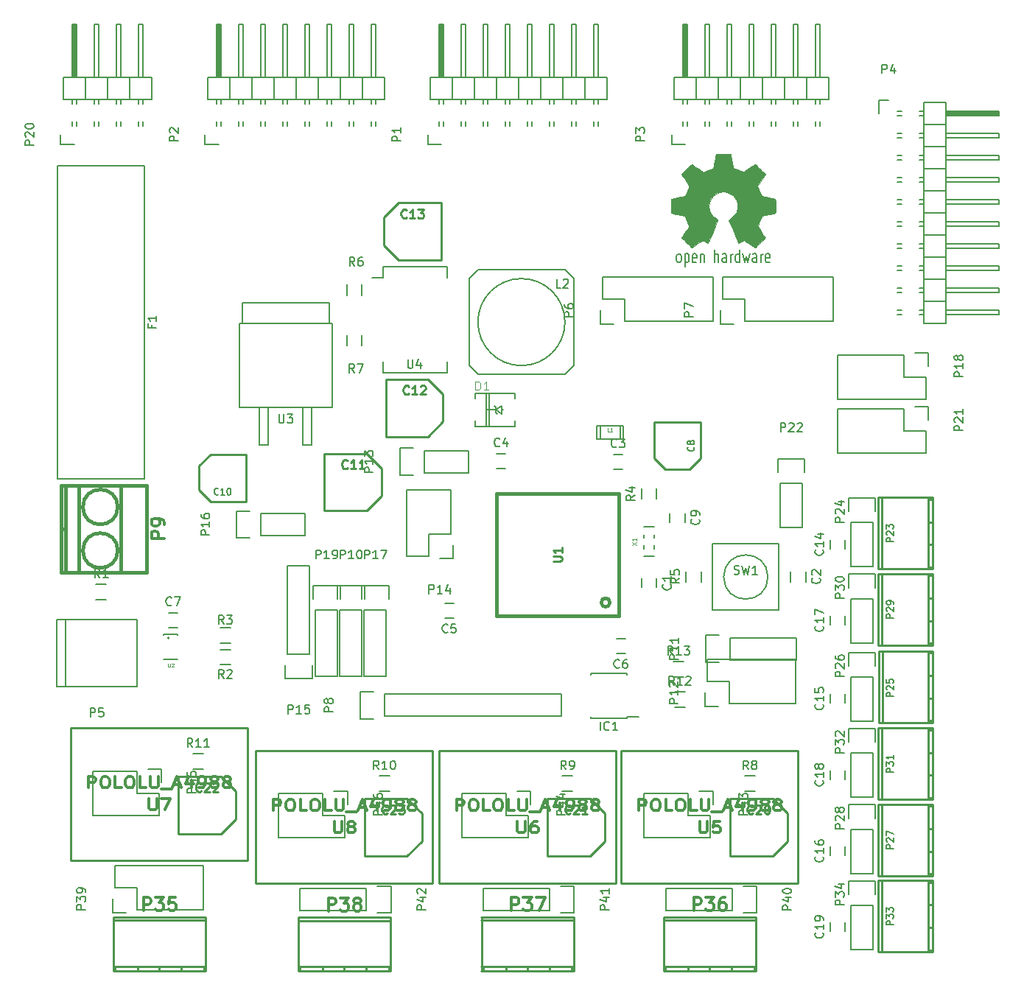
<source format=gbr>
G04 #@! TF.FileFunction,Legend,Top*
%FSLAX46Y46*%
G04 Gerber Fmt 4.6, Leading zero omitted, Abs format (unit mm)*
G04 Created by KiCad (PCBNEW 4.0.1-stable) date 27.02.2016 12:31:45*
%MOMM*%
G01*
G04 APERTURE LIST*
%ADD10C,0.100000*%
%ADD11C,0.254000*%
%ADD12C,0.150000*%
%ADD13C,0.127000*%
%ADD14C,0.381000*%
%ADD15C,0.002540*%
%ADD16C,0.304800*%
%ADD17C,0.190500*%
%ADD18C,0.119380*%
%ADD19C,0.076200*%
%ADD20C,0.300000*%
%ADD21C,0.075000*%
%ADD22C,0.125000*%
G04 APERTURE END LIST*
D10*
D11*
X77500980Y-162701200D02*
X66899020Y-162701200D01*
X66899020Y-163099980D02*
X77500980Y-163099980D01*
X66899020Y-168400960D02*
X77500980Y-168400960D01*
X77500980Y-168898800D02*
X66899020Y-168898800D01*
X74696820Y-168400960D02*
X74696820Y-168898800D01*
X72200000Y-168400960D02*
X72200000Y-168898800D01*
X67102220Y-168898800D02*
X67102220Y-168400960D01*
X77300320Y-168400960D02*
X77300320Y-168898800D01*
X69703180Y-168898800D02*
X69703180Y-168400960D01*
X77498440Y-168898800D02*
X77498440Y-162701200D01*
X66904100Y-162701200D02*
X66904100Y-168898800D01*
X154826200Y-123275440D02*
X154826200Y-131474560D01*
X155224980Y-123275440D02*
X155224980Y-131474560D01*
X160525960Y-123275440D02*
X160525960Y-131474560D01*
X161023800Y-131474560D02*
X161023800Y-123275440D01*
X160525960Y-126074520D02*
X161023800Y-126074520D01*
X161023800Y-131273900D02*
X160525960Y-131273900D01*
X160525960Y-123473560D02*
X161023800Y-123473560D01*
X161023800Y-128672940D02*
X160525960Y-128672940D01*
X161023800Y-123275440D02*
X154826200Y-123275440D01*
X154826200Y-131472020D02*
X161023800Y-131472020D01*
D12*
X129325000Y-124825000D02*
X129325000Y-123825000D01*
X127625000Y-123825000D02*
X127625000Y-124825000D01*
X74250000Y-127750000D02*
X73250000Y-127750000D01*
X73250000Y-129450000D02*
X74250000Y-129450000D01*
X125400000Y-109550000D02*
X124400000Y-109550000D01*
X124400000Y-111250000D02*
X125400000Y-111250000D01*
X111975000Y-109475000D02*
X110975000Y-109475000D01*
X110975000Y-111175000D02*
X111975000Y-111175000D01*
X105000000Y-128350000D02*
X106000000Y-128350000D01*
X106000000Y-126650000D02*
X105000000Y-126650000D01*
X124725000Y-132425000D02*
X125725000Y-132425000D01*
X125725000Y-130725000D02*
X124725000Y-130725000D01*
D11*
X131725000Y-105874980D02*
X129024980Y-105874980D01*
X129024980Y-105874980D02*
X129024980Y-109974540D01*
X129024980Y-109974540D02*
X130325460Y-111275020D01*
X130325460Y-111275020D02*
X133124540Y-111275020D01*
X133124540Y-111275020D02*
X134425020Y-109974540D01*
X134425020Y-109974540D02*
X134425020Y-105874980D01*
X134425020Y-105874980D02*
X131725000Y-105874980D01*
D12*
X132575000Y-117325000D02*
X132575000Y-116325000D01*
X130875000Y-116325000D02*
X130875000Y-117325000D01*
D11*
X82150020Y-112250000D02*
X82150020Y-109549980D01*
X82150020Y-109549980D02*
X78050460Y-109549980D01*
X78050460Y-109549980D02*
X76749980Y-110850460D01*
X76749980Y-110850460D02*
X76749980Y-113649540D01*
X76749980Y-113649540D02*
X78050460Y-114950020D01*
X78050460Y-114950020D02*
X82150020Y-114950020D01*
X82150020Y-114950020D02*
X82150020Y-112250000D01*
X91150540Y-109450540D02*
X91150540Y-116049460D01*
X91150540Y-116049460D02*
X96050200Y-116049460D01*
X96050200Y-116049460D02*
X97749460Y-114350200D01*
X97749460Y-114350200D02*
X97749460Y-111149800D01*
X97749460Y-111149800D02*
X96050200Y-109450540D01*
X96050200Y-109450540D02*
X91150540Y-109450540D01*
X98200540Y-100900540D02*
X98200540Y-107499460D01*
X98200540Y-107499460D02*
X103100200Y-107499460D01*
X103100200Y-107499460D02*
X104799460Y-105800200D01*
X104799460Y-105800200D02*
X104799460Y-102599800D01*
X104799460Y-102599800D02*
X103100200Y-100900540D01*
X103100200Y-100900540D02*
X98200540Y-100900540D01*
X104549460Y-87249460D02*
X104549460Y-80650540D01*
X104549460Y-80650540D02*
X99649800Y-80650540D01*
X99649800Y-80650540D02*
X97950540Y-82349800D01*
X97950540Y-82349800D02*
X97950540Y-85550200D01*
X97950540Y-85550200D02*
X99649800Y-87249460D01*
X99649800Y-87249460D02*
X104549460Y-87249460D01*
D12*
X149325000Y-119375000D02*
X149325000Y-120375000D01*
X151025000Y-120375000D02*
X151025000Y-119375000D01*
X149325000Y-137125000D02*
X149325000Y-138125000D01*
X151025000Y-138125000D02*
X151025000Y-137125000D01*
X149325000Y-154625000D02*
X149325000Y-155625000D01*
X151025000Y-155625000D02*
X151025000Y-154625000D01*
X149325000Y-128125000D02*
X149325000Y-129125000D01*
X151025000Y-129125000D02*
X151025000Y-128125000D01*
X149325000Y-145875000D02*
X149325000Y-146875000D01*
X151025000Y-146875000D02*
X151025000Y-145875000D01*
X149325000Y-163375000D02*
X149325000Y-164375000D01*
X151025000Y-164375000D02*
X151025000Y-163375000D01*
D11*
X137750540Y-149100540D02*
X137750540Y-155699460D01*
X137750540Y-155699460D02*
X142650200Y-155699460D01*
X142650200Y-155699460D02*
X144349460Y-154000200D01*
X144349460Y-154000200D02*
X144349460Y-150799800D01*
X144349460Y-150799800D02*
X142650200Y-149100540D01*
X142650200Y-149100540D02*
X137750540Y-149100540D01*
X116800540Y-149100540D02*
X116800540Y-155699460D01*
X116800540Y-155699460D02*
X121700200Y-155699460D01*
X121700200Y-155699460D02*
X123399460Y-154000200D01*
X123399460Y-154000200D02*
X123399460Y-150799800D01*
X123399460Y-150799800D02*
X121700200Y-149100540D01*
X121700200Y-149100540D02*
X116800540Y-149100540D01*
X74350540Y-146550540D02*
X74350540Y-153149460D01*
X74350540Y-153149460D02*
X79250200Y-153149460D01*
X79250200Y-153149460D02*
X80949460Y-151450200D01*
X80949460Y-151450200D02*
X80949460Y-148249800D01*
X80949460Y-148249800D02*
X79250200Y-146550540D01*
X79250200Y-146550540D02*
X74350540Y-146550540D01*
X95750540Y-149100540D02*
X95750540Y-155699460D01*
X95750540Y-155699460D02*
X100650200Y-155699460D01*
X100650200Y-155699460D02*
X102349460Y-154000200D01*
X102349460Y-154000200D02*
X102349460Y-150799800D01*
X102349460Y-150799800D02*
X100650200Y-149100540D01*
X100650200Y-149100540D02*
X95750540Y-149100540D01*
D13*
X111512000Y-104450000D02*
X111715200Y-104450000D01*
X113036000Y-106355000D02*
X108464000Y-106355000D01*
X108464000Y-106355000D02*
X108464000Y-105720000D01*
X110089600Y-102545000D02*
X110089600Y-106355000D01*
X109759400Y-102545000D02*
X109759400Y-106355000D01*
X113036000Y-103180000D02*
X113036000Y-102545000D01*
X113036000Y-102545000D02*
X108464000Y-102545000D01*
X108464000Y-102545000D02*
X108464000Y-103180000D01*
X113036000Y-105720000D02*
X113036000Y-106355000D01*
X110877000Y-104450000D02*
X111512000Y-104924980D01*
X111512000Y-104924980D02*
X111512000Y-104450000D01*
X111512000Y-104450000D02*
X111512000Y-103975020D01*
X111512000Y-103975020D02*
X110877000Y-104450000D01*
X110877000Y-104450000D02*
X110877000Y-104767500D01*
X110877000Y-104767500D02*
X111034480Y-104924980D01*
X110877000Y-104450000D02*
X110877000Y-104132500D01*
X110877000Y-104132500D02*
X110719520Y-103975020D01*
X110877000Y-104450000D02*
X109767020Y-104450000D01*
D12*
X60500000Y-112350000D02*
X60500000Y-76350000D01*
X60500000Y-76350000D02*
X70500000Y-76350000D01*
X70500000Y-76350000D02*
X70500000Y-112350000D01*
X70500000Y-112350000D02*
X60500000Y-112350000D01*
X125900000Y-139900000D02*
X125900000Y-139755000D01*
X121750000Y-139900000D02*
X121750000Y-139755000D01*
X121750000Y-134750000D02*
X121750000Y-134895000D01*
X125900000Y-134750000D02*
X125900000Y-134895000D01*
X125900000Y-139900000D02*
X121750000Y-139900000D01*
X125900000Y-134750000D02*
X121750000Y-134750000D01*
X125900000Y-139755000D02*
X127300000Y-139755000D01*
D13*
X125127760Y-106250700D02*
X125127760Y-107749300D01*
X122872240Y-106250700D02*
X122872240Y-107749300D01*
X122476000Y-106238000D02*
X125524000Y-106238000D01*
X125524000Y-106238000D02*
X125524000Y-107762000D01*
X125524000Y-107762000D02*
X122476000Y-107762000D01*
X122476000Y-107762000D02*
X122476000Y-106238000D01*
D12*
X118801260Y-94350000D02*
G75*
G03X118801260Y-94350000I-5001260J0D01*
G01*
X113800000Y-88350520D02*
X118801260Y-88350520D01*
X118801260Y-88350520D02*
X119799480Y-89348740D01*
X119799480Y-89348740D02*
X119799480Y-99351260D01*
X119799480Y-99351260D02*
X118801260Y-100349480D01*
X118801260Y-100349480D02*
X108798740Y-100349480D01*
X108798740Y-100349480D02*
X107800520Y-99351260D01*
X107800520Y-99351260D02*
X107800520Y-89348740D01*
X107800520Y-89348740D02*
X108798740Y-88350520D01*
X108798740Y-88350520D02*
X113800000Y-88350520D01*
X122634000Y-71276000D02*
X122634000Y-71784000D01*
X122126000Y-71276000D02*
X122126000Y-71784000D01*
X117046000Y-71276000D02*
X117046000Y-71784000D01*
X117554000Y-71276000D02*
X117554000Y-71784000D01*
X119586000Y-71276000D02*
X119586000Y-71784000D01*
X120094000Y-71276000D02*
X120094000Y-71784000D01*
X115014000Y-71276000D02*
X115014000Y-71784000D01*
X114506000Y-71276000D02*
X114506000Y-71784000D01*
X112474000Y-71276000D02*
X112474000Y-71784000D01*
X111966000Y-71276000D02*
X111966000Y-71784000D01*
X104346000Y-71276000D02*
X104346000Y-71784000D01*
X104854000Y-71276000D02*
X104854000Y-71784000D01*
X109934000Y-71276000D02*
X109934000Y-71784000D01*
X109426000Y-71276000D02*
X109426000Y-71784000D01*
X107394000Y-71276000D02*
X107394000Y-71784000D01*
X106886000Y-71276000D02*
X106886000Y-71784000D01*
X119586000Y-68736000D02*
X119586000Y-69244000D01*
X120094000Y-68736000D02*
X120094000Y-69244000D01*
X122126000Y-68736000D02*
X122126000Y-69244000D01*
X122634000Y-68736000D02*
X122634000Y-69244000D01*
X117554000Y-68736000D02*
X117554000Y-69244000D01*
X117046000Y-68736000D02*
X117046000Y-69244000D01*
X115014000Y-68736000D02*
X115014000Y-69244000D01*
X114506000Y-68736000D02*
X114506000Y-69244000D01*
X104346000Y-68736000D02*
X104346000Y-69244000D01*
X104854000Y-68736000D02*
X104854000Y-69244000D01*
X106886000Y-68736000D02*
X106886000Y-69244000D01*
X107394000Y-68736000D02*
X107394000Y-69244000D01*
X112474000Y-68736000D02*
X112474000Y-69244000D01*
X111966000Y-68736000D02*
X111966000Y-69244000D01*
X109934000Y-68736000D02*
X109934000Y-69244000D01*
X109426000Y-68736000D02*
X109426000Y-69244000D01*
X103050000Y-72800000D02*
X103050000Y-73950000D01*
X103050000Y-73950000D02*
X104600000Y-73950000D01*
X104473000Y-66196000D02*
X104473000Y-60227000D01*
X104473000Y-60227000D02*
X104727000Y-60227000D01*
X104727000Y-60227000D02*
X104727000Y-66069000D01*
X104727000Y-66069000D02*
X104600000Y-66069000D01*
X104600000Y-66069000D02*
X104600000Y-60227000D01*
X113490000Y-68736000D02*
X113490000Y-66196000D01*
X113490000Y-68736000D02*
X116030000Y-68736000D01*
X116030000Y-68736000D02*
X116030000Y-66196000D01*
X114506000Y-66196000D02*
X114506000Y-60100000D01*
X114506000Y-60100000D02*
X115014000Y-60100000D01*
X115014000Y-60100000D02*
X115014000Y-66196000D01*
X116030000Y-66196000D02*
X113490000Y-66196000D01*
X118570000Y-66196000D02*
X116030000Y-66196000D01*
X117554000Y-60100000D02*
X117554000Y-66196000D01*
X117046000Y-60100000D02*
X117554000Y-60100000D01*
X117046000Y-66196000D02*
X117046000Y-60100000D01*
X118570000Y-68736000D02*
X118570000Y-66196000D01*
X116030000Y-68736000D02*
X118570000Y-68736000D01*
X116030000Y-68736000D02*
X116030000Y-66196000D01*
X121110000Y-68736000D02*
X121110000Y-66196000D01*
X121110000Y-68736000D02*
X123650000Y-68736000D01*
X123650000Y-68736000D02*
X123650000Y-66196000D01*
X122126000Y-66196000D02*
X122126000Y-60100000D01*
X122126000Y-60100000D02*
X122634000Y-60100000D01*
X122634000Y-60100000D02*
X122634000Y-66196000D01*
X123650000Y-66196000D02*
X121110000Y-66196000D01*
X121110000Y-66196000D02*
X118570000Y-66196000D01*
X120094000Y-60100000D02*
X120094000Y-66196000D01*
X119586000Y-60100000D02*
X120094000Y-60100000D01*
X119586000Y-66196000D02*
X119586000Y-60100000D01*
X121110000Y-68736000D02*
X121110000Y-66196000D01*
X118570000Y-68736000D02*
X121110000Y-68736000D01*
X118570000Y-68736000D02*
X118570000Y-66196000D01*
X108410000Y-68736000D02*
X108410000Y-66196000D01*
X108410000Y-68736000D02*
X110950000Y-68736000D01*
X110950000Y-68736000D02*
X110950000Y-66196000D01*
X109426000Y-66196000D02*
X109426000Y-60100000D01*
X109426000Y-60100000D02*
X109934000Y-60100000D01*
X109934000Y-60100000D02*
X109934000Y-66196000D01*
X110950000Y-66196000D02*
X108410000Y-66196000D01*
X113490000Y-66196000D02*
X110950000Y-66196000D01*
X112474000Y-60100000D02*
X112474000Y-66196000D01*
X111966000Y-60100000D02*
X112474000Y-60100000D01*
X111966000Y-66196000D02*
X111966000Y-60100000D01*
X113490000Y-68736000D02*
X113490000Y-66196000D01*
X110950000Y-68736000D02*
X113490000Y-68736000D01*
X110950000Y-68736000D02*
X110950000Y-66196000D01*
X105870000Y-68736000D02*
X105870000Y-66196000D01*
X105870000Y-68736000D02*
X108410000Y-68736000D01*
X108410000Y-68736000D02*
X108410000Y-66196000D01*
X106886000Y-66196000D02*
X106886000Y-60100000D01*
X106886000Y-60100000D02*
X107394000Y-60100000D01*
X107394000Y-60100000D02*
X107394000Y-66196000D01*
X108410000Y-66196000D02*
X105870000Y-66196000D01*
X105870000Y-66196000D02*
X103330000Y-66196000D01*
X104854000Y-60100000D02*
X104854000Y-66196000D01*
X104346000Y-60100000D02*
X104854000Y-60100000D01*
X104346000Y-66196000D02*
X104346000Y-60100000D01*
X105870000Y-68736000D02*
X105870000Y-66196000D01*
X103330000Y-68736000D02*
X105870000Y-68736000D01*
X103330000Y-68736000D02*
X103330000Y-66196000D01*
X61400820Y-128499360D02*
X61400820Y-136200640D01*
X60400060Y-128499360D02*
X60400060Y-136200640D01*
X60400060Y-136200640D02*
X69599940Y-136200640D01*
X69599940Y-136200640D02*
X69599940Y-128499360D01*
X69599940Y-128499360D02*
X60400060Y-128499360D01*
X97034000Y-71276000D02*
X97034000Y-71784000D01*
X96526000Y-71276000D02*
X96526000Y-71784000D01*
X91446000Y-71276000D02*
X91446000Y-71784000D01*
X91954000Y-71276000D02*
X91954000Y-71784000D01*
X93986000Y-71276000D02*
X93986000Y-71784000D01*
X94494000Y-71276000D02*
X94494000Y-71784000D01*
X89414000Y-71276000D02*
X89414000Y-71784000D01*
X88906000Y-71276000D02*
X88906000Y-71784000D01*
X86874000Y-71276000D02*
X86874000Y-71784000D01*
X86366000Y-71276000D02*
X86366000Y-71784000D01*
X78746000Y-71276000D02*
X78746000Y-71784000D01*
X79254000Y-71276000D02*
X79254000Y-71784000D01*
X84334000Y-71276000D02*
X84334000Y-71784000D01*
X83826000Y-71276000D02*
X83826000Y-71784000D01*
X81794000Y-71276000D02*
X81794000Y-71784000D01*
X81286000Y-71276000D02*
X81286000Y-71784000D01*
X93986000Y-68736000D02*
X93986000Y-69244000D01*
X94494000Y-68736000D02*
X94494000Y-69244000D01*
X96526000Y-68736000D02*
X96526000Y-69244000D01*
X97034000Y-68736000D02*
X97034000Y-69244000D01*
X91954000Y-68736000D02*
X91954000Y-69244000D01*
X91446000Y-68736000D02*
X91446000Y-69244000D01*
X89414000Y-68736000D02*
X89414000Y-69244000D01*
X88906000Y-68736000D02*
X88906000Y-69244000D01*
X78746000Y-68736000D02*
X78746000Y-69244000D01*
X79254000Y-68736000D02*
X79254000Y-69244000D01*
X81286000Y-68736000D02*
X81286000Y-69244000D01*
X81794000Y-68736000D02*
X81794000Y-69244000D01*
X86874000Y-68736000D02*
X86874000Y-69244000D01*
X86366000Y-68736000D02*
X86366000Y-69244000D01*
X84334000Y-68736000D02*
X84334000Y-69244000D01*
X83826000Y-68736000D02*
X83826000Y-69244000D01*
X77450000Y-72800000D02*
X77450000Y-73950000D01*
X77450000Y-73950000D02*
X79000000Y-73950000D01*
X78873000Y-66196000D02*
X78873000Y-60227000D01*
X78873000Y-60227000D02*
X79127000Y-60227000D01*
X79127000Y-60227000D02*
X79127000Y-66069000D01*
X79127000Y-66069000D02*
X79000000Y-66069000D01*
X79000000Y-66069000D02*
X79000000Y-60227000D01*
X87890000Y-68736000D02*
X87890000Y-66196000D01*
X87890000Y-68736000D02*
X90430000Y-68736000D01*
X90430000Y-68736000D02*
X90430000Y-66196000D01*
X88906000Y-66196000D02*
X88906000Y-60100000D01*
X88906000Y-60100000D02*
X89414000Y-60100000D01*
X89414000Y-60100000D02*
X89414000Y-66196000D01*
X90430000Y-66196000D02*
X87890000Y-66196000D01*
X92970000Y-66196000D02*
X90430000Y-66196000D01*
X91954000Y-60100000D02*
X91954000Y-66196000D01*
X91446000Y-60100000D02*
X91954000Y-60100000D01*
X91446000Y-66196000D02*
X91446000Y-60100000D01*
X92970000Y-68736000D02*
X92970000Y-66196000D01*
X90430000Y-68736000D02*
X92970000Y-68736000D01*
X90430000Y-68736000D02*
X90430000Y-66196000D01*
X95510000Y-68736000D02*
X95510000Y-66196000D01*
X95510000Y-68736000D02*
X98050000Y-68736000D01*
X98050000Y-68736000D02*
X98050000Y-66196000D01*
X96526000Y-66196000D02*
X96526000Y-60100000D01*
X96526000Y-60100000D02*
X97034000Y-60100000D01*
X97034000Y-60100000D02*
X97034000Y-66196000D01*
X98050000Y-66196000D02*
X95510000Y-66196000D01*
X95510000Y-66196000D02*
X92970000Y-66196000D01*
X94494000Y-60100000D02*
X94494000Y-66196000D01*
X93986000Y-60100000D02*
X94494000Y-60100000D01*
X93986000Y-66196000D02*
X93986000Y-60100000D01*
X95510000Y-68736000D02*
X95510000Y-66196000D01*
X92970000Y-68736000D02*
X95510000Y-68736000D01*
X92970000Y-68736000D02*
X92970000Y-66196000D01*
X82810000Y-68736000D02*
X82810000Y-66196000D01*
X82810000Y-68736000D02*
X85350000Y-68736000D01*
X85350000Y-68736000D02*
X85350000Y-66196000D01*
X83826000Y-66196000D02*
X83826000Y-60100000D01*
X83826000Y-60100000D02*
X84334000Y-60100000D01*
X84334000Y-60100000D02*
X84334000Y-66196000D01*
X85350000Y-66196000D02*
X82810000Y-66196000D01*
X87890000Y-66196000D02*
X85350000Y-66196000D01*
X86874000Y-60100000D02*
X86874000Y-66196000D01*
X86366000Y-60100000D02*
X86874000Y-60100000D01*
X86366000Y-66196000D02*
X86366000Y-60100000D01*
X87890000Y-68736000D02*
X87890000Y-66196000D01*
X85350000Y-68736000D02*
X87890000Y-68736000D01*
X85350000Y-68736000D02*
X85350000Y-66196000D01*
X80270000Y-68736000D02*
X80270000Y-66196000D01*
X80270000Y-68736000D02*
X82810000Y-68736000D01*
X82810000Y-68736000D02*
X82810000Y-66196000D01*
X81286000Y-66196000D02*
X81286000Y-60100000D01*
X81286000Y-60100000D02*
X81794000Y-60100000D01*
X81794000Y-60100000D02*
X81794000Y-66196000D01*
X82810000Y-66196000D02*
X80270000Y-66196000D01*
X80270000Y-66196000D02*
X77730000Y-66196000D01*
X79254000Y-60100000D02*
X79254000Y-66196000D01*
X78746000Y-60100000D02*
X79254000Y-60100000D01*
X78746000Y-66196000D02*
X78746000Y-60100000D01*
X80270000Y-68736000D02*
X80270000Y-66196000D01*
X77730000Y-68736000D02*
X80270000Y-68736000D01*
X77730000Y-68736000D02*
X77730000Y-66196000D01*
X147586000Y-71276000D02*
X147586000Y-71784000D01*
X148094000Y-71276000D02*
X148094000Y-71784000D01*
X145554000Y-71276000D02*
X145554000Y-71784000D01*
X145046000Y-71276000D02*
X145046000Y-71784000D01*
X143014000Y-71276000D02*
X143014000Y-71784000D01*
X142506000Y-71276000D02*
X142506000Y-71784000D01*
X132346000Y-71276000D02*
X132346000Y-71784000D01*
X132854000Y-71276000D02*
X132854000Y-71784000D01*
X134886000Y-71276000D02*
X134886000Y-71784000D01*
X135394000Y-71276000D02*
X135394000Y-71784000D01*
X140474000Y-71276000D02*
X140474000Y-71784000D01*
X139966000Y-71276000D02*
X139966000Y-71784000D01*
X137934000Y-71276000D02*
X137934000Y-71784000D01*
X137426000Y-71276000D02*
X137426000Y-71784000D01*
X147586000Y-68736000D02*
X147586000Y-69244000D01*
X148094000Y-68736000D02*
X148094000Y-69244000D01*
X145554000Y-68736000D02*
X145554000Y-69244000D01*
X145046000Y-68736000D02*
X145046000Y-69244000D01*
X143014000Y-68736000D02*
X143014000Y-69244000D01*
X142506000Y-68736000D02*
X142506000Y-69244000D01*
X132346000Y-68736000D02*
X132346000Y-69244000D01*
X132854000Y-68736000D02*
X132854000Y-69244000D01*
X134886000Y-68736000D02*
X134886000Y-69244000D01*
X135394000Y-68736000D02*
X135394000Y-69244000D01*
X140474000Y-68736000D02*
X140474000Y-69244000D01*
X139966000Y-68736000D02*
X139966000Y-69244000D01*
X137934000Y-68736000D02*
X137934000Y-69244000D01*
X137426000Y-68736000D02*
X137426000Y-69244000D01*
X131050000Y-72800000D02*
X131050000Y-73950000D01*
X131050000Y-73950000D02*
X132600000Y-73950000D01*
X132473000Y-66196000D02*
X132473000Y-60227000D01*
X132473000Y-60227000D02*
X132727000Y-60227000D01*
X132727000Y-60227000D02*
X132727000Y-66069000D01*
X132727000Y-66069000D02*
X132600000Y-66069000D01*
X132600000Y-66069000D02*
X132600000Y-60227000D01*
X141490000Y-68736000D02*
X141490000Y-66196000D01*
X141490000Y-68736000D02*
X144030000Y-68736000D01*
X144030000Y-68736000D02*
X144030000Y-66196000D01*
X142506000Y-66196000D02*
X142506000Y-60100000D01*
X142506000Y-60100000D02*
X143014000Y-60100000D01*
X143014000Y-60100000D02*
X143014000Y-66196000D01*
X144030000Y-66196000D02*
X141490000Y-66196000D01*
X146570000Y-66196000D02*
X144030000Y-66196000D01*
X145554000Y-60100000D02*
X145554000Y-66196000D01*
X145046000Y-60100000D02*
X145554000Y-60100000D01*
X145046000Y-66196000D02*
X145046000Y-60100000D01*
X146570000Y-68736000D02*
X146570000Y-66196000D01*
X144030000Y-68736000D02*
X146570000Y-68736000D01*
X144030000Y-68736000D02*
X144030000Y-66196000D01*
X149110000Y-66196000D02*
X146570000Y-66196000D01*
X148094000Y-60100000D02*
X148094000Y-66196000D01*
X147586000Y-60100000D02*
X148094000Y-60100000D01*
X147586000Y-66196000D02*
X147586000Y-60100000D01*
X149110000Y-68736000D02*
X149110000Y-66196000D01*
X146570000Y-68736000D02*
X149110000Y-68736000D01*
X146570000Y-68736000D02*
X146570000Y-66196000D01*
X136410000Y-68736000D02*
X136410000Y-66196000D01*
X136410000Y-68736000D02*
X138950000Y-68736000D01*
X138950000Y-68736000D02*
X138950000Y-66196000D01*
X137426000Y-66196000D02*
X137426000Y-60100000D01*
X137426000Y-60100000D02*
X137934000Y-60100000D01*
X137934000Y-60100000D02*
X137934000Y-66196000D01*
X138950000Y-66196000D02*
X136410000Y-66196000D01*
X141490000Y-66196000D02*
X138950000Y-66196000D01*
X140474000Y-60100000D02*
X140474000Y-66196000D01*
X139966000Y-60100000D02*
X140474000Y-60100000D01*
X139966000Y-66196000D02*
X139966000Y-60100000D01*
X141490000Y-68736000D02*
X141490000Y-66196000D01*
X138950000Y-68736000D02*
X141490000Y-68736000D01*
X138950000Y-68736000D02*
X138950000Y-66196000D01*
X133870000Y-68736000D02*
X133870000Y-66196000D01*
X133870000Y-68736000D02*
X136410000Y-68736000D01*
X136410000Y-68736000D02*
X136410000Y-66196000D01*
X134886000Y-66196000D02*
X134886000Y-60100000D01*
X134886000Y-60100000D02*
X135394000Y-60100000D01*
X135394000Y-60100000D02*
X135394000Y-66196000D01*
X136410000Y-66196000D02*
X133870000Y-66196000D01*
X133870000Y-66196000D02*
X131330000Y-66196000D01*
X132854000Y-60100000D02*
X132854000Y-66196000D01*
X132346000Y-60100000D02*
X132854000Y-60100000D01*
X132346000Y-66196000D02*
X132346000Y-60100000D01*
X133870000Y-68736000D02*
X133870000Y-66196000D01*
X131330000Y-68736000D02*
X133870000Y-68736000D01*
X131330000Y-68736000D02*
X131330000Y-66196000D01*
X123130000Y-89190000D02*
X135830000Y-89190000D01*
X135830000Y-89190000D02*
X135830000Y-94270000D01*
X135830000Y-94270000D02*
X125670000Y-94270000D01*
X123130000Y-89190000D02*
X123130000Y-91730000D01*
X122850000Y-93000000D02*
X122850000Y-94550000D01*
X123130000Y-91730000D02*
X125670000Y-91730000D01*
X125670000Y-91730000D02*
X125670000Y-94270000D01*
X122850000Y-94550000D02*
X124400000Y-94550000D01*
X136930000Y-89190000D02*
X149630000Y-89190000D01*
X149630000Y-89190000D02*
X149630000Y-94270000D01*
X149630000Y-94270000D02*
X139470000Y-94270000D01*
X136930000Y-89190000D02*
X136930000Y-91730000D01*
X136650000Y-93000000D02*
X136650000Y-94550000D01*
X136930000Y-91730000D02*
X139470000Y-91730000D01*
X139470000Y-91730000D02*
X139470000Y-94270000D01*
X136650000Y-94550000D02*
X138200000Y-94550000D01*
X98070000Y-137130000D02*
X118390000Y-137130000D01*
X118390000Y-137130000D02*
X118390000Y-139670000D01*
X118390000Y-139670000D02*
X98070000Y-139670000D01*
X95250000Y-136850000D02*
X96800000Y-136850000D01*
X98070000Y-137130000D02*
X98070000Y-139670000D01*
X96800000Y-139950000D02*
X95250000Y-139950000D01*
X95250000Y-139950000D02*
X95250000Y-136850000D01*
D14*
X61400000Y-118100000D02*
X60900000Y-118100000D01*
X67400000Y-120600000D02*
G75*
G03X67400000Y-120600000I-2000000J0D01*
G01*
X67400000Y-115600000D02*
G75*
G03X67400000Y-115600000I-2000000J0D01*
G01*
X62900000Y-113100000D02*
X62900000Y-123100000D01*
X67800000Y-113100000D02*
X67800000Y-123100000D01*
X61400000Y-113100000D02*
X61400000Y-123100000D01*
X60900000Y-113100000D02*
X60900000Y-123100000D01*
X60900000Y-123100000D02*
X70700000Y-123100000D01*
X70700000Y-123100000D02*
X70700000Y-113100000D01*
X70700000Y-113100000D02*
X60900000Y-113100000D01*
D12*
X92930000Y-127470000D02*
X92930000Y-135090000D01*
X95470000Y-127470000D02*
X95470000Y-135090000D01*
X95750000Y-124650000D02*
X95750000Y-126200000D01*
X92930000Y-135090000D02*
X95470000Y-135090000D01*
X95470000Y-127470000D02*
X92930000Y-127470000D01*
X92650000Y-126200000D02*
X92650000Y-124650000D01*
X92650000Y-124650000D02*
X95750000Y-124650000D01*
X137770000Y-133170000D02*
X145390000Y-133170000D01*
X137770000Y-130630000D02*
X145390000Y-130630000D01*
X134950000Y-130350000D02*
X136500000Y-130350000D01*
X145390000Y-133170000D02*
X145390000Y-130630000D01*
X137770000Y-130630000D02*
X137770000Y-133170000D01*
X136500000Y-133450000D02*
X134950000Y-133450000D01*
X134950000Y-133450000D02*
X134950000Y-130350000D01*
X137720000Y-138220000D02*
X145340000Y-138220000D01*
X145340000Y-138220000D02*
X145340000Y-133140000D01*
X145340000Y-133140000D02*
X135180000Y-133140000D01*
X135180000Y-133140000D02*
X135180000Y-135680000D01*
X134900000Y-136950000D02*
X134900000Y-138500000D01*
X135180000Y-135680000D02*
X137720000Y-135680000D01*
X137720000Y-135680000D02*
X137720000Y-138220000D01*
X134900000Y-138500000D02*
X136450000Y-138500000D01*
X102670000Y-111670000D02*
X107750000Y-111670000D01*
X107750000Y-111670000D02*
X107750000Y-109130000D01*
X107750000Y-109130000D02*
X102670000Y-109130000D01*
X99850000Y-108850000D02*
X101400000Y-108850000D01*
X102670000Y-109130000D02*
X102670000Y-111670000D01*
X101400000Y-111950000D02*
X99850000Y-111950000D01*
X99850000Y-111950000D02*
X99850000Y-108850000D01*
X105670000Y-118730000D02*
X105670000Y-113650000D01*
X105950000Y-121550000D02*
X104400000Y-121550000D01*
X103130000Y-121270000D02*
X103130000Y-118730000D01*
X103130000Y-118730000D02*
X105670000Y-118730000D01*
X105670000Y-113650000D02*
X100590000Y-113650000D01*
X100590000Y-113650000D02*
X100590000Y-118730000D01*
X105950000Y-121550000D02*
X105950000Y-120000000D01*
X100590000Y-121270000D02*
X103130000Y-121270000D01*
X100590000Y-118730000D02*
X100590000Y-121270000D01*
X89750000Y-133800000D02*
X89750000Y-135350000D01*
X89750000Y-135350000D02*
X86650000Y-135350000D01*
X86650000Y-135350000D02*
X86650000Y-133800000D01*
X86930000Y-132530000D02*
X86930000Y-122370000D01*
X86930000Y-122370000D02*
X89470000Y-122370000D01*
X89470000Y-122370000D02*
X89470000Y-132530000D01*
X86930000Y-132530000D02*
X89470000Y-132530000D01*
X83870000Y-118870000D02*
X88950000Y-118870000D01*
X88950000Y-118870000D02*
X88950000Y-116330000D01*
X88950000Y-116330000D02*
X83870000Y-116330000D01*
X81050000Y-116050000D02*
X82600000Y-116050000D01*
X83870000Y-116330000D02*
X83870000Y-118870000D01*
X82600000Y-119150000D02*
X81050000Y-119150000D01*
X81050000Y-119150000D02*
X81050000Y-116050000D01*
X95730000Y-127470000D02*
X95730000Y-135090000D01*
X98270000Y-127470000D02*
X98270000Y-135090000D01*
X98550000Y-124650000D02*
X98550000Y-126200000D01*
X95730000Y-135090000D02*
X98270000Y-135090000D01*
X98270000Y-127470000D02*
X95730000Y-127470000D01*
X95450000Y-126200000D02*
X95450000Y-124650000D01*
X95450000Y-124650000D02*
X98550000Y-124650000D01*
X157730000Y-98130000D02*
X150110000Y-98130000D01*
X150110000Y-98130000D02*
X150110000Y-103210000D01*
X150110000Y-103210000D02*
X160270000Y-103210000D01*
X160270000Y-103210000D02*
X160270000Y-100670000D01*
X160550000Y-99400000D02*
X160550000Y-97850000D01*
X160270000Y-100670000D02*
X157730000Y-100670000D01*
X157730000Y-100670000D02*
X157730000Y-98130000D01*
X160550000Y-97850000D02*
X159000000Y-97850000D01*
X90130000Y-127470000D02*
X90130000Y-135090000D01*
X92670000Y-127470000D02*
X92670000Y-135090000D01*
X92950000Y-124650000D02*
X92950000Y-126200000D01*
X90130000Y-135090000D02*
X92670000Y-135090000D01*
X92670000Y-127470000D02*
X90130000Y-127470000D01*
X89850000Y-126200000D02*
X89850000Y-124650000D01*
X89850000Y-124650000D02*
X92950000Y-124650000D01*
X60850000Y-72800000D02*
X60850000Y-73950000D01*
X60850000Y-73950000D02*
X62400000Y-73950000D01*
X70274000Y-71276000D02*
X70274000Y-71784000D01*
X69766000Y-71276000D02*
X69766000Y-71784000D01*
X67734000Y-71276000D02*
X67734000Y-71784000D01*
X67226000Y-71276000D02*
X67226000Y-71784000D01*
X65194000Y-71276000D02*
X65194000Y-71784000D01*
X64686000Y-71276000D02*
X64686000Y-71784000D01*
X62654000Y-71276000D02*
X62654000Y-71784000D01*
X62146000Y-71276000D02*
X62146000Y-71784000D01*
X62146000Y-68736000D02*
X62146000Y-69244000D01*
X62654000Y-68736000D02*
X62654000Y-69244000D01*
X64686000Y-68736000D02*
X64686000Y-69244000D01*
X65194000Y-68736000D02*
X65194000Y-69244000D01*
X70274000Y-68736000D02*
X70274000Y-69244000D01*
X69766000Y-68736000D02*
X69766000Y-69244000D01*
X67734000Y-68736000D02*
X67734000Y-69244000D01*
X67226000Y-68736000D02*
X67226000Y-69244000D01*
X62273000Y-66196000D02*
X62273000Y-60227000D01*
X62273000Y-60227000D02*
X62527000Y-60227000D01*
X62527000Y-60227000D02*
X62527000Y-66069000D01*
X62527000Y-66069000D02*
X62400000Y-66069000D01*
X62400000Y-66069000D02*
X62400000Y-60227000D01*
X71290000Y-68736000D02*
X71290000Y-66196000D01*
X66210000Y-68736000D02*
X66210000Y-66196000D01*
X66210000Y-68736000D02*
X68750000Y-68736000D01*
X68750000Y-68736000D02*
X68750000Y-66196000D01*
X67226000Y-66196000D02*
X67226000Y-60100000D01*
X67226000Y-60100000D02*
X67734000Y-60100000D01*
X67734000Y-60100000D02*
X67734000Y-66196000D01*
X68750000Y-66196000D02*
X66210000Y-66196000D01*
X71290000Y-66196000D02*
X68750000Y-66196000D01*
X70274000Y-60100000D02*
X70274000Y-66196000D01*
X69766000Y-60100000D02*
X70274000Y-60100000D01*
X69766000Y-66196000D02*
X69766000Y-60100000D01*
X71290000Y-68736000D02*
X71290000Y-66196000D01*
X68750000Y-68736000D02*
X71290000Y-68736000D01*
X68750000Y-68736000D02*
X68750000Y-66196000D01*
X63670000Y-68736000D02*
X63670000Y-66196000D01*
X63670000Y-68736000D02*
X66210000Y-68736000D01*
X66210000Y-68736000D02*
X66210000Y-66196000D01*
X64686000Y-66196000D02*
X64686000Y-60100000D01*
X64686000Y-60100000D02*
X65194000Y-60100000D01*
X65194000Y-60100000D02*
X65194000Y-66196000D01*
X66210000Y-66196000D02*
X63670000Y-66196000D01*
X63670000Y-66196000D02*
X61130000Y-66196000D01*
X62654000Y-60100000D02*
X62654000Y-66196000D01*
X62146000Y-60100000D02*
X62654000Y-60100000D01*
X62146000Y-66196000D02*
X62146000Y-60100000D01*
X63670000Y-68736000D02*
X63670000Y-66196000D01*
X61130000Y-68736000D02*
X63670000Y-68736000D01*
X61130000Y-68736000D02*
X61130000Y-66196000D01*
X157730000Y-104330000D02*
X150110000Y-104330000D01*
X150110000Y-104330000D02*
X150110000Y-109410000D01*
X150110000Y-109410000D02*
X160270000Y-109410000D01*
X160270000Y-109410000D02*
X160270000Y-106870000D01*
X160550000Y-105600000D02*
X160550000Y-104050000D01*
X160270000Y-106870000D02*
X157730000Y-106870000D01*
X157730000Y-106870000D02*
X157730000Y-104330000D01*
X160550000Y-104050000D02*
X159000000Y-104050000D01*
D11*
X154826200Y-114525440D02*
X154826200Y-122724560D01*
X155224980Y-114525440D02*
X155224980Y-122724560D01*
X160525960Y-114525440D02*
X160525960Y-122724560D01*
X161023800Y-122724560D02*
X161023800Y-114525440D01*
X160525960Y-117324520D02*
X161023800Y-117324520D01*
X161023800Y-122523900D02*
X160525960Y-122523900D01*
X160525960Y-114723560D02*
X161023800Y-114723560D01*
X161023800Y-119922940D02*
X160525960Y-119922940D01*
X161023800Y-114525440D02*
X154826200Y-114525440D01*
X154826200Y-122722020D02*
X161023800Y-122722020D01*
D12*
X151655000Y-117395000D02*
X151655000Y-122475000D01*
X151655000Y-122475000D02*
X154195000Y-122475000D01*
X154195000Y-122475000D02*
X154195000Y-117395000D01*
X154475000Y-114575000D02*
X154475000Y-116125000D01*
X154195000Y-117395000D02*
X151655000Y-117395000D01*
X151375000Y-116125000D02*
X151375000Y-114575000D01*
X151375000Y-114575000D02*
X154475000Y-114575000D01*
D11*
X154876200Y-132175440D02*
X154876200Y-140374560D01*
X155274980Y-132175440D02*
X155274980Y-140374560D01*
X160575960Y-132175440D02*
X160575960Y-140374560D01*
X161073800Y-140374560D02*
X161073800Y-132175440D01*
X160575960Y-134974520D02*
X161073800Y-134974520D01*
X161073800Y-140173900D02*
X160575960Y-140173900D01*
X160575960Y-132373560D02*
X161073800Y-132373560D01*
X161073800Y-137572940D02*
X160575960Y-137572940D01*
X161073800Y-132175440D02*
X154876200Y-132175440D01*
X154876200Y-140372020D02*
X161073800Y-140372020D01*
D12*
X151655000Y-135145000D02*
X151655000Y-140225000D01*
X151655000Y-140225000D02*
X154195000Y-140225000D01*
X154195000Y-140225000D02*
X154195000Y-135145000D01*
X154475000Y-132325000D02*
X154475000Y-133875000D01*
X154195000Y-135145000D02*
X151655000Y-135145000D01*
X151375000Y-133875000D02*
X151375000Y-132325000D01*
X151375000Y-132325000D02*
X154475000Y-132325000D01*
D11*
X154826200Y-149775440D02*
X154826200Y-157974560D01*
X155224980Y-149775440D02*
X155224980Y-157974560D01*
X160525960Y-149775440D02*
X160525960Y-157974560D01*
X161023800Y-157974560D02*
X161023800Y-149775440D01*
X160525960Y-152574520D02*
X161023800Y-152574520D01*
X161023800Y-157773900D02*
X160525960Y-157773900D01*
X160525960Y-149973560D02*
X161023800Y-149973560D01*
X161023800Y-155172940D02*
X160525960Y-155172940D01*
X161023800Y-149775440D02*
X154826200Y-149775440D01*
X154826200Y-157972020D02*
X161023800Y-157972020D01*
D12*
X151655000Y-152645000D02*
X151655000Y-157725000D01*
X151655000Y-157725000D02*
X154195000Y-157725000D01*
X154195000Y-157725000D02*
X154195000Y-152645000D01*
X154475000Y-149825000D02*
X154475000Y-151375000D01*
X154195000Y-152645000D02*
X151655000Y-152645000D01*
X151375000Y-151375000D02*
X151375000Y-149825000D01*
X151375000Y-149825000D02*
X154475000Y-149825000D01*
X151655000Y-126145000D02*
X151655000Y-131225000D01*
X151655000Y-131225000D02*
X154195000Y-131225000D01*
X154195000Y-131225000D02*
X154195000Y-126145000D01*
X154475000Y-123325000D02*
X154475000Y-124875000D01*
X154195000Y-126145000D02*
X151655000Y-126145000D01*
X151375000Y-124875000D02*
X151375000Y-123325000D01*
X151375000Y-123325000D02*
X154475000Y-123325000D01*
D11*
X154826200Y-141025440D02*
X154826200Y-149224560D01*
X155224980Y-141025440D02*
X155224980Y-149224560D01*
X160525960Y-141025440D02*
X160525960Y-149224560D01*
X161023800Y-149224560D02*
X161023800Y-141025440D01*
X160525960Y-143824520D02*
X161023800Y-143824520D01*
X161023800Y-149023900D02*
X160525960Y-149023900D01*
X160525960Y-141223560D02*
X161023800Y-141223560D01*
X161023800Y-146422940D02*
X160525960Y-146422940D01*
X161023800Y-141025440D02*
X154826200Y-141025440D01*
X154826200Y-149222020D02*
X161023800Y-149222020D01*
D12*
X151655000Y-143895000D02*
X151655000Y-148975000D01*
X151655000Y-148975000D02*
X154195000Y-148975000D01*
X154195000Y-148975000D02*
X154195000Y-143895000D01*
X154475000Y-141075000D02*
X154475000Y-142625000D01*
X154195000Y-143895000D02*
X151655000Y-143895000D01*
X151375000Y-142625000D02*
X151375000Y-141075000D01*
X151375000Y-141075000D02*
X154475000Y-141075000D01*
D11*
X154826200Y-158525440D02*
X154826200Y-166724560D01*
X155224980Y-158525440D02*
X155224980Y-166724560D01*
X160525960Y-158525440D02*
X160525960Y-166724560D01*
X161023800Y-166724560D02*
X161023800Y-158525440D01*
X160525960Y-161324520D02*
X161023800Y-161324520D01*
X161023800Y-166523900D02*
X160525960Y-166523900D01*
X160525960Y-158723560D02*
X161023800Y-158723560D01*
X161023800Y-163922940D02*
X160525960Y-163922940D01*
X161023800Y-158525440D02*
X154826200Y-158525440D01*
X154826200Y-166722020D02*
X161023800Y-166722020D01*
D12*
X151655000Y-161395000D02*
X151655000Y-166475000D01*
X151655000Y-166475000D02*
X154195000Y-166475000D01*
X154195000Y-166475000D02*
X154195000Y-161395000D01*
X154475000Y-158575000D02*
X154475000Y-160125000D01*
X154195000Y-161395000D02*
X151655000Y-161395000D01*
X151375000Y-160125000D02*
X151375000Y-158575000D01*
X151375000Y-158575000D02*
X154475000Y-158575000D01*
D11*
X140750980Y-162701200D02*
X130149020Y-162701200D01*
X130149020Y-163099980D02*
X140750980Y-163099980D01*
X130149020Y-168400960D02*
X140750980Y-168400960D01*
X140750980Y-168898800D02*
X130149020Y-168898800D01*
X137946820Y-168400960D02*
X137946820Y-168898800D01*
X135450000Y-168400960D02*
X135450000Y-168898800D01*
X130352220Y-168898800D02*
X130352220Y-168400960D01*
X140550320Y-168400960D02*
X140550320Y-168898800D01*
X132953180Y-168898800D02*
X132953180Y-168400960D01*
X140748440Y-168898800D02*
X140748440Y-162701200D01*
X130154100Y-162701200D02*
X130154100Y-168898800D01*
X119800980Y-162701200D02*
X109199020Y-162701200D01*
X109199020Y-163099980D02*
X119800980Y-163099980D01*
X109199020Y-168400960D02*
X119800980Y-168400960D01*
X119800980Y-168898800D02*
X109199020Y-168898800D01*
X116996820Y-168400960D02*
X116996820Y-168898800D01*
X114500000Y-168400960D02*
X114500000Y-168898800D01*
X109402220Y-168898800D02*
X109402220Y-168400960D01*
X119600320Y-168400960D02*
X119600320Y-168898800D01*
X112003180Y-168898800D02*
X112003180Y-168400960D01*
X119798440Y-168898800D02*
X119798440Y-162701200D01*
X109204100Y-162701200D02*
X109204100Y-168898800D01*
X98750980Y-162751200D02*
X88149020Y-162751200D01*
X88149020Y-163149980D02*
X98750980Y-163149980D01*
X88149020Y-168450960D02*
X98750980Y-168450960D01*
X98750980Y-168948800D02*
X88149020Y-168948800D01*
X95946820Y-168450960D02*
X95946820Y-168948800D01*
X93450000Y-168450960D02*
X93450000Y-168948800D01*
X88352220Y-168948800D02*
X88352220Y-168450960D01*
X98550320Y-168450960D02*
X98550320Y-168948800D01*
X90953180Y-168948800D02*
X90953180Y-168450960D01*
X98748440Y-168948800D02*
X98748440Y-162751200D01*
X88154100Y-162751200D02*
X88154100Y-168948800D01*
D12*
X69620000Y-161920000D02*
X77240000Y-161920000D01*
X77240000Y-161920000D02*
X77240000Y-156840000D01*
X77240000Y-156840000D02*
X67080000Y-156840000D01*
X67080000Y-156840000D02*
X67080000Y-159380000D01*
X66800000Y-160650000D02*
X66800000Y-162200000D01*
X67080000Y-159380000D02*
X69620000Y-159380000D01*
X69620000Y-159380000D02*
X69620000Y-161920000D01*
X66800000Y-162200000D02*
X68350000Y-162200000D01*
X157524000Y-70146000D02*
X157016000Y-70146000D01*
X157524000Y-70654000D02*
X157016000Y-70654000D01*
X157524000Y-93514000D02*
X157016000Y-93514000D01*
X157524000Y-93006000D02*
X157016000Y-93006000D01*
X157524000Y-87926000D02*
X157016000Y-87926000D01*
X157524000Y-88434000D02*
X157016000Y-88434000D01*
X157524000Y-90466000D02*
X157016000Y-90466000D01*
X157524000Y-90974000D02*
X157016000Y-90974000D01*
X157524000Y-85894000D02*
X157016000Y-85894000D01*
X157524000Y-85386000D02*
X157016000Y-85386000D01*
X157524000Y-83354000D02*
X157016000Y-83354000D01*
X157524000Y-82846000D02*
X157016000Y-82846000D01*
X157524000Y-72686000D02*
X157016000Y-72686000D01*
X157524000Y-73194000D02*
X157016000Y-73194000D01*
X157524000Y-75226000D02*
X157016000Y-75226000D01*
X157524000Y-75734000D02*
X157016000Y-75734000D01*
X157524000Y-80814000D02*
X157016000Y-80814000D01*
X157524000Y-80306000D02*
X157016000Y-80306000D01*
X157524000Y-78274000D02*
X157016000Y-78274000D01*
X157524000Y-77766000D02*
X157016000Y-77766000D01*
X160064000Y-93514000D02*
X159556000Y-93514000D01*
X160064000Y-93006000D02*
X159556000Y-93006000D01*
X160064000Y-90974000D02*
X159556000Y-90974000D01*
X160064000Y-90466000D02*
X159556000Y-90466000D01*
X160064000Y-85386000D02*
X159556000Y-85386000D01*
X160064000Y-85894000D02*
X159556000Y-85894000D01*
X160064000Y-87926000D02*
X159556000Y-87926000D01*
X160064000Y-88434000D02*
X159556000Y-88434000D01*
X160064000Y-83354000D02*
X159556000Y-83354000D01*
X160064000Y-82846000D02*
X159556000Y-82846000D01*
X160064000Y-80814000D02*
X159556000Y-80814000D01*
X160064000Y-80306000D02*
X159556000Y-80306000D01*
X160064000Y-70146000D02*
X159556000Y-70146000D01*
X160064000Y-70654000D02*
X159556000Y-70654000D01*
X160064000Y-72686000D02*
X159556000Y-72686000D01*
X160064000Y-73194000D02*
X159556000Y-73194000D01*
X160064000Y-78274000D02*
X159556000Y-78274000D01*
X160064000Y-77766000D02*
X159556000Y-77766000D01*
X160064000Y-75734000D02*
X159556000Y-75734000D01*
X160064000Y-75226000D02*
X159556000Y-75226000D01*
X156000000Y-68850000D02*
X154850000Y-68850000D01*
X154850000Y-68850000D02*
X154850000Y-70400000D01*
X162604000Y-70273000D02*
X168573000Y-70273000D01*
X168573000Y-70273000D02*
X168573000Y-70527000D01*
X168573000Y-70527000D02*
X162731000Y-70527000D01*
X162731000Y-70527000D02*
X162731000Y-70400000D01*
X162731000Y-70400000D02*
X168573000Y-70400000D01*
X160064000Y-89450000D02*
X162604000Y-89450000D01*
X160064000Y-89450000D02*
X160064000Y-91990000D01*
X160064000Y-91990000D02*
X162604000Y-91990000D01*
X162604000Y-90466000D02*
X168700000Y-90466000D01*
X168700000Y-90466000D02*
X168700000Y-90974000D01*
X168700000Y-90974000D02*
X162604000Y-90974000D01*
X162604000Y-91990000D02*
X162604000Y-89450000D01*
X162604000Y-94530000D02*
X162604000Y-91990000D01*
X168700000Y-93514000D02*
X162604000Y-93514000D01*
X168700000Y-93006000D02*
X168700000Y-93514000D01*
X162604000Y-93006000D02*
X168700000Y-93006000D01*
X160064000Y-91990000D02*
X160064000Y-94530000D01*
X160064000Y-91990000D02*
X162604000Y-91990000D01*
X160064000Y-94530000D02*
X162604000Y-94530000D01*
X160064000Y-79290000D02*
X162604000Y-79290000D01*
X160064000Y-79290000D02*
X160064000Y-81830000D01*
X160064000Y-81830000D02*
X162604000Y-81830000D01*
X162604000Y-80306000D02*
X168700000Y-80306000D01*
X168700000Y-80306000D02*
X168700000Y-80814000D01*
X168700000Y-80814000D02*
X162604000Y-80814000D01*
X162604000Y-81830000D02*
X162604000Y-79290000D01*
X162604000Y-84370000D02*
X162604000Y-81830000D01*
X168700000Y-83354000D02*
X162604000Y-83354000D01*
X168700000Y-82846000D02*
X168700000Y-83354000D01*
X162604000Y-82846000D02*
X168700000Y-82846000D01*
X160064000Y-84370000D02*
X162604000Y-84370000D01*
X160064000Y-81830000D02*
X160064000Y-84370000D01*
X160064000Y-81830000D02*
X162604000Y-81830000D01*
X160064000Y-86910000D02*
X162604000Y-86910000D01*
X160064000Y-86910000D02*
X160064000Y-89450000D01*
X160064000Y-89450000D02*
X162604000Y-89450000D01*
X162604000Y-87926000D02*
X168700000Y-87926000D01*
X168700000Y-87926000D02*
X168700000Y-88434000D01*
X168700000Y-88434000D02*
X162604000Y-88434000D01*
X162604000Y-89450000D02*
X162604000Y-86910000D01*
X162604000Y-86910000D02*
X162604000Y-84370000D01*
X168700000Y-85894000D02*
X162604000Y-85894000D01*
X168700000Y-85386000D02*
X168700000Y-85894000D01*
X162604000Y-85386000D02*
X168700000Y-85386000D01*
X160064000Y-86910000D02*
X162604000Y-86910000D01*
X160064000Y-84370000D02*
X160064000Y-86910000D01*
X160064000Y-84370000D02*
X162604000Y-84370000D01*
X160064000Y-74210000D02*
X162604000Y-74210000D01*
X160064000Y-74210000D02*
X160064000Y-76750000D01*
X160064000Y-76750000D02*
X162604000Y-76750000D01*
X162604000Y-75226000D02*
X168700000Y-75226000D01*
X168700000Y-75226000D02*
X168700000Y-75734000D01*
X168700000Y-75734000D02*
X162604000Y-75734000D01*
X162604000Y-76750000D02*
X162604000Y-74210000D01*
X162604000Y-79290000D02*
X162604000Y-76750000D01*
X168700000Y-78274000D02*
X162604000Y-78274000D01*
X168700000Y-77766000D02*
X168700000Y-78274000D01*
X162604000Y-77766000D02*
X168700000Y-77766000D01*
X160064000Y-79290000D02*
X162604000Y-79290000D01*
X160064000Y-76750000D02*
X160064000Y-79290000D01*
X160064000Y-76750000D02*
X162604000Y-76750000D01*
X160064000Y-71670000D02*
X162604000Y-71670000D01*
X160064000Y-71670000D02*
X160064000Y-74210000D01*
X160064000Y-74210000D02*
X162604000Y-74210000D01*
X162604000Y-72686000D02*
X168700000Y-72686000D01*
X168700000Y-72686000D02*
X168700000Y-73194000D01*
X168700000Y-73194000D02*
X162604000Y-73194000D01*
X162604000Y-74210000D02*
X162604000Y-71670000D01*
X162604000Y-71670000D02*
X162604000Y-69130000D01*
X168700000Y-70654000D02*
X162604000Y-70654000D01*
X168700000Y-70146000D02*
X168700000Y-70654000D01*
X162604000Y-70146000D02*
X168700000Y-70146000D01*
X160064000Y-71670000D02*
X162604000Y-71670000D01*
X160064000Y-69130000D02*
X160064000Y-71670000D01*
X160064000Y-69130000D02*
X162604000Y-69130000D01*
X132980000Y-148530000D02*
X127900000Y-148530000D01*
X135800000Y-148250000D02*
X135800000Y-149800000D01*
X135520000Y-151070000D02*
X132980000Y-151070000D01*
X132980000Y-151070000D02*
X132980000Y-148530000D01*
X127900000Y-148530000D02*
X127900000Y-153610000D01*
X127900000Y-153610000D02*
X132980000Y-153610000D01*
X135800000Y-148250000D02*
X134250000Y-148250000D01*
X135520000Y-153610000D02*
X135520000Y-151070000D01*
X132980000Y-153610000D02*
X135520000Y-153610000D01*
X112030000Y-148530000D02*
X106950000Y-148530000D01*
X114850000Y-148250000D02*
X114850000Y-149800000D01*
X114570000Y-151070000D02*
X112030000Y-151070000D01*
X112030000Y-151070000D02*
X112030000Y-148530000D01*
X106950000Y-148530000D02*
X106950000Y-153610000D01*
X106950000Y-153610000D02*
X112030000Y-153610000D01*
X114850000Y-148250000D02*
X113300000Y-148250000D01*
X114570000Y-153610000D02*
X114570000Y-151070000D01*
X112030000Y-153610000D02*
X114570000Y-153610000D01*
X69580000Y-145980000D02*
X64500000Y-145980000D01*
X72400000Y-145700000D02*
X72400000Y-147250000D01*
X72120000Y-148520000D02*
X69580000Y-148520000D01*
X69580000Y-148520000D02*
X69580000Y-145980000D01*
X64500000Y-145980000D02*
X64500000Y-151060000D01*
X64500000Y-151060000D02*
X69580000Y-151060000D01*
X72400000Y-145700000D02*
X70850000Y-145700000D01*
X72120000Y-151060000D02*
X72120000Y-148520000D01*
X69580000Y-151060000D02*
X72120000Y-151060000D01*
X90980000Y-148530000D02*
X85900000Y-148530000D01*
X93800000Y-148250000D02*
X93800000Y-149800000D01*
X93520000Y-151070000D02*
X90980000Y-151070000D01*
X90980000Y-151070000D02*
X90980000Y-148530000D01*
X85900000Y-148530000D02*
X85900000Y-153610000D01*
X85900000Y-153610000D02*
X90980000Y-153610000D01*
X93800000Y-148250000D02*
X92250000Y-148250000D01*
X93520000Y-153610000D02*
X93520000Y-151070000D01*
X90980000Y-153610000D02*
X93520000Y-153610000D01*
X66100000Y-126225000D02*
X64900000Y-126225000D01*
X64900000Y-124475000D02*
X66100000Y-124475000D01*
X80350000Y-133725000D02*
X79150000Y-133725000D01*
X79150000Y-131975000D02*
X80350000Y-131975000D01*
X79150000Y-129475000D02*
X80350000Y-129475000D01*
X80350000Y-131225000D02*
X79150000Y-131225000D01*
X93725000Y-91250000D02*
X93725000Y-90050000D01*
X95475000Y-90050000D02*
X95475000Y-91250000D01*
X93725000Y-97050000D02*
X93725000Y-95850000D01*
X95475000Y-95850000D02*
X95475000Y-97050000D01*
X140650000Y-148275000D02*
X139450000Y-148275000D01*
X139450000Y-146525000D02*
X140650000Y-146525000D01*
X119700000Y-148275000D02*
X118500000Y-148275000D01*
X118500000Y-146525000D02*
X119700000Y-146525000D01*
X77250000Y-145725000D02*
X76050000Y-145725000D01*
X76050000Y-143975000D02*
X77250000Y-143975000D01*
X98650000Y-148275000D02*
X97450000Y-148275000D01*
X97450000Y-146525000D02*
X98650000Y-146525000D01*
X142126000Y-123644000D02*
G75*
G03X142126000Y-123644000I-2540000J0D01*
G01*
X135776000Y-119834000D02*
X143396000Y-119834000D01*
X143396000Y-119834000D02*
X143396000Y-127454000D01*
X143396000Y-127454000D02*
X135776000Y-127454000D01*
X135776000Y-119834000D02*
X135776000Y-127454000D01*
X73270711Y-130650000D02*
G75*
G03X73270711Y-130650000I-70711J0D01*
G01*
X74300000Y-133100000D02*
X74300000Y-133150000D01*
X74300000Y-133150000D02*
X72700000Y-133150000D01*
X72700000Y-133150000D02*
X72700000Y-133100000D01*
X72700000Y-130250000D02*
X72700000Y-130300000D01*
X72700000Y-130250000D02*
X74300000Y-130250000D01*
X74300000Y-130250000D02*
X74300000Y-130300000D01*
D14*
X123971940Y-126574100D02*
G75*
G03X123971940Y-126574100I-497840J0D01*
G01*
X110974760Y-128075240D02*
X110974760Y-114074760D01*
X110974760Y-114074760D02*
X124975240Y-114074760D01*
X124975240Y-114074760D02*
X124975240Y-128075240D01*
X124975240Y-128075240D02*
X110974760Y-128075240D01*
D12*
X81696200Y-94527700D02*
X81696200Y-92165500D01*
X81696200Y-92165500D02*
X91703800Y-92165500D01*
X91703800Y-92165500D02*
X91703800Y-94527700D01*
X89697200Y-108510400D02*
X89697200Y-104179700D01*
X88693900Y-108510400D02*
X89697200Y-108510400D01*
X88693900Y-104179700D02*
X88693900Y-108510400D01*
X83702800Y-104179700D02*
X83702800Y-108510400D01*
X83702800Y-108510400D02*
X84706100Y-108510400D01*
X84706100Y-108510400D02*
X84706100Y-104179700D01*
X81353300Y-94527700D02*
X92046700Y-94527700D01*
X92046700Y-94527700D02*
X92046700Y-104179700D01*
X92046700Y-104179700D02*
X81353300Y-104179700D01*
X81353300Y-104179700D02*
X81353300Y-94527700D01*
X97935000Y-87955000D02*
X97935000Y-89225000D01*
X105285000Y-87955000D02*
X105285000Y-89225000D01*
X105285000Y-100165000D02*
X105285000Y-98895000D01*
X97935000Y-100165000D02*
X97935000Y-98895000D01*
X97935000Y-87955000D02*
X105285000Y-87955000D01*
X97935000Y-100165000D02*
X105285000Y-100165000D01*
X97935000Y-89225000D02*
X96650000Y-89225000D01*
D11*
X125290000Y-143580000D02*
X145610000Y-143580000D01*
X145610000Y-143580000D02*
X145610000Y-158820000D01*
X145610000Y-158820000D02*
X125290000Y-158820000D01*
X125290000Y-158820000D02*
X125290000Y-143580000D01*
X104340000Y-143580000D02*
X124660000Y-143580000D01*
X124660000Y-143580000D02*
X124660000Y-158820000D01*
X124660000Y-158820000D02*
X104340000Y-158820000D01*
X104340000Y-158820000D02*
X104340000Y-143580000D01*
X62002000Y-140956000D02*
X82322000Y-140956000D01*
X82322000Y-140956000D02*
X82322000Y-156196000D01*
X82322000Y-156196000D02*
X62002000Y-156196000D01*
X62002000Y-156196000D02*
X62002000Y-140956000D01*
X83290000Y-143580000D02*
X103610000Y-143580000D01*
X103610000Y-143580000D02*
X103610000Y-158820000D01*
X103610000Y-158820000D02*
X83290000Y-158820000D01*
X83290000Y-158820000D02*
X83290000Y-143580000D01*
D12*
X138005000Y-159430000D02*
X130385000Y-159430000D01*
X138005000Y-161970000D02*
X130385000Y-161970000D01*
X140825000Y-162250000D02*
X139275000Y-162250000D01*
X130385000Y-159430000D02*
X130385000Y-161970000D01*
X138005000Y-161970000D02*
X138005000Y-159430000D01*
X139275000Y-159150000D02*
X140825000Y-159150000D01*
X140825000Y-159150000D02*
X140825000Y-162250000D01*
X117030000Y-159430000D02*
X109410000Y-159430000D01*
X117030000Y-161970000D02*
X109410000Y-161970000D01*
X119850000Y-162250000D02*
X118300000Y-162250000D01*
X109410000Y-159430000D02*
X109410000Y-161970000D01*
X117030000Y-161970000D02*
X117030000Y-159430000D01*
X118300000Y-159150000D02*
X119850000Y-159150000D01*
X119850000Y-159150000D02*
X119850000Y-162250000D01*
X95980000Y-159430000D02*
X88360000Y-159430000D01*
X95980000Y-161970000D02*
X88360000Y-161970000D01*
X98800000Y-162250000D02*
X97250000Y-162250000D01*
X88360000Y-159430000D02*
X88360000Y-161970000D01*
X95980000Y-161970000D02*
X95980000Y-159430000D01*
X97250000Y-159150000D02*
X98800000Y-159150000D01*
X98800000Y-159150000D02*
X98800000Y-162250000D01*
X134475000Y-123000000D02*
X134475000Y-124200000D01*
X132725000Y-124200000D02*
X132725000Y-123000000D01*
X129350000Y-113475000D02*
X129350000Y-114675000D01*
X127600000Y-114675000D02*
X127600000Y-113475000D01*
X144725000Y-124200000D02*
X144725000Y-123000000D01*
X146475000Y-123000000D02*
X146475000Y-124200000D01*
X129075000Y-121275000D02*
X127875000Y-121275000D01*
X127875000Y-117875000D02*
X129075000Y-117875000D01*
X129075000Y-119175000D02*
X129075000Y-118775000D01*
X129075000Y-119975000D02*
X129075000Y-120375000D01*
X127875000Y-119975000D02*
X127875000Y-120375000D01*
X127875000Y-118775000D02*
X127875000Y-119175000D01*
X143530000Y-112870000D02*
X143530000Y-117950000D01*
X143530000Y-117950000D02*
X146070000Y-117950000D01*
X146070000Y-117950000D02*
X146070000Y-112870000D01*
X146350000Y-110050000D02*
X146350000Y-111600000D01*
X146070000Y-112870000D02*
X143530000Y-112870000D01*
X143250000Y-111600000D02*
X143250000Y-110050000D01*
X143250000Y-110050000D02*
X146350000Y-110050000D01*
X132600000Y-138575000D02*
X131400000Y-138575000D01*
X131400000Y-136825000D02*
X132600000Y-136825000D01*
X132450000Y-135125000D02*
X131250000Y-135125000D01*
X131250000Y-133375000D02*
X132450000Y-133375000D01*
X142210000Y-87510000D02*
X142310000Y-87440000D01*
X142030000Y-87510000D02*
X142210000Y-87510000D01*
X141930000Y-87440000D02*
X142030000Y-87510000D01*
X141880000Y-87300000D02*
X141930000Y-87440000D01*
X141880000Y-86720000D02*
X141880000Y-87300000D01*
X141940000Y-86570000D02*
X141880000Y-86720000D01*
X142040000Y-86500000D02*
X141940000Y-86570000D01*
X142210000Y-86500000D02*
X142040000Y-86500000D01*
X142310000Y-86590000D02*
X142210000Y-86500000D01*
X142360000Y-86720000D02*
X142310000Y-86590000D01*
X142360000Y-86990000D02*
X142360000Y-86720000D01*
X141880000Y-86990000D02*
X142360000Y-86990000D01*
X141310000Y-86510000D02*
X141310000Y-87510000D01*
X141360000Y-86650000D02*
X141310000Y-86820000D01*
X141400000Y-86590000D02*
X141360000Y-86650000D01*
X141500000Y-86510000D02*
X141400000Y-86590000D01*
X141610000Y-86510000D02*
X141500000Y-86510000D01*
X139260000Y-86500000D02*
X139450000Y-87510000D01*
X139450000Y-87510000D02*
X139640000Y-86790000D01*
X139640000Y-86790000D02*
X139830000Y-87510000D01*
X139830000Y-87510000D02*
X140030000Y-86500000D01*
X138880000Y-87430000D02*
X138790000Y-87510000D01*
X138790000Y-87510000D02*
X138600000Y-87510000D01*
X138600000Y-87510000D02*
X138530000Y-87460000D01*
X138530000Y-87460000D02*
X138460000Y-87380000D01*
X138460000Y-87380000D02*
X138400000Y-87220000D01*
X138400000Y-87220000D02*
X138400000Y-86800000D01*
X138400000Y-86800000D02*
X138450000Y-86650000D01*
X138450000Y-86650000D02*
X138520000Y-86560000D01*
X138520000Y-86560000D02*
X138600000Y-86510000D01*
X138600000Y-86510000D02*
X138780000Y-86510000D01*
X138780000Y-86510000D02*
X138880000Y-86590000D01*
X138880000Y-86010000D02*
X138880000Y-87510000D01*
X138130000Y-86510000D02*
X138020000Y-86510000D01*
X138020000Y-86510000D02*
X137920000Y-86590000D01*
X137920000Y-86590000D02*
X137880000Y-86650000D01*
X137880000Y-86650000D02*
X137830000Y-86820000D01*
X137830000Y-86510000D02*
X137830000Y-87510000D01*
X140840000Y-86720000D02*
X140840000Y-87510000D01*
X140780000Y-86570000D02*
X140840000Y-86720000D01*
X140690000Y-86500000D02*
X140780000Y-86570000D01*
X140510000Y-86500000D02*
X140690000Y-86500000D01*
X140400000Y-86580000D02*
X140510000Y-86500000D01*
X140360000Y-87280000D02*
X140400000Y-87420000D01*
X140360000Y-87150000D02*
X140360000Y-87280000D01*
X140410000Y-87010000D02*
X140360000Y-87150000D01*
X140510000Y-86930000D02*
X140410000Y-87010000D01*
X140750000Y-86930000D02*
X140510000Y-86930000D01*
X140840000Y-86860000D02*
X140750000Y-86930000D01*
X140740000Y-87510000D02*
X140840000Y-87430000D01*
X140510000Y-87510000D02*
X140740000Y-87510000D01*
X140400000Y-87420000D02*
X140510000Y-87510000D01*
X136920000Y-87420000D02*
X137030000Y-87510000D01*
X137030000Y-87510000D02*
X137260000Y-87510000D01*
X137260000Y-87510000D02*
X137360000Y-87430000D01*
X137360000Y-86860000D02*
X137270000Y-86930000D01*
X137270000Y-86930000D02*
X137030000Y-86930000D01*
X137030000Y-86930000D02*
X136930000Y-87010000D01*
X136930000Y-87010000D02*
X136880000Y-87150000D01*
X136880000Y-87150000D02*
X136880000Y-87280000D01*
X136880000Y-87280000D02*
X136920000Y-87420000D01*
X136920000Y-86580000D02*
X137030000Y-86500000D01*
X137030000Y-86500000D02*
X137210000Y-86500000D01*
X137210000Y-86500000D02*
X137300000Y-86570000D01*
X137300000Y-86570000D02*
X137360000Y-86720000D01*
X137360000Y-86720000D02*
X137360000Y-87510000D01*
X136020000Y-87510000D02*
X136020000Y-86010000D01*
X136080000Y-86570000D02*
X136020000Y-86640000D01*
X136160000Y-86510000D02*
X136080000Y-86570000D01*
X136300000Y-86510000D02*
X136160000Y-86510000D01*
X136400000Y-86580000D02*
X136300000Y-86510000D01*
X136450000Y-86730000D02*
X136400000Y-86580000D01*
X136450000Y-87510000D02*
X136450000Y-86730000D01*
X134790000Y-87510000D02*
X134790000Y-86730000D01*
X134790000Y-86730000D02*
X134740000Y-86580000D01*
X134740000Y-86580000D02*
X134640000Y-86510000D01*
X134640000Y-86510000D02*
X134500000Y-86510000D01*
X134500000Y-86510000D02*
X134420000Y-86570000D01*
X134420000Y-86570000D02*
X134360000Y-86640000D01*
X134360000Y-86510000D02*
X134360000Y-87510000D01*
X133450000Y-86990000D02*
X133930000Y-86990000D01*
X133930000Y-86990000D02*
X133930000Y-86720000D01*
X133930000Y-86720000D02*
X133880000Y-86590000D01*
X133880000Y-86590000D02*
X133780000Y-86500000D01*
X133780000Y-86500000D02*
X133610000Y-86500000D01*
X133610000Y-86500000D02*
X133510000Y-86570000D01*
X133510000Y-86570000D02*
X133450000Y-86720000D01*
X133450000Y-86720000D02*
X133450000Y-87300000D01*
X133450000Y-87300000D02*
X133500000Y-87440000D01*
X133500000Y-87440000D02*
X133600000Y-87510000D01*
X133600000Y-87510000D02*
X133780000Y-87510000D01*
X133780000Y-87510000D02*
X133880000Y-87440000D01*
X132590000Y-86500000D02*
X132590000Y-88010000D01*
X132700000Y-86500000D02*
X132880000Y-86500000D01*
X132700000Y-87500000D02*
X132890000Y-87500000D01*
X132700000Y-86500000D02*
X132620000Y-86560000D01*
X132970000Y-86570000D02*
X132880000Y-86500000D01*
X133020000Y-86640000D02*
X132970000Y-86570000D01*
X133070000Y-86800000D02*
X133020000Y-86640000D01*
X133070000Y-87210000D02*
X133070000Y-86800000D01*
X133020000Y-87350000D02*
X133070000Y-87210000D01*
X132980000Y-87420000D02*
X133020000Y-87350000D01*
X132880000Y-87500000D02*
X132980000Y-87420000D01*
X132600000Y-87430000D02*
X132700000Y-87500000D01*
X131640000Y-86800000D02*
X131640000Y-87210000D01*
X131640000Y-87210000D02*
X131690000Y-87350000D01*
X131690000Y-87350000D02*
X131740000Y-87440000D01*
X131740000Y-87440000D02*
X131840000Y-87510000D01*
X131840000Y-87510000D02*
X131980000Y-87510000D01*
X131980000Y-87510000D02*
X132080000Y-87430000D01*
X132080000Y-87430000D02*
X132120000Y-87360000D01*
X132120000Y-87360000D02*
X132170000Y-87220000D01*
X132170000Y-87220000D02*
X132170000Y-86810000D01*
X132170000Y-86810000D02*
X132120000Y-86650000D01*
X132120000Y-86650000D02*
X132070000Y-86580000D01*
X132070000Y-86580000D02*
X131980000Y-86510000D01*
X131980000Y-86510000D02*
X131830000Y-86510000D01*
X131830000Y-86510000D02*
X131750000Y-86570000D01*
X131750000Y-86570000D02*
X131690000Y-86650000D01*
X131690000Y-86650000D02*
X131640000Y-86800000D01*
D15*
G36*
X133362720Y-85789880D02*
X133426220Y-85756860D01*
X133565920Y-85667960D01*
X133766580Y-85538420D01*
X134002800Y-85378400D01*
X134241560Y-85218380D01*
X134437140Y-85086300D01*
X134574300Y-84999940D01*
X134630180Y-84966920D01*
X134660660Y-84977080D01*
X134774960Y-85032960D01*
X134937520Y-85119320D01*
X135034040Y-85167580D01*
X135183900Y-85233620D01*
X135257560Y-85246320D01*
X135270260Y-85226000D01*
X135326140Y-85109160D01*
X135412500Y-84913580D01*
X135526800Y-84651960D01*
X135656340Y-84349700D01*
X135793500Y-84019500D01*
X135933200Y-83684220D01*
X136065280Y-83366720D01*
X136184660Y-83079700D01*
X136278640Y-82846020D01*
X136339600Y-82683460D01*
X136362460Y-82612340D01*
X136354840Y-82597100D01*
X136281180Y-82525980D01*
X136149100Y-82426920D01*
X135864620Y-82195780D01*
X135585220Y-81845260D01*
X135415040Y-81449020D01*
X135356620Y-81007060D01*
X135404880Y-80598120D01*
X135567440Y-80204420D01*
X135841760Y-79851360D01*
X136174500Y-79587200D01*
X136563120Y-79422100D01*
X137000000Y-79366220D01*
X137419100Y-79414480D01*
X137820420Y-79571960D01*
X138173480Y-79841200D01*
X138323340Y-80013920D01*
X138529080Y-80372060D01*
X138645920Y-80758140D01*
X138658620Y-80854660D01*
X138640840Y-81276300D01*
X138516380Y-81680160D01*
X138295400Y-82040840D01*
X137985520Y-82338020D01*
X137947420Y-82365960D01*
X137802640Y-82472640D01*
X137708660Y-82546300D01*
X137632460Y-82607260D01*
X138168400Y-83900120D01*
X138254760Y-84105860D01*
X138402080Y-84456380D01*
X138531620Y-84761180D01*
X138635760Y-85005020D01*
X138706880Y-85165040D01*
X138737360Y-85231080D01*
X138742440Y-85233620D01*
X138788160Y-85241240D01*
X138887220Y-85205680D01*
X139067560Y-85119320D01*
X139186940Y-85058360D01*
X139324100Y-84992320D01*
X139385060Y-84966920D01*
X139438400Y-84994860D01*
X139570480Y-85081220D01*
X139760980Y-85210760D01*
X139992120Y-85365700D01*
X140213100Y-85515560D01*
X140416300Y-85650180D01*
X140563620Y-85744160D01*
X140634740Y-85782260D01*
X140644900Y-85782260D01*
X140708400Y-85746700D01*
X140825240Y-85650180D01*
X141000500Y-85482540D01*
X141249420Y-85238700D01*
X141287520Y-85200600D01*
X141493260Y-84992320D01*
X141658360Y-84817060D01*
X141770120Y-84692600D01*
X141810760Y-84636720D01*
X141810760Y-84636720D01*
X141772660Y-84565600D01*
X141681220Y-84418280D01*
X141546600Y-84215080D01*
X141384040Y-83973780D01*
X140954780Y-83354020D01*
X141191000Y-82767280D01*
X141262120Y-82586940D01*
X141353560Y-82368500D01*
X141422140Y-82213560D01*
X141457700Y-82144980D01*
X141521200Y-82122120D01*
X141681220Y-82084020D01*
X141914900Y-82035760D01*
X142191760Y-81984960D01*
X142455920Y-81936700D01*
X142694680Y-81890980D01*
X142867400Y-81857960D01*
X142946140Y-81842720D01*
X142963920Y-81830020D01*
X142979160Y-81791920D01*
X142989320Y-81710640D01*
X142994400Y-81565860D01*
X142999480Y-81337260D01*
X142999480Y-81007060D01*
X142999480Y-80971500D01*
X142994400Y-80656540D01*
X142989320Y-80405080D01*
X142981700Y-80239980D01*
X142969000Y-80173940D01*
X142969000Y-80173940D01*
X142895340Y-80156160D01*
X142725160Y-80120600D01*
X142486400Y-80072340D01*
X142201920Y-80019000D01*
X142184140Y-80016460D01*
X141899660Y-79960580D01*
X141663440Y-79912320D01*
X141495800Y-79874220D01*
X141427220Y-79851360D01*
X141411980Y-79831040D01*
X141353560Y-79719280D01*
X141272280Y-79544020D01*
X141178300Y-79330660D01*
X141086860Y-79107140D01*
X141005580Y-78906480D01*
X140952240Y-78756620D01*
X140937000Y-78688040D01*
X140937000Y-78688040D01*
X140980180Y-78619460D01*
X141076700Y-78472140D01*
X141216400Y-78268940D01*
X141381500Y-78027640D01*
X141394200Y-78007320D01*
X141556760Y-77768560D01*
X141688840Y-77565360D01*
X141777740Y-77420580D01*
X141810760Y-77357080D01*
X141810760Y-77352000D01*
X141754880Y-77280880D01*
X141632960Y-77143720D01*
X141457700Y-76960840D01*
X141249420Y-76750020D01*
X141180840Y-76683980D01*
X140949700Y-76455380D01*
X140787140Y-76308060D01*
X140685540Y-76226780D01*
X140637280Y-76209000D01*
X140634740Y-76211540D01*
X140563620Y-76254720D01*
X140411220Y-76353780D01*
X140205480Y-76493480D01*
X139961640Y-76658580D01*
X139946400Y-76668740D01*
X139705100Y-76831300D01*
X139506980Y-76968460D01*
X139364740Y-77062440D01*
X139301240Y-77098000D01*
X139291080Y-77098000D01*
X139194560Y-77070060D01*
X139024380Y-77011640D01*
X138813560Y-76930360D01*
X138592580Y-76841460D01*
X138389380Y-76755100D01*
X138239520Y-76686520D01*
X138168400Y-76645880D01*
X138165860Y-76643340D01*
X138140460Y-76556980D01*
X138099820Y-76376640D01*
X138046480Y-76130260D01*
X137993140Y-75835620D01*
X137982980Y-75789900D01*
X137929640Y-75502880D01*
X137883920Y-75266660D01*
X137848360Y-75104100D01*
X137833120Y-75035520D01*
X137792480Y-75027900D01*
X137652780Y-75017740D01*
X137439420Y-75010120D01*
X137180340Y-75007580D01*
X136908560Y-75010120D01*
X136644400Y-75015200D01*
X136418340Y-75022820D01*
X136255780Y-75035520D01*
X136187200Y-75048220D01*
X136184660Y-75053300D01*
X136161800Y-75142200D01*
X136121160Y-75320000D01*
X136070360Y-75568920D01*
X136014480Y-75863560D01*
X136004320Y-75916900D01*
X135950980Y-76201380D01*
X135902720Y-76435060D01*
X135867160Y-76595080D01*
X135849380Y-76658580D01*
X135823980Y-76671280D01*
X135707140Y-76724620D01*
X135516640Y-76803360D01*
X135277880Y-76899880D01*
X134729240Y-77120860D01*
X134056140Y-76658580D01*
X133995180Y-76617940D01*
X133751340Y-76452840D01*
X133553220Y-76320760D01*
X133413520Y-76231860D01*
X133357640Y-76198840D01*
X133352560Y-76201380D01*
X133283980Y-76259800D01*
X133151900Y-76384260D01*
X132969020Y-76562060D01*
X132758200Y-76772880D01*
X132600720Y-76930360D01*
X132415300Y-77118320D01*
X132298460Y-77245320D01*
X132232420Y-77326600D01*
X132209560Y-77377400D01*
X132217180Y-77410420D01*
X132260360Y-77479000D01*
X132359420Y-77626320D01*
X132496580Y-77832060D01*
X132661680Y-78068280D01*
X132796300Y-78268940D01*
X132943620Y-78495000D01*
X133037600Y-78655020D01*
X133070620Y-78733760D01*
X133063000Y-78766780D01*
X133014740Y-78898860D01*
X132936000Y-79099520D01*
X132834400Y-79335740D01*
X132600720Y-79869140D01*
X132250200Y-79935180D01*
X132039380Y-79975820D01*
X131742200Y-80034240D01*
X131457720Y-80087580D01*
X131015760Y-80173940D01*
X131000520Y-81799540D01*
X131069100Y-81830020D01*
X131135140Y-81847800D01*
X131297700Y-81883360D01*
X131531380Y-81929080D01*
X131808240Y-81982420D01*
X132044460Y-82025600D01*
X132280680Y-82071320D01*
X132450860Y-82104340D01*
X132527060Y-82119580D01*
X132544840Y-82144980D01*
X132605800Y-82261820D01*
X132689620Y-82442160D01*
X132783600Y-82663140D01*
X132877580Y-82889200D01*
X132961400Y-83100020D01*
X133019820Y-83260040D01*
X133042680Y-83343860D01*
X133009660Y-83404820D01*
X132920760Y-83544520D01*
X132788680Y-83742640D01*
X132628660Y-83978860D01*
X132466100Y-84215080D01*
X132331480Y-84415740D01*
X132234960Y-84560520D01*
X132196860Y-84626560D01*
X132217180Y-84672280D01*
X132311160Y-84786580D01*
X132488960Y-84969460D01*
X132753120Y-85231080D01*
X132796300Y-85274260D01*
X133007120Y-85474920D01*
X133184920Y-85640020D01*
X133306840Y-85749240D01*
X133362720Y-85789880D01*
X133362720Y-85789880D01*
G37*
X133362720Y-85789880D02*
X133426220Y-85756860D01*
X133565920Y-85667960D01*
X133766580Y-85538420D01*
X134002800Y-85378400D01*
X134241560Y-85218380D01*
X134437140Y-85086300D01*
X134574300Y-84999940D01*
X134630180Y-84966920D01*
X134660660Y-84977080D01*
X134774960Y-85032960D01*
X134937520Y-85119320D01*
X135034040Y-85167580D01*
X135183900Y-85233620D01*
X135257560Y-85246320D01*
X135270260Y-85226000D01*
X135326140Y-85109160D01*
X135412500Y-84913580D01*
X135526800Y-84651960D01*
X135656340Y-84349700D01*
X135793500Y-84019500D01*
X135933200Y-83684220D01*
X136065280Y-83366720D01*
X136184660Y-83079700D01*
X136278640Y-82846020D01*
X136339600Y-82683460D01*
X136362460Y-82612340D01*
X136354840Y-82597100D01*
X136281180Y-82525980D01*
X136149100Y-82426920D01*
X135864620Y-82195780D01*
X135585220Y-81845260D01*
X135415040Y-81449020D01*
X135356620Y-81007060D01*
X135404880Y-80598120D01*
X135567440Y-80204420D01*
X135841760Y-79851360D01*
X136174500Y-79587200D01*
X136563120Y-79422100D01*
X137000000Y-79366220D01*
X137419100Y-79414480D01*
X137820420Y-79571960D01*
X138173480Y-79841200D01*
X138323340Y-80013920D01*
X138529080Y-80372060D01*
X138645920Y-80758140D01*
X138658620Y-80854660D01*
X138640840Y-81276300D01*
X138516380Y-81680160D01*
X138295400Y-82040840D01*
X137985520Y-82338020D01*
X137947420Y-82365960D01*
X137802640Y-82472640D01*
X137708660Y-82546300D01*
X137632460Y-82607260D01*
X138168400Y-83900120D01*
X138254760Y-84105860D01*
X138402080Y-84456380D01*
X138531620Y-84761180D01*
X138635760Y-85005020D01*
X138706880Y-85165040D01*
X138737360Y-85231080D01*
X138742440Y-85233620D01*
X138788160Y-85241240D01*
X138887220Y-85205680D01*
X139067560Y-85119320D01*
X139186940Y-85058360D01*
X139324100Y-84992320D01*
X139385060Y-84966920D01*
X139438400Y-84994860D01*
X139570480Y-85081220D01*
X139760980Y-85210760D01*
X139992120Y-85365700D01*
X140213100Y-85515560D01*
X140416300Y-85650180D01*
X140563620Y-85744160D01*
X140634740Y-85782260D01*
X140644900Y-85782260D01*
X140708400Y-85746700D01*
X140825240Y-85650180D01*
X141000500Y-85482540D01*
X141249420Y-85238700D01*
X141287520Y-85200600D01*
X141493260Y-84992320D01*
X141658360Y-84817060D01*
X141770120Y-84692600D01*
X141810760Y-84636720D01*
X141810760Y-84636720D01*
X141772660Y-84565600D01*
X141681220Y-84418280D01*
X141546600Y-84215080D01*
X141384040Y-83973780D01*
X140954780Y-83354020D01*
X141191000Y-82767280D01*
X141262120Y-82586940D01*
X141353560Y-82368500D01*
X141422140Y-82213560D01*
X141457700Y-82144980D01*
X141521200Y-82122120D01*
X141681220Y-82084020D01*
X141914900Y-82035760D01*
X142191760Y-81984960D01*
X142455920Y-81936700D01*
X142694680Y-81890980D01*
X142867400Y-81857960D01*
X142946140Y-81842720D01*
X142963920Y-81830020D01*
X142979160Y-81791920D01*
X142989320Y-81710640D01*
X142994400Y-81565860D01*
X142999480Y-81337260D01*
X142999480Y-81007060D01*
X142999480Y-80971500D01*
X142994400Y-80656540D01*
X142989320Y-80405080D01*
X142981700Y-80239980D01*
X142969000Y-80173940D01*
X142969000Y-80173940D01*
X142895340Y-80156160D01*
X142725160Y-80120600D01*
X142486400Y-80072340D01*
X142201920Y-80019000D01*
X142184140Y-80016460D01*
X141899660Y-79960580D01*
X141663440Y-79912320D01*
X141495800Y-79874220D01*
X141427220Y-79851360D01*
X141411980Y-79831040D01*
X141353560Y-79719280D01*
X141272280Y-79544020D01*
X141178300Y-79330660D01*
X141086860Y-79107140D01*
X141005580Y-78906480D01*
X140952240Y-78756620D01*
X140937000Y-78688040D01*
X140937000Y-78688040D01*
X140980180Y-78619460D01*
X141076700Y-78472140D01*
X141216400Y-78268940D01*
X141381500Y-78027640D01*
X141394200Y-78007320D01*
X141556760Y-77768560D01*
X141688840Y-77565360D01*
X141777740Y-77420580D01*
X141810760Y-77357080D01*
X141810760Y-77352000D01*
X141754880Y-77280880D01*
X141632960Y-77143720D01*
X141457700Y-76960840D01*
X141249420Y-76750020D01*
X141180840Y-76683980D01*
X140949700Y-76455380D01*
X140787140Y-76308060D01*
X140685540Y-76226780D01*
X140637280Y-76209000D01*
X140634740Y-76211540D01*
X140563620Y-76254720D01*
X140411220Y-76353780D01*
X140205480Y-76493480D01*
X139961640Y-76658580D01*
X139946400Y-76668740D01*
X139705100Y-76831300D01*
X139506980Y-76968460D01*
X139364740Y-77062440D01*
X139301240Y-77098000D01*
X139291080Y-77098000D01*
X139194560Y-77070060D01*
X139024380Y-77011640D01*
X138813560Y-76930360D01*
X138592580Y-76841460D01*
X138389380Y-76755100D01*
X138239520Y-76686520D01*
X138168400Y-76645880D01*
X138165860Y-76643340D01*
X138140460Y-76556980D01*
X138099820Y-76376640D01*
X138046480Y-76130260D01*
X137993140Y-75835620D01*
X137982980Y-75789900D01*
X137929640Y-75502880D01*
X137883920Y-75266660D01*
X137848360Y-75104100D01*
X137833120Y-75035520D01*
X137792480Y-75027900D01*
X137652780Y-75017740D01*
X137439420Y-75010120D01*
X137180340Y-75007580D01*
X136908560Y-75010120D01*
X136644400Y-75015200D01*
X136418340Y-75022820D01*
X136255780Y-75035520D01*
X136187200Y-75048220D01*
X136184660Y-75053300D01*
X136161800Y-75142200D01*
X136121160Y-75320000D01*
X136070360Y-75568920D01*
X136014480Y-75863560D01*
X136004320Y-75916900D01*
X135950980Y-76201380D01*
X135902720Y-76435060D01*
X135867160Y-76595080D01*
X135849380Y-76658580D01*
X135823980Y-76671280D01*
X135707140Y-76724620D01*
X135516640Y-76803360D01*
X135277880Y-76899880D01*
X134729240Y-77120860D01*
X134056140Y-76658580D01*
X133995180Y-76617940D01*
X133751340Y-76452840D01*
X133553220Y-76320760D01*
X133413520Y-76231860D01*
X133357640Y-76198840D01*
X133352560Y-76201380D01*
X133283980Y-76259800D01*
X133151900Y-76384260D01*
X132969020Y-76562060D01*
X132758200Y-76772880D01*
X132600720Y-76930360D01*
X132415300Y-77118320D01*
X132298460Y-77245320D01*
X132232420Y-77326600D01*
X132209560Y-77377400D01*
X132217180Y-77410420D01*
X132260360Y-77479000D01*
X132359420Y-77626320D01*
X132496580Y-77832060D01*
X132661680Y-78068280D01*
X132796300Y-78268940D01*
X132943620Y-78495000D01*
X133037600Y-78655020D01*
X133070620Y-78733760D01*
X133063000Y-78766780D01*
X133014740Y-78898860D01*
X132936000Y-79099520D01*
X132834400Y-79335740D01*
X132600720Y-79869140D01*
X132250200Y-79935180D01*
X132039380Y-79975820D01*
X131742200Y-80034240D01*
X131457720Y-80087580D01*
X131015760Y-80173940D01*
X131000520Y-81799540D01*
X131069100Y-81830020D01*
X131135140Y-81847800D01*
X131297700Y-81883360D01*
X131531380Y-81929080D01*
X131808240Y-81982420D01*
X132044460Y-82025600D01*
X132280680Y-82071320D01*
X132450860Y-82104340D01*
X132527060Y-82119580D01*
X132544840Y-82144980D01*
X132605800Y-82261820D01*
X132689620Y-82442160D01*
X132783600Y-82663140D01*
X132877580Y-82889200D01*
X132961400Y-83100020D01*
X133019820Y-83260040D01*
X133042680Y-83343860D01*
X133009660Y-83404820D01*
X132920760Y-83544520D01*
X132788680Y-83742640D01*
X132628660Y-83978860D01*
X132466100Y-84215080D01*
X132331480Y-84415740D01*
X132234960Y-84560520D01*
X132196860Y-84626560D01*
X132217180Y-84672280D01*
X132311160Y-84786580D01*
X132488960Y-84969460D01*
X132753120Y-85231080D01*
X132796300Y-85274260D01*
X133007120Y-85474920D01*
X133184920Y-85640020D01*
X133306840Y-85749240D01*
X133362720Y-85789880D01*
D16*
X70349428Y-161988549D02*
X70349428Y-160464549D01*
X70930000Y-160464549D01*
X71075142Y-160537120D01*
X71147714Y-160609691D01*
X71220285Y-160754834D01*
X71220285Y-160972549D01*
X71147714Y-161117691D01*
X71075142Y-161190263D01*
X70930000Y-161262834D01*
X70349428Y-161262834D01*
X71728285Y-160464549D02*
X72671714Y-160464549D01*
X72163714Y-161045120D01*
X72381428Y-161045120D01*
X72526571Y-161117691D01*
X72599142Y-161190263D01*
X72671714Y-161335406D01*
X72671714Y-161698263D01*
X72599142Y-161843406D01*
X72526571Y-161915977D01*
X72381428Y-161988549D01*
X71946000Y-161988549D01*
X71800857Y-161915977D01*
X71728285Y-161843406D01*
X74050571Y-160464549D02*
X73324857Y-160464549D01*
X73252286Y-161190263D01*
X73324857Y-161117691D01*
X73470000Y-161045120D01*
X73832857Y-161045120D01*
X73978000Y-161117691D01*
X74050571Y-161190263D01*
X74123143Y-161335406D01*
X74123143Y-161698263D01*
X74050571Y-161843406D01*
X73978000Y-161915977D01*
X73832857Y-161988549D01*
X73470000Y-161988549D01*
X73324857Y-161915977D01*
X73252286Y-161843406D01*
D12*
X156536905Y-128346429D02*
X155736905Y-128346429D01*
X155736905Y-128041667D01*
X155775000Y-127965476D01*
X155813095Y-127927381D01*
X155889286Y-127889286D01*
X156003571Y-127889286D01*
X156079762Y-127927381D01*
X156117857Y-127965476D01*
X156155952Y-128041667D01*
X156155952Y-128346429D01*
X155813095Y-127584524D02*
X155775000Y-127546429D01*
X155736905Y-127470238D01*
X155736905Y-127279762D01*
X155775000Y-127203572D01*
X155813095Y-127165476D01*
X155889286Y-127127381D01*
X155965476Y-127127381D01*
X156079762Y-127165476D01*
X156536905Y-127622619D01*
X156536905Y-127127381D01*
X156536905Y-126746429D02*
X156536905Y-126594048D01*
X156498810Y-126517857D01*
X156460714Y-126479762D01*
X156346429Y-126403571D01*
X156194048Y-126365476D01*
X155889286Y-126365476D01*
X155813095Y-126403571D01*
X155775000Y-126441667D01*
X155736905Y-126517857D01*
X155736905Y-126670238D01*
X155775000Y-126746429D01*
X155813095Y-126784524D01*
X155889286Y-126822619D01*
X156079762Y-126822619D01*
X156155952Y-126784524D01*
X156194048Y-126746429D01*
X156232143Y-126670238D01*
X156232143Y-126517857D01*
X156194048Y-126441667D01*
X156155952Y-126403571D01*
X156079762Y-126365476D01*
X130932143Y-124491666D02*
X130979762Y-124539285D01*
X131027381Y-124682142D01*
X131027381Y-124777380D01*
X130979762Y-124920238D01*
X130884524Y-125015476D01*
X130789286Y-125063095D01*
X130598810Y-125110714D01*
X130455952Y-125110714D01*
X130265476Y-125063095D01*
X130170238Y-125015476D01*
X130075000Y-124920238D01*
X130027381Y-124777380D01*
X130027381Y-124682142D01*
X130075000Y-124539285D01*
X130122619Y-124491666D01*
X131027381Y-123539285D02*
X131027381Y-124110714D01*
X131027381Y-123825000D02*
X130027381Y-123825000D01*
X130170238Y-123920238D01*
X130265476Y-124015476D01*
X130313095Y-124110714D01*
X73583334Y-126857143D02*
X73535715Y-126904762D01*
X73392858Y-126952381D01*
X73297620Y-126952381D01*
X73154762Y-126904762D01*
X73059524Y-126809524D01*
X73011905Y-126714286D01*
X72964286Y-126523810D01*
X72964286Y-126380952D01*
X73011905Y-126190476D01*
X73059524Y-126095238D01*
X73154762Y-126000000D01*
X73297620Y-125952381D01*
X73392858Y-125952381D01*
X73535715Y-126000000D01*
X73583334Y-126047619D01*
X73916667Y-125952381D02*
X74583334Y-125952381D01*
X74154762Y-126952381D01*
X124733334Y-108657143D02*
X124685715Y-108704762D01*
X124542858Y-108752381D01*
X124447620Y-108752381D01*
X124304762Y-108704762D01*
X124209524Y-108609524D01*
X124161905Y-108514286D01*
X124114286Y-108323810D01*
X124114286Y-108180952D01*
X124161905Y-107990476D01*
X124209524Y-107895238D01*
X124304762Y-107800000D01*
X124447620Y-107752381D01*
X124542858Y-107752381D01*
X124685715Y-107800000D01*
X124733334Y-107847619D01*
X125066667Y-107752381D02*
X125685715Y-107752381D01*
X125352381Y-108133333D01*
X125495239Y-108133333D01*
X125590477Y-108180952D01*
X125638096Y-108228571D01*
X125685715Y-108323810D01*
X125685715Y-108561905D01*
X125638096Y-108657143D01*
X125590477Y-108704762D01*
X125495239Y-108752381D01*
X125209524Y-108752381D01*
X125114286Y-108704762D01*
X125066667Y-108657143D01*
X111308334Y-108582143D02*
X111260715Y-108629762D01*
X111117858Y-108677381D01*
X111022620Y-108677381D01*
X110879762Y-108629762D01*
X110784524Y-108534524D01*
X110736905Y-108439286D01*
X110689286Y-108248810D01*
X110689286Y-108105952D01*
X110736905Y-107915476D01*
X110784524Y-107820238D01*
X110879762Y-107725000D01*
X111022620Y-107677381D01*
X111117858Y-107677381D01*
X111260715Y-107725000D01*
X111308334Y-107772619D01*
X112165477Y-108010714D02*
X112165477Y-108677381D01*
X111927381Y-107629762D02*
X111689286Y-108344048D01*
X112308334Y-108344048D01*
X105333334Y-129957143D02*
X105285715Y-130004762D01*
X105142858Y-130052381D01*
X105047620Y-130052381D01*
X104904762Y-130004762D01*
X104809524Y-129909524D01*
X104761905Y-129814286D01*
X104714286Y-129623810D01*
X104714286Y-129480952D01*
X104761905Y-129290476D01*
X104809524Y-129195238D01*
X104904762Y-129100000D01*
X105047620Y-129052381D01*
X105142858Y-129052381D01*
X105285715Y-129100000D01*
X105333334Y-129147619D01*
X106238096Y-129052381D02*
X105761905Y-129052381D01*
X105714286Y-129528571D01*
X105761905Y-129480952D01*
X105857143Y-129433333D01*
X106095239Y-129433333D01*
X106190477Y-129480952D01*
X106238096Y-129528571D01*
X106285715Y-129623810D01*
X106285715Y-129861905D01*
X106238096Y-129957143D01*
X106190477Y-130004762D01*
X106095239Y-130052381D01*
X105857143Y-130052381D01*
X105761905Y-130004762D01*
X105714286Y-129957143D01*
X125058334Y-134032143D02*
X125010715Y-134079762D01*
X124867858Y-134127381D01*
X124772620Y-134127381D01*
X124629762Y-134079762D01*
X124534524Y-133984524D01*
X124486905Y-133889286D01*
X124439286Y-133698810D01*
X124439286Y-133555952D01*
X124486905Y-133365476D01*
X124534524Y-133270238D01*
X124629762Y-133175000D01*
X124772620Y-133127381D01*
X124867858Y-133127381D01*
X125010715Y-133175000D01*
X125058334Y-133222619D01*
X125915477Y-133127381D02*
X125725000Y-133127381D01*
X125629762Y-133175000D01*
X125582143Y-133222619D01*
X125486905Y-133365476D01*
X125439286Y-133555952D01*
X125439286Y-133936905D01*
X125486905Y-134032143D01*
X125534524Y-134079762D01*
X125629762Y-134127381D01*
X125820239Y-134127381D01*
X125915477Y-134079762D01*
X125963096Y-134032143D01*
X126010715Y-133936905D01*
X126010715Y-133698810D01*
X125963096Y-133603571D01*
X125915477Y-133555952D01*
X125820239Y-133508333D01*
X125629762Y-133508333D01*
X125534524Y-133555952D01*
X125486905Y-133603571D01*
X125439286Y-133698810D01*
D17*
X133597343Y-108702000D02*
X133633629Y-108738286D01*
X133669914Y-108847143D01*
X133669914Y-108919714D01*
X133633629Y-109028571D01*
X133561057Y-109101143D01*
X133488486Y-109137428D01*
X133343343Y-109173714D01*
X133234486Y-109173714D01*
X133089343Y-109137428D01*
X133016771Y-109101143D01*
X132944200Y-109028571D01*
X132907914Y-108919714D01*
X132907914Y-108847143D01*
X132944200Y-108738286D01*
X132980486Y-108702000D01*
X133234486Y-108266571D02*
X133198200Y-108339143D01*
X133161914Y-108375428D01*
X133089343Y-108411714D01*
X133053057Y-108411714D01*
X132980486Y-108375428D01*
X132944200Y-108339143D01*
X132907914Y-108266571D01*
X132907914Y-108121428D01*
X132944200Y-108048857D01*
X132980486Y-108012571D01*
X133053057Y-107976286D01*
X133089343Y-107976286D01*
X133161914Y-108012571D01*
X133198200Y-108048857D01*
X133234486Y-108121428D01*
X133234486Y-108266571D01*
X133270771Y-108339143D01*
X133307057Y-108375428D01*
X133379629Y-108411714D01*
X133524771Y-108411714D01*
X133597343Y-108375428D01*
X133633629Y-108339143D01*
X133669914Y-108266571D01*
X133669914Y-108121428D01*
X133633629Y-108048857D01*
X133597343Y-108012571D01*
X133524771Y-107976286D01*
X133379629Y-107976286D01*
X133307057Y-108012571D01*
X133270771Y-108048857D01*
X133234486Y-108121428D01*
D12*
X134182143Y-116991666D02*
X134229762Y-117039285D01*
X134277381Y-117182142D01*
X134277381Y-117277380D01*
X134229762Y-117420238D01*
X134134524Y-117515476D01*
X134039286Y-117563095D01*
X133848810Y-117610714D01*
X133705952Y-117610714D01*
X133515476Y-117563095D01*
X133420238Y-117515476D01*
X133325000Y-117420238D01*
X133277381Y-117277380D01*
X133277381Y-117182142D01*
X133325000Y-117039285D01*
X133372619Y-116991666D01*
X134277381Y-116515476D02*
X134277381Y-116325000D01*
X134229762Y-116229761D01*
X134182143Y-116182142D01*
X134039286Y-116086904D01*
X133848810Y-116039285D01*
X133467857Y-116039285D01*
X133372619Y-116086904D01*
X133325000Y-116134523D01*
X133277381Y-116229761D01*
X133277381Y-116420238D01*
X133325000Y-116515476D01*
X133372619Y-116563095D01*
X133467857Y-116610714D01*
X133705952Y-116610714D01*
X133801190Y-116563095D01*
X133848810Y-116515476D01*
X133896429Y-116420238D01*
X133896429Y-116229761D01*
X133848810Y-116134523D01*
X133801190Y-116086904D01*
X133705952Y-116039285D01*
D17*
X78960143Y-114122343D02*
X78923857Y-114158629D01*
X78815000Y-114194914D01*
X78742429Y-114194914D01*
X78633572Y-114158629D01*
X78561000Y-114086057D01*
X78524715Y-114013486D01*
X78488429Y-113868343D01*
X78488429Y-113759486D01*
X78524715Y-113614343D01*
X78561000Y-113541771D01*
X78633572Y-113469200D01*
X78742429Y-113432914D01*
X78815000Y-113432914D01*
X78923857Y-113469200D01*
X78960143Y-113505486D01*
X79685857Y-114194914D02*
X79250429Y-114194914D01*
X79468143Y-114194914D02*
X79468143Y-113432914D01*
X79395572Y-113541771D01*
X79323000Y-113614343D01*
X79250429Y-113650629D01*
X80157571Y-113432914D02*
X80230143Y-113432914D01*
X80302714Y-113469200D01*
X80339000Y-113505486D01*
X80375286Y-113578057D01*
X80411571Y-113723200D01*
X80411571Y-113904629D01*
X80375286Y-114049771D01*
X80339000Y-114122343D01*
X80302714Y-114158629D01*
X80230143Y-114194914D01*
X80157571Y-114194914D01*
X80085000Y-114158629D01*
X80048714Y-114122343D01*
X80012429Y-114049771D01*
X79976143Y-113904629D01*
X79976143Y-113723200D01*
X80012429Y-113578057D01*
X80048714Y-113505486D01*
X80085000Y-113469200D01*
X80157571Y-113432914D01*
D11*
X93796857Y-111113877D02*
X93748476Y-111162258D01*
X93603333Y-111210639D01*
X93506571Y-111210639D01*
X93361429Y-111162258D01*
X93264667Y-111065496D01*
X93216286Y-110968734D01*
X93167905Y-110775210D01*
X93167905Y-110630068D01*
X93216286Y-110436544D01*
X93264667Y-110339782D01*
X93361429Y-110243020D01*
X93506571Y-110194639D01*
X93603333Y-110194639D01*
X93748476Y-110243020D01*
X93796857Y-110291401D01*
X94764476Y-111210639D02*
X94183905Y-111210639D01*
X94474191Y-111210639D02*
X94474191Y-110194639D01*
X94377429Y-110339782D01*
X94280667Y-110436544D01*
X94183905Y-110484925D01*
X95732095Y-111210639D02*
X95151524Y-111210639D01*
X95441810Y-111210639D02*
X95441810Y-110194639D01*
X95345048Y-110339782D01*
X95248286Y-110436544D01*
X95151524Y-110484925D01*
X100846857Y-102563877D02*
X100798476Y-102612258D01*
X100653333Y-102660639D01*
X100556571Y-102660639D01*
X100411429Y-102612258D01*
X100314667Y-102515496D01*
X100266286Y-102418734D01*
X100217905Y-102225210D01*
X100217905Y-102080068D01*
X100266286Y-101886544D01*
X100314667Y-101789782D01*
X100411429Y-101693020D01*
X100556571Y-101644639D01*
X100653333Y-101644639D01*
X100798476Y-101693020D01*
X100846857Y-101741401D01*
X101814476Y-102660639D02*
X101233905Y-102660639D01*
X101524191Y-102660639D02*
X101524191Y-101644639D01*
X101427429Y-101789782D01*
X101330667Y-101886544D01*
X101233905Y-101934925D01*
X102201524Y-101741401D02*
X102249905Y-101693020D01*
X102346667Y-101644639D01*
X102588571Y-101644639D01*
X102685333Y-101693020D01*
X102733714Y-101741401D01*
X102782095Y-101838163D01*
X102782095Y-101934925D01*
X102733714Y-102080068D01*
X102153143Y-102660639D01*
X102782095Y-102660639D01*
X100596857Y-82312857D02*
X100548476Y-82361238D01*
X100403333Y-82409619D01*
X100306571Y-82409619D01*
X100161429Y-82361238D01*
X100064667Y-82264476D01*
X100016286Y-82167714D01*
X99967905Y-81974190D01*
X99967905Y-81829048D01*
X100016286Y-81635524D01*
X100064667Y-81538762D01*
X100161429Y-81442000D01*
X100306571Y-81393619D01*
X100403333Y-81393619D01*
X100548476Y-81442000D01*
X100596857Y-81490381D01*
X101564476Y-82409619D02*
X100983905Y-82409619D01*
X101274191Y-82409619D02*
X101274191Y-81393619D01*
X101177429Y-81538762D01*
X101080667Y-81635524D01*
X100983905Y-81683905D01*
X101903143Y-81393619D02*
X102532095Y-81393619D01*
X102193429Y-81780667D01*
X102338571Y-81780667D01*
X102435333Y-81829048D01*
X102483714Y-81877429D01*
X102532095Y-81974190D01*
X102532095Y-82216095D01*
X102483714Y-82312857D01*
X102435333Y-82361238D01*
X102338571Y-82409619D01*
X102048286Y-82409619D01*
X101951524Y-82361238D01*
X101903143Y-82312857D01*
D12*
X148432143Y-120517857D02*
X148479762Y-120565476D01*
X148527381Y-120708333D01*
X148527381Y-120803571D01*
X148479762Y-120946429D01*
X148384524Y-121041667D01*
X148289286Y-121089286D01*
X148098810Y-121136905D01*
X147955952Y-121136905D01*
X147765476Y-121089286D01*
X147670238Y-121041667D01*
X147575000Y-120946429D01*
X147527381Y-120803571D01*
X147527381Y-120708333D01*
X147575000Y-120565476D01*
X147622619Y-120517857D01*
X148527381Y-119565476D02*
X148527381Y-120136905D01*
X148527381Y-119851191D02*
X147527381Y-119851191D01*
X147670238Y-119946429D01*
X147765476Y-120041667D01*
X147813095Y-120136905D01*
X147860714Y-118708333D02*
X148527381Y-118708333D01*
X147479762Y-118946429D02*
X148194048Y-119184524D01*
X148194048Y-118565476D01*
X148432143Y-138267857D02*
X148479762Y-138315476D01*
X148527381Y-138458333D01*
X148527381Y-138553571D01*
X148479762Y-138696429D01*
X148384524Y-138791667D01*
X148289286Y-138839286D01*
X148098810Y-138886905D01*
X147955952Y-138886905D01*
X147765476Y-138839286D01*
X147670238Y-138791667D01*
X147575000Y-138696429D01*
X147527381Y-138553571D01*
X147527381Y-138458333D01*
X147575000Y-138315476D01*
X147622619Y-138267857D01*
X148527381Y-137315476D02*
X148527381Y-137886905D01*
X148527381Y-137601191D02*
X147527381Y-137601191D01*
X147670238Y-137696429D01*
X147765476Y-137791667D01*
X147813095Y-137886905D01*
X147527381Y-136410714D02*
X147527381Y-136886905D01*
X148003571Y-136934524D01*
X147955952Y-136886905D01*
X147908333Y-136791667D01*
X147908333Y-136553571D01*
X147955952Y-136458333D01*
X148003571Y-136410714D01*
X148098810Y-136363095D01*
X148336905Y-136363095D01*
X148432143Y-136410714D01*
X148479762Y-136458333D01*
X148527381Y-136553571D01*
X148527381Y-136791667D01*
X148479762Y-136886905D01*
X148432143Y-136934524D01*
X148432143Y-155767857D02*
X148479762Y-155815476D01*
X148527381Y-155958333D01*
X148527381Y-156053571D01*
X148479762Y-156196429D01*
X148384524Y-156291667D01*
X148289286Y-156339286D01*
X148098810Y-156386905D01*
X147955952Y-156386905D01*
X147765476Y-156339286D01*
X147670238Y-156291667D01*
X147575000Y-156196429D01*
X147527381Y-156053571D01*
X147527381Y-155958333D01*
X147575000Y-155815476D01*
X147622619Y-155767857D01*
X148527381Y-154815476D02*
X148527381Y-155386905D01*
X148527381Y-155101191D02*
X147527381Y-155101191D01*
X147670238Y-155196429D01*
X147765476Y-155291667D01*
X147813095Y-155386905D01*
X147527381Y-153958333D02*
X147527381Y-154148810D01*
X147575000Y-154244048D01*
X147622619Y-154291667D01*
X147765476Y-154386905D01*
X147955952Y-154434524D01*
X148336905Y-154434524D01*
X148432143Y-154386905D01*
X148479762Y-154339286D01*
X148527381Y-154244048D01*
X148527381Y-154053571D01*
X148479762Y-153958333D01*
X148432143Y-153910714D01*
X148336905Y-153863095D01*
X148098810Y-153863095D01*
X148003571Y-153910714D01*
X147955952Y-153958333D01*
X147908333Y-154053571D01*
X147908333Y-154244048D01*
X147955952Y-154339286D01*
X148003571Y-154386905D01*
X148098810Y-154434524D01*
X148432143Y-129267857D02*
X148479762Y-129315476D01*
X148527381Y-129458333D01*
X148527381Y-129553571D01*
X148479762Y-129696429D01*
X148384524Y-129791667D01*
X148289286Y-129839286D01*
X148098810Y-129886905D01*
X147955952Y-129886905D01*
X147765476Y-129839286D01*
X147670238Y-129791667D01*
X147575000Y-129696429D01*
X147527381Y-129553571D01*
X147527381Y-129458333D01*
X147575000Y-129315476D01*
X147622619Y-129267857D01*
X148527381Y-128315476D02*
X148527381Y-128886905D01*
X148527381Y-128601191D02*
X147527381Y-128601191D01*
X147670238Y-128696429D01*
X147765476Y-128791667D01*
X147813095Y-128886905D01*
X147527381Y-127982143D02*
X147527381Y-127315476D01*
X148527381Y-127744048D01*
X148432143Y-147017857D02*
X148479762Y-147065476D01*
X148527381Y-147208333D01*
X148527381Y-147303571D01*
X148479762Y-147446429D01*
X148384524Y-147541667D01*
X148289286Y-147589286D01*
X148098810Y-147636905D01*
X147955952Y-147636905D01*
X147765476Y-147589286D01*
X147670238Y-147541667D01*
X147575000Y-147446429D01*
X147527381Y-147303571D01*
X147527381Y-147208333D01*
X147575000Y-147065476D01*
X147622619Y-147017857D01*
X148527381Y-146065476D02*
X148527381Y-146636905D01*
X148527381Y-146351191D02*
X147527381Y-146351191D01*
X147670238Y-146446429D01*
X147765476Y-146541667D01*
X147813095Y-146636905D01*
X147955952Y-145494048D02*
X147908333Y-145589286D01*
X147860714Y-145636905D01*
X147765476Y-145684524D01*
X147717857Y-145684524D01*
X147622619Y-145636905D01*
X147575000Y-145589286D01*
X147527381Y-145494048D01*
X147527381Y-145303571D01*
X147575000Y-145208333D01*
X147622619Y-145160714D01*
X147717857Y-145113095D01*
X147765476Y-145113095D01*
X147860714Y-145160714D01*
X147908333Y-145208333D01*
X147955952Y-145303571D01*
X147955952Y-145494048D01*
X148003571Y-145589286D01*
X148051190Y-145636905D01*
X148146429Y-145684524D01*
X148336905Y-145684524D01*
X148432143Y-145636905D01*
X148479762Y-145589286D01*
X148527381Y-145494048D01*
X148527381Y-145303571D01*
X148479762Y-145208333D01*
X148432143Y-145160714D01*
X148336905Y-145113095D01*
X148146429Y-145113095D01*
X148051190Y-145160714D01*
X148003571Y-145208333D01*
X147955952Y-145303571D01*
X148432143Y-164517857D02*
X148479762Y-164565476D01*
X148527381Y-164708333D01*
X148527381Y-164803571D01*
X148479762Y-164946429D01*
X148384524Y-165041667D01*
X148289286Y-165089286D01*
X148098810Y-165136905D01*
X147955952Y-165136905D01*
X147765476Y-165089286D01*
X147670238Y-165041667D01*
X147575000Y-164946429D01*
X147527381Y-164803571D01*
X147527381Y-164708333D01*
X147575000Y-164565476D01*
X147622619Y-164517857D01*
X148527381Y-163565476D02*
X148527381Y-164136905D01*
X148527381Y-163851191D02*
X147527381Y-163851191D01*
X147670238Y-163946429D01*
X147765476Y-164041667D01*
X147813095Y-164136905D01*
X148527381Y-163089286D02*
X148527381Y-162898810D01*
X148479762Y-162803571D01*
X148432143Y-162755952D01*
X148289286Y-162660714D01*
X148098810Y-162613095D01*
X147717857Y-162613095D01*
X147622619Y-162660714D01*
X147575000Y-162708333D01*
X147527381Y-162803571D01*
X147527381Y-162994048D01*
X147575000Y-163089286D01*
X147622619Y-163136905D01*
X147717857Y-163184524D01*
X147955952Y-163184524D01*
X148051190Y-163136905D01*
X148098810Y-163089286D01*
X148146429Y-162994048D01*
X148146429Y-162803571D01*
X148098810Y-162708333D01*
X148051190Y-162660714D01*
X147955952Y-162613095D01*
D11*
X140396857Y-150763877D02*
X140348476Y-150812258D01*
X140203333Y-150860639D01*
X140106571Y-150860639D01*
X139961429Y-150812258D01*
X139864667Y-150715496D01*
X139816286Y-150618734D01*
X139767905Y-150425210D01*
X139767905Y-150280068D01*
X139816286Y-150086544D01*
X139864667Y-149989782D01*
X139961429Y-149893020D01*
X140106571Y-149844639D01*
X140203333Y-149844639D01*
X140348476Y-149893020D01*
X140396857Y-149941401D01*
X140783905Y-149941401D02*
X140832286Y-149893020D01*
X140929048Y-149844639D01*
X141170952Y-149844639D01*
X141267714Y-149893020D01*
X141316095Y-149941401D01*
X141364476Y-150038163D01*
X141364476Y-150134925D01*
X141316095Y-150280068D01*
X140735524Y-150860639D01*
X141364476Y-150860639D01*
X141993429Y-149844639D02*
X142090190Y-149844639D01*
X142186952Y-149893020D01*
X142235333Y-149941401D01*
X142283714Y-150038163D01*
X142332095Y-150231687D01*
X142332095Y-150473591D01*
X142283714Y-150667115D01*
X142235333Y-150763877D01*
X142186952Y-150812258D01*
X142090190Y-150860639D01*
X141993429Y-150860639D01*
X141896667Y-150812258D01*
X141848286Y-150763877D01*
X141799905Y-150667115D01*
X141751524Y-150473591D01*
X141751524Y-150231687D01*
X141799905Y-150038163D01*
X141848286Y-149941401D01*
X141896667Y-149893020D01*
X141993429Y-149844639D01*
X119446857Y-150763877D02*
X119398476Y-150812258D01*
X119253333Y-150860639D01*
X119156571Y-150860639D01*
X119011429Y-150812258D01*
X118914667Y-150715496D01*
X118866286Y-150618734D01*
X118817905Y-150425210D01*
X118817905Y-150280068D01*
X118866286Y-150086544D01*
X118914667Y-149989782D01*
X119011429Y-149893020D01*
X119156571Y-149844639D01*
X119253333Y-149844639D01*
X119398476Y-149893020D01*
X119446857Y-149941401D01*
X119833905Y-149941401D02*
X119882286Y-149893020D01*
X119979048Y-149844639D01*
X120220952Y-149844639D01*
X120317714Y-149893020D01*
X120366095Y-149941401D01*
X120414476Y-150038163D01*
X120414476Y-150134925D01*
X120366095Y-150280068D01*
X119785524Y-150860639D01*
X120414476Y-150860639D01*
X121382095Y-150860639D02*
X120801524Y-150860639D01*
X121091810Y-150860639D02*
X121091810Y-149844639D01*
X120995048Y-149989782D01*
X120898286Y-150086544D01*
X120801524Y-150134925D01*
X76996857Y-148213877D02*
X76948476Y-148262258D01*
X76803333Y-148310639D01*
X76706571Y-148310639D01*
X76561429Y-148262258D01*
X76464667Y-148165496D01*
X76416286Y-148068734D01*
X76367905Y-147875210D01*
X76367905Y-147730068D01*
X76416286Y-147536544D01*
X76464667Y-147439782D01*
X76561429Y-147343020D01*
X76706571Y-147294639D01*
X76803333Y-147294639D01*
X76948476Y-147343020D01*
X76996857Y-147391401D01*
X77383905Y-147391401D02*
X77432286Y-147343020D01*
X77529048Y-147294639D01*
X77770952Y-147294639D01*
X77867714Y-147343020D01*
X77916095Y-147391401D01*
X77964476Y-147488163D01*
X77964476Y-147584925D01*
X77916095Y-147730068D01*
X77335524Y-148310639D01*
X77964476Y-148310639D01*
X78351524Y-147391401D02*
X78399905Y-147343020D01*
X78496667Y-147294639D01*
X78738571Y-147294639D01*
X78835333Y-147343020D01*
X78883714Y-147391401D01*
X78932095Y-147488163D01*
X78932095Y-147584925D01*
X78883714Y-147730068D01*
X78303143Y-148310639D01*
X78932095Y-148310639D01*
X98396857Y-150763877D02*
X98348476Y-150812258D01*
X98203333Y-150860639D01*
X98106571Y-150860639D01*
X97961429Y-150812258D01*
X97864667Y-150715496D01*
X97816286Y-150618734D01*
X97767905Y-150425210D01*
X97767905Y-150280068D01*
X97816286Y-150086544D01*
X97864667Y-149989782D01*
X97961429Y-149893020D01*
X98106571Y-149844639D01*
X98203333Y-149844639D01*
X98348476Y-149893020D01*
X98396857Y-149941401D01*
X98783905Y-149941401D02*
X98832286Y-149893020D01*
X98929048Y-149844639D01*
X99170952Y-149844639D01*
X99267714Y-149893020D01*
X99316095Y-149941401D01*
X99364476Y-150038163D01*
X99364476Y-150134925D01*
X99316095Y-150280068D01*
X98735524Y-150860639D01*
X99364476Y-150860639D01*
X99703143Y-149844639D02*
X100332095Y-149844639D01*
X99993429Y-150231687D01*
X100138571Y-150231687D01*
X100235333Y-150280068D01*
X100283714Y-150328449D01*
X100332095Y-150425210D01*
X100332095Y-150667115D01*
X100283714Y-150763877D01*
X100235333Y-150812258D01*
X100138571Y-150860639D01*
X99848286Y-150860639D01*
X99751524Y-150812258D01*
X99703143Y-150763877D01*
D18*
X108511344Y-102152725D02*
X108511344Y-101151965D01*
X108749620Y-101151965D01*
X108892586Y-101199620D01*
X108987897Y-101294930D01*
X109035552Y-101390241D01*
X109083207Y-101580862D01*
X109083207Y-101723828D01*
X109035552Y-101914449D01*
X108987897Y-102009759D01*
X108892586Y-102105070D01*
X108749620Y-102152725D01*
X108511344Y-102152725D01*
X110036312Y-102152725D02*
X109464449Y-102152725D01*
X109750380Y-102152725D02*
X109750380Y-101151965D01*
X109655070Y-101294930D01*
X109559759Y-101390241D01*
X109464449Y-101437896D01*
D12*
X71328571Y-94683333D02*
X71328571Y-95016667D01*
X71852381Y-95016667D02*
X70852381Y-95016667D01*
X70852381Y-94540476D01*
X71852381Y-93635714D02*
X71852381Y-94207143D01*
X71852381Y-93921429D02*
X70852381Y-93921429D01*
X70995238Y-94016667D01*
X71090476Y-94111905D01*
X71138095Y-94207143D01*
X122848810Y-141277381D02*
X122848810Y-140277381D01*
X123896429Y-141182143D02*
X123848810Y-141229762D01*
X123705953Y-141277381D01*
X123610715Y-141277381D01*
X123467857Y-141229762D01*
X123372619Y-141134524D01*
X123325000Y-141039286D01*
X123277381Y-140848810D01*
X123277381Y-140705952D01*
X123325000Y-140515476D01*
X123372619Y-140420238D01*
X123467857Y-140325000D01*
X123610715Y-140277381D01*
X123705953Y-140277381D01*
X123848810Y-140325000D01*
X123896429Y-140372619D01*
X124848810Y-141277381D02*
X124277381Y-141277381D01*
X124563095Y-141277381D02*
X124563095Y-140277381D01*
X124467857Y-140420238D01*
X124372619Y-140515476D01*
X124277381Y-140563095D01*
D19*
X123936500Y-106918357D02*
X123755071Y-106918357D01*
X123755071Y-106537357D01*
X124263072Y-106918357D02*
X124045357Y-106918357D01*
X124154215Y-106918357D02*
X124154215Y-106537357D01*
X124117929Y-106591786D01*
X124081643Y-106628071D01*
X124045357Y-106646214D01*
D12*
X118333334Y-90402381D02*
X117857143Y-90402381D01*
X117857143Y-89402381D01*
X118619048Y-89497619D02*
X118666667Y-89450000D01*
X118761905Y-89402381D01*
X119000001Y-89402381D01*
X119095239Y-89450000D01*
X119142858Y-89497619D01*
X119190477Y-89592857D01*
X119190477Y-89688095D01*
X119142858Y-89830952D01*
X118571429Y-90402381D01*
X119190477Y-90402381D01*
X99952381Y-73538095D02*
X98952381Y-73538095D01*
X98952381Y-73157142D01*
X99000000Y-73061904D01*
X99047619Y-73014285D01*
X99142857Y-72966666D01*
X99285714Y-72966666D01*
X99380952Y-73014285D01*
X99428571Y-73061904D01*
X99476190Y-73157142D01*
X99476190Y-73538095D01*
X99952381Y-72014285D02*
X99952381Y-72585714D01*
X99952381Y-72300000D02*
X98952381Y-72300000D01*
X99095238Y-72395238D01*
X99190476Y-72490476D01*
X99238095Y-72585714D01*
X64261905Y-139703561D02*
X64261905Y-138703561D01*
X64642858Y-138703561D01*
X64738096Y-138751180D01*
X64785715Y-138798799D01*
X64833334Y-138894037D01*
X64833334Y-139036894D01*
X64785715Y-139132132D01*
X64738096Y-139179751D01*
X64642858Y-139227370D01*
X64261905Y-139227370D01*
X65738096Y-138703561D02*
X65261905Y-138703561D01*
X65214286Y-139179751D01*
X65261905Y-139132132D01*
X65357143Y-139084513D01*
X65595239Y-139084513D01*
X65690477Y-139132132D01*
X65738096Y-139179751D01*
X65785715Y-139274990D01*
X65785715Y-139513085D01*
X65738096Y-139608323D01*
X65690477Y-139655942D01*
X65595239Y-139703561D01*
X65357143Y-139703561D01*
X65261905Y-139655942D01*
X65214286Y-139608323D01*
X74352381Y-73538095D02*
X73352381Y-73538095D01*
X73352381Y-73157142D01*
X73400000Y-73061904D01*
X73447619Y-73014285D01*
X73542857Y-72966666D01*
X73685714Y-72966666D01*
X73780952Y-73014285D01*
X73828571Y-73061904D01*
X73876190Y-73157142D01*
X73876190Y-73538095D01*
X73447619Y-72585714D02*
X73400000Y-72538095D01*
X73352381Y-72442857D01*
X73352381Y-72204761D01*
X73400000Y-72109523D01*
X73447619Y-72061904D01*
X73542857Y-72014285D01*
X73638095Y-72014285D01*
X73780952Y-72061904D01*
X74352381Y-72633333D01*
X74352381Y-72014285D01*
X127952381Y-73538095D02*
X126952381Y-73538095D01*
X126952381Y-73157142D01*
X127000000Y-73061904D01*
X127047619Y-73014285D01*
X127142857Y-72966666D01*
X127285714Y-72966666D01*
X127380952Y-73014285D01*
X127428571Y-73061904D01*
X127476190Y-73157142D01*
X127476190Y-73538095D01*
X126952381Y-72633333D02*
X126952381Y-72014285D01*
X127333333Y-72347619D01*
X127333333Y-72204761D01*
X127380952Y-72109523D01*
X127428571Y-72061904D01*
X127523810Y-72014285D01*
X127761905Y-72014285D01*
X127857143Y-72061904D01*
X127904762Y-72109523D01*
X127952381Y-72204761D01*
X127952381Y-72490476D01*
X127904762Y-72585714D01*
X127857143Y-72633333D01*
X119752381Y-93738095D02*
X118752381Y-93738095D01*
X118752381Y-93357142D01*
X118800000Y-93261904D01*
X118847619Y-93214285D01*
X118942857Y-93166666D01*
X119085714Y-93166666D01*
X119180952Y-93214285D01*
X119228571Y-93261904D01*
X119276190Y-93357142D01*
X119276190Y-93738095D01*
X118752381Y-92309523D02*
X118752381Y-92500000D01*
X118800000Y-92595238D01*
X118847619Y-92642857D01*
X118990476Y-92738095D01*
X119180952Y-92785714D01*
X119561905Y-92785714D01*
X119657143Y-92738095D01*
X119704762Y-92690476D01*
X119752381Y-92595238D01*
X119752381Y-92404761D01*
X119704762Y-92309523D01*
X119657143Y-92261904D01*
X119561905Y-92214285D01*
X119323810Y-92214285D01*
X119228571Y-92261904D01*
X119180952Y-92309523D01*
X119133333Y-92404761D01*
X119133333Y-92595238D01*
X119180952Y-92690476D01*
X119228571Y-92738095D01*
X119323810Y-92785714D01*
X133552381Y-93738095D02*
X132552381Y-93738095D01*
X132552381Y-93357142D01*
X132600000Y-93261904D01*
X132647619Y-93214285D01*
X132742857Y-93166666D01*
X132885714Y-93166666D01*
X132980952Y-93214285D01*
X133028571Y-93261904D01*
X133076190Y-93357142D01*
X133076190Y-93738095D01*
X132552381Y-92833333D02*
X132552381Y-92166666D01*
X133552381Y-92595238D01*
X92152381Y-139138095D02*
X91152381Y-139138095D01*
X91152381Y-138757142D01*
X91200000Y-138661904D01*
X91247619Y-138614285D01*
X91342857Y-138566666D01*
X91485714Y-138566666D01*
X91580952Y-138614285D01*
X91628571Y-138661904D01*
X91676190Y-138757142D01*
X91676190Y-139138095D01*
X91580952Y-137995238D02*
X91533333Y-138090476D01*
X91485714Y-138138095D01*
X91390476Y-138185714D01*
X91342857Y-138185714D01*
X91247619Y-138138095D01*
X91200000Y-138090476D01*
X91152381Y-137995238D01*
X91152381Y-137804761D01*
X91200000Y-137709523D01*
X91247619Y-137661904D01*
X91342857Y-137614285D01*
X91390476Y-137614285D01*
X91485714Y-137661904D01*
X91533333Y-137709523D01*
X91580952Y-137804761D01*
X91580952Y-137995238D01*
X91628571Y-138090476D01*
X91676190Y-138138095D01*
X91771429Y-138185714D01*
X91961905Y-138185714D01*
X92057143Y-138138095D01*
X92104762Y-138090476D01*
X92152381Y-137995238D01*
X92152381Y-137804761D01*
X92104762Y-137709523D01*
X92057143Y-137661904D01*
X91961905Y-137614285D01*
X91771429Y-137614285D01*
X91676190Y-137661904D01*
X91628571Y-137709523D01*
X91580952Y-137804761D01*
D20*
X72778571Y-119207142D02*
X71278571Y-119207142D01*
X71278571Y-118635714D01*
X71350000Y-118492856D01*
X71421429Y-118421428D01*
X71564286Y-118349999D01*
X71778571Y-118349999D01*
X71921429Y-118421428D01*
X71992857Y-118492856D01*
X72064286Y-118635714D01*
X72064286Y-119207142D01*
X72778571Y-117635714D02*
X72778571Y-117349999D01*
X72707143Y-117207142D01*
X72635714Y-117135714D01*
X72421429Y-116992856D01*
X72135714Y-116921428D01*
X71564286Y-116921428D01*
X71421429Y-116992856D01*
X71350000Y-117064285D01*
X71278571Y-117207142D01*
X71278571Y-117492856D01*
X71350000Y-117635714D01*
X71421429Y-117707142D01*
X71564286Y-117778571D01*
X71921429Y-117778571D01*
X72064286Y-117707142D01*
X72135714Y-117635714D01*
X72207143Y-117492856D01*
X72207143Y-117207142D01*
X72135714Y-117064285D01*
X72064286Y-116992856D01*
X71921429Y-116921428D01*
D12*
X92985714Y-121552381D02*
X92985714Y-120552381D01*
X93366667Y-120552381D01*
X93461905Y-120600000D01*
X93509524Y-120647619D01*
X93557143Y-120742857D01*
X93557143Y-120885714D01*
X93509524Y-120980952D01*
X93461905Y-121028571D01*
X93366667Y-121076190D01*
X92985714Y-121076190D01*
X94509524Y-121552381D02*
X93938095Y-121552381D01*
X94223809Y-121552381D02*
X94223809Y-120552381D01*
X94128571Y-120695238D01*
X94033333Y-120790476D01*
X93938095Y-120838095D01*
X95128571Y-120552381D02*
X95223810Y-120552381D01*
X95319048Y-120600000D01*
X95366667Y-120647619D01*
X95414286Y-120742857D01*
X95461905Y-120933333D01*
X95461905Y-121171429D01*
X95414286Y-121361905D01*
X95366667Y-121457143D01*
X95319048Y-121504762D01*
X95223810Y-121552381D01*
X95128571Y-121552381D01*
X95033333Y-121504762D01*
X94985714Y-121457143D01*
X94938095Y-121361905D01*
X94890476Y-121171429D01*
X94890476Y-120933333D01*
X94938095Y-120742857D01*
X94985714Y-120647619D01*
X95033333Y-120600000D01*
X95128571Y-120552381D01*
X131852381Y-133114286D02*
X130852381Y-133114286D01*
X130852381Y-132733333D01*
X130900000Y-132638095D01*
X130947619Y-132590476D01*
X131042857Y-132542857D01*
X131185714Y-132542857D01*
X131280952Y-132590476D01*
X131328571Y-132638095D01*
X131376190Y-132733333D01*
X131376190Y-133114286D01*
X131852381Y-131590476D02*
X131852381Y-132161905D01*
X131852381Y-131876191D02*
X130852381Y-131876191D01*
X130995238Y-131971429D01*
X131090476Y-132066667D01*
X131138095Y-132161905D01*
X131852381Y-130638095D02*
X131852381Y-131209524D01*
X131852381Y-130923810D02*
X130852381Y-130923810D01*
X130995238Y-131019048D01*
X131090476Y-131114286D01*
X131138095Y-131209524D01*
X131802381Y-138164286D02*
X130802381Y-138164286D01*
X130802381Y-137783333D01*
X130850000Y-137688095D01*
X130897619Y-137640476D01*
X130992857Y-137592857D01*
X131135714Y-137592857D01*
X131230952Y-137640476D01*
X131278571Y-137688095D01*
X131326190Y-137783333D01*
X131326190Y-138164286D01*
X131802381Y-136640476D02*
X131802381Y-137211905D01*
X131802381Y-136926191D02*
X130802381Y-136926191D01*
X130945238Y-137021429D01*
X131040476Y-137116667D01*
X131088095Y-137211905D01*
X130897619Y-136259524D02*
X130850000Y-136211905D01*
X130802381Y-136116667D01*
X130802381Y-135878571D01*
X130850000Y-135783333D01*
X130897619Y-135735714D01*
X130992857Y-135688095D01*
X131088095Y-135688095D01*
X131230952Y-135735714D01*
X131802381Y-136307143D01*
X131802381Y-135688095D01*
X96752381Y-111614286D02*
X95752381Y-111614286D01*
X95752381Y-111233333D01*
X95800000Y-111138095D01*
X95847619Y-111090476D01*
X95942857Y-111042857D01*
X96085714Y-111042857D01*
X96180952Y-111090476D01*
X96228571Y-111138095D01*
X96276190Y-111233333D01*
X96276190Y-111614286D01*
X96752381Y-110090476D02*
X96752381Y-110661905D01*
X96752381Y-110376191D02*
X95752381Y-110376191D01*
X95895238Y-110471429D01*
X95990476Y-110566667D01*
X96038095Y-110661905D01*
X95752381Y-109757143D02*
X95752381Y-109138095D01*
X96133333Y-109471429D01*
X96133333Y-109328571D01*
X96180952Y-109233333D01*
X96228571Y-109185714D01*
X96323810Y-109138095D01*
X96561905Y-109138095D01*
X96657143Y-109185714D01*
X96704762Y-109233333D01*
X96752381Y-109328571D01*
X96752381Y-109614286D01*
X96704762Y-109709524D01*
X96657143Y-109757143D01*
X103185714Y-125552381D02*
X103185714Y-124552381D01*
X103566667Y-124552381D01*
X103661905Y-124600000D01*
X103709524Y-124647619D01*
X103757143Y-124742857D01*
X103757143Y-124885714D01*
X103709524Y-124980952D01*
X103661905Y-125028571D01*
X103566667Y-125076190D01*
X103185714Y-125076190D01*
X104709524Y-125552381D02*
X104138095Y-125552381D01*
X104423809Y-125552381D02*
X104423809Y-124552381D01*
X104328571Y-124695238D01*
X104233333Y-124790476D01*
X104138095Y-124838095D01*
X105566667Y-124885714D02*
X105566667Y-125552381D01*
X105328571Y-124504762D02*
X105090476Y-125219048D01*
X105709524Y-125219048D01*
X86985714Y-139352381D02*
X86985714Y-138352381D01*
X87366667Y-138352381D01*
X87461905Y-138400000D01*
X87509524Y-138447619D01*
X87557143Y-138542857D01*
X87557143Y-138685714D01*
X87509524Y-138780952D01*
X87461905Y-138828571D01*
X87366667Y-138876190D01*
X86985714Y-138876190D01*
X88509524Y-139352381D02*
X87938095Y-139352381D01*
X88223809Y-139352381D02*
X88223809Y-138352381D01*
X88128571Y-138495238D01*
X88033333Y-138590476D01*
X87938095Y-138638095D01*
X89414286Y-138352381D02*
X88938095Y-138352381D01*
X88890476Y-138828571D01*
X88938095Y-138780952D01*
X89033333Y-138733333D01*
X89271429Y-138733333D01*
X89366667Y-138780952D01*
X89414286Y-138828571D01*
X89461905Y-138923810D01*
X89461905Y-139161905D01*
X89414286Y-139257143D01*
X89366667Y-139304762D01*
X89271429Y-139352381D01*
X89033333Y-139352381D01*
X88938095Y-139304762D01*
X88890476Y-139257143D01*
X77952381Y-118814286D02*
X76952381Y-118814286D01*
X76952381Y-118433333D01*
X77000000Y-118338095D01*
X77047619Y-118290476D01*
X77142857Y-118242857D01*
X77285714Y-118242857D01*
X77380952Y-118290476D01*
X77428571Y-118338095D01*
X77476190Y-118433333D01*
X77476190Y-118814286D01*
X77952381Y-117290476D02*
X77952381Y-117861905D01*
X77952381Y-117576191D02*
X76952381Y-117576191D01*
X77095238Y-117671429D01*
X77190476Y-117766667D01*
X77238095Y-117861905D01*
X76952381Y-116433333D02*
X76952381Y-116623810D01*
X77000000Y-116719048D01*
X77047619Y-116766667D01*
X77190476Y-116861905D01*
X77380952Y-116909524D01*
X77761905Y-116909524D01*
X77857143Y-116861905D01*
X77904762Y-116814286D01*
X77952381Y-116719048D01*
X77952381Y-116528571D01*
X77904762Y-116433333D01*
X77857143Y-116385714D01*
X77761905Y-116338095D01*
X77523810Y-116338095D01*
X77428571Y-116385714D01*
X77380952Y-116433333D01*
X77333333Y-116528571D01*
X77333333Y-116719048D01*
X77380952Y-116814286D01*
X77428571Y-116861905D01*
X77523810Y-116909524D01*
X95785714Y-121552381D02*
X95785714Y-120552381D01*
X96166667Y-120552381D01*
X96261905Y-120600000D01*
X96309524Y-120647619D01*
X96357143Y-120742857D01*
X96357143Y-120885714D01*
X96309524Y-120980952D01*
X96261905Y-121028571D01*
X96166667Y-121076190D01*
X95785714Y-121076190D01*
X97309524Y-121552381D02*
X96738095Y-121552381D01*
X97023809Y-121552381D02*
X97023809Y-120552381D01*
X96928571Y-120695238D01*
X96833333Y-120790476D01*
X96738095Y-120838095D01*
X97642857Y-120552381D02*
X98309524Y-120552381D01*
X97880952Y-121552381D01*
X164552381Y-100614286D02*
X163552381Y-100614286D01*
X163552381Y-100233333D01*
X163600000Y-100138095D01*
X163647619Y-100090476D01*
X163742857Y-100042857D01*
X163885714Y-100042857D01*
X163980952Y-100090476D01*
X164028571Y-100138095D01*
X164076190Y-100233333D01*
X164076190Y-100614286D01*
X164552381Y-99090476D02*
X164552381Y-99661905D01*
X164552381Y-99376191D02*
X163552381Y-99376191D01*
X163695238Y-99471429D01*
X163790476Y-99566667D01*
X163838095Y-99661905D01*
X163980952Y-98519048D02*
X163933333Y-98614286D01*
X163885714Y-98661905D01*
X163790476Y-98709524D01*
X163742857Y-98709524D01*
X163647619Y-98661905D01*
X163600000Y-98614286D01*
X163552381Y-98519048D01*
X163552381Y-98328571D01*
X163600000Y-98233333D01*
X163647619Y-98185714D01*
X163742857Y-98138095D01*
X163790476Y-98138095D01*
X163885714Y-98185714D01*
X163933333Y-98233333D01*
X163980952Y-98328571D01*
X163980952Y-98519048D01*
X164028571Y-98614286D01*
X164076190Y-98661905D01*
X164171429Y-98709524D01*
X164361905Y-98709524D01*
X164457143Y-98661905D01*
X164504762Y-98614286D01*
X164552381Y-98519048D01*
X164552381Y-98328571D01*
X164504762Y-98233333D01*
X164457143Y-98185714D01*
X164361905Y-98138095D01*
X164171429Y-98138095D01*
X164076190Y-98185714D01*
X164028571Y-98233333D01*
X163980952Y-98328571D01*
X90185714Y-121552381D02*
X90185714Y-120552381D01*
X90566667Y-120552381D01*
X90661905Y-120600000D01*
X90709524Y-120647619D01*
X90757143Y-120742857D01*
X90757143Y-120885714D01*
X90709524Y-120980952D01*
X90661905Y-121028571D01*
X90566667Y-121076190D01*
X90185714Y-121076190D01*
X91709524Y-121552381D02*
X91138095Y-121552381D01*
X91423809Y-121552381D02*
X91423809Y-120552381D01*
X91328571Y-120695238D01*
X91233333Y-120790476D01*
X91138095Y-120838095D01*
X92185714Y-121552381D02*
X92376190Y-121552381D01*
X92471429Y-121504762D01*
X92519048Y-121457143D01*
X92614286Y-121314286D01*
X92661905Y-121123810D01*
X92661905Y-120742857D01*
X92614286Y-120647619D01*
X92566667Y-120600000D01*
X92471429Y-120552381D01*
X92280952Y-120552381D01*
X92185714Y-120600000D01*
X92138095Y-120647619D01*
X92090476Y-120742857D01*
X92090476Y-120980952D01*
X92138095Y-121076190D01*
X92185714Y-121123810D01*
X92280952Y-121171429D01*
X92471429Y-121171429D01*
X92566667Y-121123810D01*
X92614286Y-121076190D01*
X92661905Y-120980952D01*
X57752381Y-74014286D02*
X56752381Y-74014286D01*
X56752381Y-73633333D01*
X56800000Y-73538095D01*
X56847619Y-73490476D01*
X56942857Y-73442857D01*
X57085714Y-73442857D01*
X57180952Y-73490476D01*
X57228571Y-73538095D01*
X57276190Y-73633333D01*
X57276190Y-74014286D01*
X56847619Y-73061905D02*
X56800000Y-73014286D01*
X56752381Y-72919048D01*
X56752381Y-72680952D01*
X56800000Y-72585714D01*
X56847619Y-72538095D01*
X56942857Y-72490476D01*
X57038095Y-72490476D01*
X57180952Y-72538095D01*
X57752381Y-73109524D01*
X57752381Y-72490476D01*
X56752381Y-71871429D02*
X56752381Y-71776190D01*
X56800000Y-71680952D01*
X56847619Y-71633333D01*
X56942857Y-71585714D01*
X57133333Y-71538095D01*
X57371429Y-71538095D01*
X57561905Y-71585714D01*
X57657143Y-71633333D01*
X57704762Y-71680952D01*
X57752381Y-71776190D01*
X57752381Y-71871429D01*
X57704762Y-71966667D01*
X57657143Y-72014286D01*
X57561905Y-72061905D01*
X57371429Y-72109524D01*
X57133333Y-72109524D01*
X56942857Y-72061905D01*
X56847619Y-72014286D01*
X56800000Y-71966667D01*
X56752381Y-71871429D01*
X164552381Y-106814286D02*
X163552381Y-106814286D01*
X163552381Y-106433333D01*
X163600000Y-106338095D01*
X163647619Y-106290476D01*
X163742857Y-106242857D01*
X163885714Y-106242857D01*
X163980952Y-106290476D01*
X164028571Y-106338095D01*
X164076190Y-106433333D01*
X164076190Y-106814286D01*
X163647619Y-105861905D02*
X163600000Y-105814286D01*
X163552381Y-105719048D01*
X163552381Y-105480952D01*
X163600000Y-105385714D01*
X163647619Y-105338095D01*
X163742857Y-105290476D01*
X163838095Y-105290476D01*
X163980952Y-105338095D01*
X164552381Y-105909524D01*
X164552381Y-105290476D01*
X164552381Y-104338095D02*
X164552381Y-104909524D01*
X164552381Y-104623810D02*
X163552381Y-104623810D01*
X163695238Y-104719048D01*
X163790476Y-104814286D01*
X163838095Y-104909524D01*
X156536905Y-119596429D02*
X155736905Y-119596429D01*
X155736905Y-119291667D01*
X155775000Y-119215476D01*
X155813095Y-119177381D01*
X155889286Y-119139286D01*
X156003571Y-119139286D01*
X156079762Y-119177381D01*
X156117857Y-119215476D01*
X156155952Y-119291667D01*
X156155952Y-119596429D01*
X155813095Y-118834524D02*
X155775000Y-118796429D01*
X155736905Y-118720238D01*
X155736905Y-118529762D01*
X155775000Y-118453572D01*
X155813095Y-118415476D01*
X155889286Y-118377381D01*
X155965476Y-118377381D01*
X156079762Y-118415476D01*
X156536905Y-118872619D01*
X156536905Y-118377381D01*
X155736905Y-118110714D02*
X155736905Y-117615476D01*
X156041667Y-117882143D01*
X156041667Y-117767857D01*
X156079762Y-117691667D01*
X156117857Y-117653571D01*
X156194048Y-117615476D01*
X156384524Y-117615476D01*
X156460714Y-117653571D01*
X156498810Y-117691667D01*
X156536905Y-117767857D01*
X156536905Y-117996429D01*
X156498810Y-118072619D01*
X156460714Y-118110714D01*
X150877381Y-117339286D02*
X149877381Y-117339286D01*
X149877381Y-116958333D01*
X149925000Y-116863095D01*
X149972619Y-116815476D01*
X150067857Y-116767857D01*
X150210714Y-116767857D01*
X150305952Y-116815476D01*
X150353571Y-116863095D01*
X150401190Y-116958333D01*
X150401190Y-117339286D01*
X149972619Y-116386905D02*
X149925000Y-116339286D01*
X149877381Y-116244048D01*
X149877381Y-116005952D01*
X149925000Y-115910714D01*
X149972619Y-115863095D01*
X150067857Y-115815476D01*
X150163095Y-115815476D01*
X150305952Y-115863095D01*
X150877381Y-116434524D01*
X150877381Y-115815476D01*
X150210714Y-114958333D02*
X150877381Y-114958333D01*
X149829762Y-115196429D02*
X150544048Y-115434524D01*
X150544048Y-114815476D01*
X156536905Y-137346429D02*
X155736905Y-137346429D01*
X155736905Y-137041667D01*
X155775000Y-136965476D01*
X155813095Y-136927381D01*
X155889286Y-136889286D01*
X156003571Y-136889286D01*
X156079762Y-136927381D01*
X156117857Y-136965476D01*
X156155952Y-137041667D01*
X156155952Y-137346429D01*
X155813095Y-136584524D02*
X155775000Y-136546429D01*
X155736905Y-136470238D01*
X155736905Y-136279762D01*
X155775000Y-136203572D01*
X155813095Y-136165476D01*
X155889286Y-136127381D01*
X155965476Y-136127381D01*
X156079762Y-136165476D01*
X156536905Y-136622619D01*
X156536905Y-136127381D01*
X155736905Y-135403571D02*
X155736905Y-135784524D01*
X156117857Y-135822619D01*
X156079762Y-135784524D01*
X156041667Y-135708333D01*
X156041667Y-135517857D01*
X156079762Y-135441667D01*
X156117857Y-135403571D01*
X156194048Y-135365476D01*
X156384524Y-135365476D01*
X156460714Y-135403571D01*
X156498810Y-135441667D01*
X156536905Y-135517857D01*
X156536905Y-135708333D01*
X156498810Y-135784524D01*
X156460714Y-135822619D01*
X150877381Y-135089286D02*
X149877381Y-135089286D01*
X149877381Y-134708333D01*
X149925000Y-134613095D01*
X149972619Y-134565476D01*
X150067857Y-134517857D01*
X150210714Y-134517857D01*
X150305952Y-134565476D01*
X150353571Y-134613095D01*
X150401190Y-134708333D01*
X150401190Y-135089286D01*
X149972619Y-134136905D02*
X149925000Y-134089286D01*
X149877381Y-133994048D01*
X149877381Y-133755952D01*
X149925000Y-133660714D01*
X149972619Y-133613095D01*
X150067857Y-133565476D01*
X150163095Y-133565476D01*
X150305952Y-133613095D01*
X150877381Y-134184524D01*
X150877381Y-133565476D01*
X149877381Y-132708333D02*
X149877381Y-132898810D01*
X149925000Y-132994048D01*
X149972619Y-133041667D01*
X150115476Y-133136905D01*
X150305952Y-133184524D01*
X150686905Y-133184524D01*
X150782143Y-133136905D01*
X150829762Y-133089286D01*
X150877381Y-132994048D01*
X150877381Y-132803571D01*
X150829762Y-132708333D01*
X150782143Y-132660714D01*
X150686905Y-132613095D01*
X150448810Y-132613095D01*
X150353571Y-132660714D01*
X150305952Y-132708333D01*
X150258333Y-132803571D01*
X150258333Y-132994048D01*
X150305952Y-133089286D01*
X150353571Y-133136905D01*
X150448810Y-133184524D01*
X156536905Y-154846429D02*
X155736905Y-154846429D01*
X155736905Y-154541667D01*
X155775000Y-154465476D01*
X155813095Y-154427381D01*
X155889286Y-154389286D01*
X156003571Y-154389286D01*
X156079762Y-154427381D01*
X156117857Y-154465476D01*
X156155952Y-154541667D01*
X156155952Y-154846429D01*
X155813095Y-154084524D02*
X155775000Y-154046429D01*
X155736905Y-153970238D01*
X155736905Y-153779762D01*
X155775000Y-153703572D01*
X155813095Y-153665476D01*
X155889286Y-153627381D01*
X155965476Y-153627381D01*
X156079762Y-153665476D01*
X156536905Y-154122619D01*
X156536905Y-153627381D01*
X155736905Y-153360714D02*
X155736905Y-152827381D01*
X156536905Y-153170238D01*
X150877381Y-152589286D02*
X149877381Y-152589286D01*
X149877381Y-152208333D01*
X149925000Y-152113095D01*
X149972619Y-152065476D01*
X150067857Y-152017857D01*
X150210714Y-152017857D01*
X150305952Y-152065476D01*
X150353571Y-152113095D01*
X150401190Y-152208333D01*
X150401190Y-152589286D01*
X149972619Y-151636905D02*
X149925000Y-151589286D01*
X149877381Y-151494048D01*
X149877381Y-151255952D01*
X149925000Y-151160714D01*
X149972619Y-151113095D01*
X150067857Y-151065476D01*
X150163095Y-151065476D01*
X150305952Y-151113095D01*
X150877381Y-151684524D01*
X150877381Y-151065476D01*
X150305952Y-150494048D02*
X150258333Y-150589286D01*
X150210714Y-150636905D01*
X150115476Y-150684524D01*
X150067857Y-150684524D01*
X149972619Y-150636905D01*
X149925000Y-150589286D01*
X149877381Y-150494048D01*
X149877381Y-150303571D01*
X149925000Y-150208333D01*
X149972619Y-150160714D01*
X150067857Y-150113095D01*
X150115476Y-150113095D01*
X150210714Y-150160714D01*
X150258333Y-150208333D01*
X150305952Y-150303571D01*
X150305952Y-150494048D01*
X150353571Y-150589286D01*
X150401190Y-150636905D01*
X150496429Y-150684524D01*
X150686905Y-150684524D01*
X150782143Y-150636905D01*
X150829762Y-150589286D01*
X150877381Y-150494048D01*
X150877381Y-150303571D01*
X150829762Y-150208333D01*
X150782143Y-150160714D01*
X150686905Y-150113095D01*
X150496429Y-150113095D01*
X150401190Y-150160714D01*
X150353571Y-150208333D01*
X150305952Y-150303571D01*
X150877381Y-126089286D02*
X149877381Y-126089286D01*
X149877381Y-125708333D01*
X149925000Y-125613095D01*
X149972619Y-125565476D01*
X150067857Y-125517857D01*
X150210714Y-125517857D01*
X150305952Y-125565476D01*
X150353571Y-125613095D01*
X150401190Y-125708333D01*
X150401190Y-126089286D01*
X149877381Y-125184524D02*
X149877381Y-124565476D01*
X150258333Y-124898810D01*
X150258333Y-124755952D01*
X150305952Y-124660714D01*
X150353571Y-124613095D01*
X150448810Y-124565476D01*
X150686905Y-124565476D01*
X150782143Y-124613095D01*
X150829762Y-124660714D01*
X150877381Y-124755952D01*
X150877381Y-125041667D01*
X150829762Y-125136905D01*
X150782143Y-125184524D01*
X149877381Y-123946429D02*
X149877381Y-123851190D01*
X149925000Y-123755952D01*
X149972619Y-123708333D01*
X150067857Y-123660714D01*
X150258333Y-123613095D01*
X150496429Y-123613095D01*
X150686905Y-123660714D01*
X150782143Y-123708333D01*
X150829762Y-123755952D01*
X150877381Y-123851190D01*
X150877381Y-123946429D01*
X150829762Y-124041667D01*
X150782143Y-124089286D01*
X150686905Y-124136905D01*
X150496429Y-124184524D01*
X150258333Y-124184524D01*
X150067857Y-124136905D01*
X149972619Y-124089286D01*
X149925000Y-124041667D01*
X149877381Y-123946429D01*
X156536905Y-146096429D02*
X155736905Y-146096429D01*
X155736905Y-145791667D01*
X155775000Y-145715476D01*
X155813095Y-145677381D01*
X155889286Y-145639286D01*
X156003571Y-145639286D01*
X156079762Y-145677381D01*
X156117857Y-145715476D01*
X156155952Y-145791667D01*
X156155952Y-146096429D01*
X155736905Y-145372619D02*
X155736905Y-144877381D01*
X156041667Y-145144048D01*
X156041667Y-145029762D01*
X156079762Y-144953572D01*
X156117857Y-144915476D01*
X156194048Y-144877381D01*
X156384524Y-144877381D01*
X156460714Y-144915476D01*
X156498810Y-144953572D01*
X156536905Y-145029762D01*
X156536905Y-145258334D01*
X156498810Y-145334524D01*
X156460714Y-145372619D01*
X156536905Y-144115476D02*
X156536905Y-144572619D01*
X156536905Y-144344048D02*
X155736905Y-144344048D01*
X155851190Y-144420238D01*
X155927381Y-144496429D01*
X155965476Y-144572619D01*
X150877381Y-143839286D02*
X149877381Y-143839286D01*
X149877381Y-143458333D01*
X149925000Y-143363095D01*
X149972619Y-143315476D01*
X150067857Y-143267857D01*
X150210714Y-143267857D01*
X150305952Y-143315476D01*
X150353571Y-143363095D01*
X150401190Y-143458333D01*
X150401190Y-143839286D01*
X149877381Y-142934524D02*
X149877381Y-142315476D01*
X150258333Y-142648810D01*
X150258333Y-142505952D01*
X150305952Y-142410714D01*
X150353571Y-142363095D01*
X150448810Y-142315476D01*
X150686905Y-142315476D01*
X150782143Y-142363095D01*
X150829762Y-142410714D01*
X150877381Y-142505952D01*
X150877381Y-142791667D01*
X150829762Y-142886905D01*
X150782143Y-142934524D01*
X149972619Y-141934524D02*
X149925000Y-141886905D01*
X149877381Y-141791667D01*
X149877381Y-141553571D01*
X149925000Y-141458333D01*
X149972619Y-141410714D01*
X150067857Y-141363095D01*
X150163095Y-141363095D01*
X150305952Y-141410714D01*
X150877381Y-141982143D01*
X150877381Y-141363095D01*
X156536905Y-163596429D02*
X155736905Y-163596429D01*
X155736905Y-163291667D01*
X155775000Y-163215476D01*
X155813095Y-163177381D01*
X155889286Y-163139286D01*
X156003571Y-163139286D01*
X156079762Y-163177381D01*
X156117857Y-163215476D01*
X156155952Y-163291667D01*
X156155952Y-163596429D01*
X155736905Y-162872619D02*
X155736905Y-162377381D01*
X156041667Y-162644048D01*
X156041667Y-162529762D01*
X156079762Y-162453572D01*
X156117857Y-162415476D01*
X156194048Y-162377381D01*
X156384524Y-162377381D01*
X156460714Y-162415476D01*
X156498810Y-162453572D01*
X156536905Y-162529762D01*
X156536905Y-162758334D01*
X156498810Y-162834524D01*
X156460714Y-162872619D01*
X155736905Y-162110714D02*
X155736905Y-161615476D01*
X156041667Y-161882143D01*
X156041667Y-161767857D01*
X156079762Y-161691667D01*
X156117857Y-161653571D01*
X156194048Y-161615476D01*
X156384524Y-161615476D01*
X156460714Y-161653571D01*
X156498810Y-161691667D01*
X156536905Y-161767857D01*
X156536905Y-161996429D01*
X156498810Y-162072619D01*
X156460714Y-162110714D01*
X150877381Y-161339286D02*
X149877381Y-161339286D01*
X149877381Y-160958333D01*
X149925000Y-160863095D01*
X149972619Y-160815476D01*
X150067857Y-160767857D01*
X150210714Y-160767857D01*
X150305952Y-160815476D01*
X150353571Y-160863095D01*
X150401190Y-160958333D01*
X150401190Y-161339286D01*
X149877381Y-160434524D02*
X149877381Y-159815476D01*
X150258333Y-160148810D01*
X150258333Y-160005952D01*
X150305952Y-159910714D01*
X150353571Y-159863095D01*
X150448810Y-159815476D01*
X150686905Y-159815476D01*
X150782143Y-159863095D01*
X150829762Y-159910714D01*
X150877381Y-160005952D01*
X150877381Y-160291667D01*
X150829762Y-160386905D01*
X150782143Y-160434524D01*
X150210714Y-158958333D02*
X150877381Y-158958333D01*
X149829762Y-159196429D02*
X150544048Y-159434524D01*
X150544048Y-158815476D01*
D16*
X133599428Y-161988549D02*
X133599428Y-160464549D01*
X134180000Y-160464549D01*
X134325142Y-160537120D01*
X134397714Y-160609691D01*
X134470285Y-160754834D01*
X134470285Y-160972549D01*
X134397714Y-161117691D01*
X134325142Y-161190263D01*
X134180000Y-161262834D01*
X133599428Y-161262834D01*
X134978285Y-160464549D02*
X135921714Y-160464549D01*
X135413714Y-161045120D01*
X135631428Y-161045120D01*
X135776571Y-161117691D01*
X135849142Y-161190263D01*
X135921714Y-161335406D01*
X135921714Y-161698263D01*
X135849142Y-161843406D01*
X135776571Y-161915977D01*
X135631428Y-161988549D01*
X135196000Y-161988549D01*
X135050857Y-161915977D01*
X134978285Y-161843406D01*
X137228000Y-160464549D02*
X136937714Y-160464549D01*
X136792571Y-160537120D01*
X136720000Y-160609691D01*
X136574857Y-160827406D01*
X136502286Y-161117691D01*
X136502286Y-161698263D01*
X136574857Y-161843406D01*
X136647429Y-161915977D01*
X136792571Y-161988549D01*
X137082857Y-161988549D01*
X137228000Y-161915977D01*
X137300571Y-161843406D01*
X137373143Y-161698263D01*
X137373143Y-161335406D01*
X137300571Y-161190263D01*
X137228000Y-161117691D01*
X137082857Y-161045120D01*
X136792571Y-161045120D01*
X136647429Y-161117691D01*
X136574857Y-161190263D01*
X136502286Y-161335406D01*
X112649428Y-161988549D02*
X112649428Y-160464549D01*
X113230000Y-160464549D01*
X113375142Y-160537120D01*
X113447714Y-160609691D01*
X113520285Y-160754834D01*
X113520285Y-160972549D01*
X113447714Y-161117691D01*
X113375142Y-161190263D01*
X113230000Y-161262834D01*
X112649428Y-161262834D01*
X114028285Y-160464549D02*
X114971714Y-160464549D01*
X114463714Y-161045120D01*
X114681428Y-161045120D01*
X114826571Y-161117691D01*
X114899142Y-161190263D01*
X114971714Y-161335406D01*
X114971714Y-161698263D01*
X114899142Y-161843406D01*
X114826571Y-161915977D01*
X114681428Y-161988549D01*
X114246000Y-161988549D01*
X114100857Y-161915977D01*
X114028285Y-161843406D01*
X115479714Y-160464549D02*
X116495714Y-160464549D01*
X115842571Y-161988549D01*
X91599428Y-162038549D02*
X91599428Y-160514549D01*
X92180000Y-160514549D01*
X92325142Y-160587120D01*
X92397714Y-160659691D01*
X92470285Y-160804834D01*
X92470285Y-161022549D01*
X92397714Y-161167691D01*
X92325142Y-161240263D01*
X92180000Y-161312834D01*
X91599428Y-161312834D01*
X92978285Y-160514549D02*
X93921714Y-160514549D01*
X93413714Y-161095120D01*
X93631428Y-161095120D01*
X93776571Y-161167691D01*
X93849142Y-161240263D01*
X93921714Y-161385406D01*
X93921714Y-161748263D01*
X93849142Y-161893406D01*
X93776571Y-161965977D01*
X93631428Y-162038549D01*
X93196000Y-162038549D01*
X93050857Y-161965977D01*
X92978285Y-161893406D01*
X94792571Y-161167691D02*
X94647429Y-161095120D01*
X94574857Y-161022549D01*
X94502286Y-160877406D01*
X94502286Y-160804834D01*
X94574857Y-160659691D01*
X94647429Y-160587120D01*
X94792571Y-160514549D01*
X95082857Y-160514549D01*
X95228000Y-160587120D01*
X95300571Y-160659691D01*
X95373143Y-160804834D01*
X95373143Y-160877406D01*
X95300571Y-161022549D01*
X95228000Y-161095120D01*
X95082857Y-161167691D01*
X94792571Y-161167691D01*
X94647429Y-161240263D01*
X94574857Y-161312834D01*
X94502286Y-161457977D01*
X94502286Y-161748263D01*
X94574857Y-161893406D01*
X94647429Y-161965977D01*
X94792571Y-162038549D01*
X95082857Y-162038549D01*
X95228000Y-161965977D01*
X95300571Y-161893406D01*
X95373143Y-161748263D01*
X95373143Y-161457977D01*
X95300571Y-161312834D01*
X95228000Y-161240263D01*
X95082857Y-161167691D01*
D12*
X63702381Y-161864286D02*
X62702381Y-161864286D01*
X62702381Y-161483333D01*
X62750000Y-161388095D01*
X62797619Y-161340476D01*
X62892857Y-161292857D01*
X63035714Y-161292857D01*
X63130952Y-161340476D01*
X63178571Y-161388095D01*
X63226190Y-161483333D01*
X63226190Y-161864286D01*
X62702381Y-160959524D02*
X62702381Y-160340476D01*
X63083333Y-160673810D01*
X63083333Y-160530952D01*
X63130952Y-160435714D01*
X63178571Y-160388095D01*
X63273810Y-160340476D01*
X63511905Y-160340476D01*
X63607143Y-160388095D01*
X63654762Y-160435714D01*
X63702381Y-160530952D01*
X63702381Y-160816667D01*
X63654762Y-160911905D01*
X63607143Y-160959524D01*
X63702381Y-159864286D02*
X63702381Y-159673810D01*
X63654762Y-159578571D01*
X63607143Y-159530952D01*
X63464286Y-159435714D01*
X63273810Y-159388095D01*
X62892857Y-159388095D01*
X62797619Y-159435714D01*
X62750000Y-159483333D01*
X62702381Y-159578571D01*
X62702381Y-159769048D01*
X62750000Y-159864286D01*
X62797619Y-159911905D01*
X62892857Y-159959524D01*
X63130952Y-159959524D01*
X63226190Y-159911905D01*
X63273810Y-159864286D01*
X63321429Y-159769048D01*
X63321429Y-159578571D01*
X63273810Y-159483333D01*
X63226190Y-159435714D01*
X63130952Y-159388095D01*
X155261905Y-65752381D02*
X155261905Y-64752381D01*
X155642858Y-64752381D01*
X155738096Y-64800000D01*
X155785715Y-64847619D01*
X155833334Y-64942857D01*
X155833334Y-65085714D01*
X155785715Y-65180952D01*
X155738096Y-65228571D01*
X155642858Y-65276190D01*
X155261905Y-65276190D01*
X156690477Y-65085714D02*
X156690477Y-65752381D01*
X156452381Y-64704762D02*
X156214286Y-65419048D01*
X156833334Y-65419048D01*
X139802381Y-151014286D02*
X138802381Y-151014286D01*
X138802381Y-150633333D01*
X138850000Y-150538095D01*
X138897619Y-150490476D01*
X138992857Y-150442857D01*
X139135714Y-150442857D01*
X139230952Y-150490476D01*
X139278571Y-150538095D01*
X139326190Y-150633333D01*
X139326190Y-151014286D01*
X139135714Y-149585714D02*
X139802381Y-149585714D01*
X138754762Y-149823810D02*
X139469048Y-150061905D01*
X139469048Y-149442857D01*
X138802381Y-149157143D02*
X138802381Y-148538095D01*
X139183333Y-148871429D01*
X139183333Y-148728571D01*
X139230952Y-148633333D01*
X139278571Y-148585714D01*
X139373810Y-148538095D01*
X139611905Y-148538095D01*
X139707143Y-148585714D01*
X139754762Y-148633333D01*
X139802381Y-148728571D01*
X139802381Y-149014286D01*
X139754762Y-149109524D01*
X139707143Y-149157143D01*
X118852381Y-151014286D02*
X117852381Y-151014286D01*
X117852381Y-150633333D01*
X117900000Y-150538095D01*
X117947619Y-150490476D01*
X118042857Y-150442857D01*
X118185714Y-150442857D01*
X118280952Y-150490476D01*
X118328571Y-150538095D01*
X118376190Y-150633333D01*
X118376190Y-151014286D01*
X118185714Y-149585714D02*
X118852381Y-149585714D01*
X117804762Y-149823810D02*
X118519048Y-150061905D01*
X118519048Y-149442857D01*
X118185714Y-148633333D02*
X118852381Y-148633333D01*
X117804762Y-148871429D02*
X118519048Y-149109524D01*
X118519048Y-148490476D01*
X76402381Y-148464286D02*
X75402381Y-148464286D01*
X75402381Y-148083333D01*
X75450000Y-147988095D01*
X75497619Y-147940476D01*
X75592857Y-147892857D01*
X75735714Y-147892857D01*
X75830952Y-147940476D01*
X75878571Y-147988095D01*
X75926190Y-148083333D01*
X75926190Y-148464286D01*
X75735714Y-147035714D02*
X76402381Y-147035714D01*
X75354762Y-147273810D02*
X76069048Y-147511905D01*
X76069048Y-146892857D01*
X75402381Y-146035714D02*
X75402381Y-146511905D01*
X75878571Y-146559524D01*
X75830952Y-146511905D01*
X75783333Y-146416667D01*
X75783333Y-146178571D01*
X75830952Y-146083333D01*
X75878571Y-146035714D01*
X75973810Y-145988095D01*
X76211905Y-145988095D01*
X76307143Y-146035714D01*
X76354762Y-146083333D01*
X76402381Y-146178571D01*
X76402381Y-146416667D01*
X76354762Y-146511905D01*
X76307143Y-146559524D01*
X97802381Y-151014286D02*
X96802381Y-151014286D01*
X96802381Y-150633333D01*
X96850000Y-150538095D01*
X96897619Y-150490476D01*
X96992857Y-150442857D01*
X97135714Y-150442857D01*
X97230952Y-150490476D01*
X97278571Y-150538095D01*
X97326190Y-150633333D01*
X97326190Y-151014286D01*
X97135714Y-149585714D02*
X97802381Y-149585714D01*
X96754762Y-149823810D02*
X97469048Y-150061905D01*
X97469048Y-149442857D01*
X96802381Y-148633333D02*
X96802381Y-148823810D01*
X96850000Y-148919048D01*
X96897619Y-148966667D01*
X97040476Y-149061905D01*
X97230952Y-149109524D01*
X97611905Y-149109524D01*
X97707143Y-149061905D01*
X97754762Y-149014286D01*
X97802381Y-148919048D01*
X97802381Y-148728571D01*
X97754762Y-148633333D01*
X97707143Y-148585714D01*
X97611905Y-148538095D01*
X97373810Y-148538095D01*
X97278571Y-148585714D01*
X97230952Y-148633333D01*
X97183333Y-148728571D01*
X97183333Y-148919048D01*
X97230952Y-149014286D01*
X97278571Y-149061905D01*
X97373810Y-149109524D01*
X65333334Y-123702381D02*
X65000000Y-123226190D01*
X64761905Y-123702381D02*
X64761905Y-122702381D01*
X65142858Y-122702381D01*
X65238096Y-122750000D01*
X65285715Y-122797619D01*
X65333334Y-122892857D01*
X65333334Y-123035714D01*
X65285715Y-123130952D01*
X65238096Y-123178571D01*
X65142858Y-123226190D01*
X64761905Y-123226190D01*
X66285715Y-123702381D02*
X65714286Y-123702381D01*
X66000000Y-123702381D02*
X66000000Y-122702381D01*
X65904762Y-122845238D01*
X65809524Y-122940476D01*
X65714286Y-122988095D01*
X79583334Y-135302381D02*
X79250000Y-134826190D01*
X79011905Y-135302381D02*
X79011905Y-134302381D01*
X79392858Y-134302381D01*
X79488096Y-134350000D01*
X79535715Y-134397619D01*
X79583334Y-134492857D01*
X79583334Y-134635714D01*
X79535715Y-134730952D01*
X79488096Y-134778571D01*
X79392858Y-134826190D01*
X79011905Y-134826190D01*
X79964286Y-134397619D02*
X80011905Y-134350000D01*
X80107143Y-134302381D01*
X80345239Y-134302381D01*
X80440477Y-134350000D01*
X80488096Y-134397619D01*
X80535715Y-134492857D01*
X80535715Y-134588095D01*
X80488096Y-134730952D01*
X79916667Y-135302381D01*
X80535715Y-135302381D01*
X79583334Y-129052381D02*
X79250000Y-128576190D01*
X79011905Y-129052381D02*
X79011905Y-128052381D01*
X79392858Y-128052381D01*
X79488096Y-128100000D01*
X79535715Y-128147619D01*
X79583334Y-128242857D01*
X79583334Y-128385714D01*
X79535715Y-128480952D01*
X79488096Y-128528571D01*
X79392858Y-128576190D01*
X79011905Y-128576190D01*
X79916667Y-128052381D02*
X80535715Y-128052381D01*
X80202381Y-128433333D01*
X80345239Y-128433333D01*
X80440477Y-128480952D01*
X80488096Y-128528571D01*
X80535715Y-128623810D01*
X80535715Y-128861905D01*
X80488096Y-128957143D01*
X80440477Y-129004762D01*
X80345239Y-129052381D01*
X80059524Y-129052381D01*
X79964286Y-129004762D01*
X79916667Y-128957143D01*
X94633334Y-87902381D02*
X94300000Y-87426190D01*
X94061905Y-87902381D02*
X94061905Y-86902381D01*
X94442858Y-86902381D01*
X94538096Y-86950000D01*
X94585715Y-86997619D01*
X94633334Y-87092857D01*
X94633334Y-87235714D01*
X94585715Y-87330952D01*
X94538096Y-87378571D01*
X94442858Y-87426190D01*
X94061905Y-87426190D01*
X95490477Y-86902381D02*
X95300000Y-86902381D01*
X95204762Y-86950000D01*
X95157143Y-86997619D01*
X95061905Y-87140476D01*
X95014286Y-87330952D01*
X95014286Y-87711905D01*
X95061905Y-87807143D01*
X95109524Y-87854762D01*
X95204762Y-87902381D01*
X95395239Y-87902381D01*
X95490477Y-87854762D01*
X95538096Y-87807143D01*
X95585715Y-87711905D01*
X95585715Y-87473810D01*
X95538096Y-87378571D01*
X95490477Y-87330952D01*
X95395239Y-87283333D01*
X95204762Y-87283333D01*
X95109524Y-87330952D01*
X95061905Y-87378571D01*
X95014286Y-87473810D01*
X94583334Y-100152381D02*
X94250000Y-99676190D01*
X94011905Y-100152381D02*
X94011905Y-99152381D01*
X94392858Y-99152381D01*
X94488096Y-99200000D01*
X94535715Y-99247619D01*
X94583334Y-99342857D01*
X94583334Y-99485714D01*
X94535715Y-99580952D01*
X94488096Y-99628571D01*
X94392858Y-99676190D01*
X94011905Y-99676190D01*
X94916667Y-99152381D02*
X95583334Y-99152381D01*
X95154762Y-100152381D01*
X139883334Y-145752381D02*
X139550000Y-145276190D01*
X139311905Y-145752381D02*
X139311905Y-144752381D01*
X139692858Y-144752381D01*
X139788096Y-144800000D01*
X139835715Y-144847619D01*
X139883334Y-144942857D01*
X139883334Y-145085714D01*
X139835715Y-145180952D01*
X139788096Y-145228571D01*
X139692858Y-145276190D01*
X139311905Y-145276190D01*
X140454762Y-145180952D02*
X140359524Y-145133333D01*
X140311905Y-145085714D01*
X140264286Y-144990476D01*
X140264286Y-144942857D01*
X140311905Y-144847619D01*
X140359524Y-144800000D01*
X140454762Y-144752381D01*
X140645239Y-144752381D01*
X140740477Y-144800000D01*
X140788096Y-144847619D01*
X140835715Y-144942857D01*
X140835715Y-144990476D01*
X140788096Y-145085714D01*
X140740477Y-145133333D01*
X140645239Y-145180952D01*
X140454762Y-145180952D01*
X140359524Y-145228571D01*
X140311905Y-145276190D01*
X140264286Y-145371429D01*
X140264286Y-145561905D01*
X140311905Y-145657143D01*
X140359524Y-145704762D01*
X140454762Y-145752381D01*
X140645239Y-145752381D01*
X140740477Y-145704762D01*
X140788096Y-145657143D01*
X140835715Y-145561905D01*
X140835715Y-145371429D01*
X140788096Y-145276190D01*
X140740477Y-145228571D01*
X140645239Y-145180952D01*
X118933334Y-145752381D02*
X118600000Y-145276190D01*
X118361905Y-145752381D02*
X118361905Y-144752381D01*
X118742858Y-144752381D01*
X118838096Y-144800000D01*
X118885715Y-144847619D01*
X118933334Y-144942857D01*
X118933334Y-145085714D01*
X118885715Y-145180952D01*
X118838096Y-145228571D01*
X118742858Y-145276190D01*
X118361905Y-145276190D01*
X119409524Y-145752381D02*
X119600000Y-145752381D01*
X119695239Y-145704762D01*
X119742858Y-145657143D01*
X119838096Y-145514286D01*
X119885715Y-145323810D01*
X119885715Y-144942857D01*
X119838096Y-144847619D01*
X119790477Y-144800000D01*
X119695239Y-144752381D01*
X119504762Y-144752381D01*
X119409524Y-144800000D01*
X119361905Y-144847619D01*
X119314286Y-144942857D01*
X119314286Y-145180952D01*
X119361905Y-145276190D01*
X119409524Y-145323810D01*
X119504762Y-145371429D01*
X119695239Y-145371429D01*
X119790477Y-145323810D01*
X119838096Y-145276190D01*
X119885715Y-145180952D01*
X76007143Y-143202381D02*
X75673809Y-142726190D01*
X75435714Y-143202381D02*
X75435714Y-142202381D01*
X75816667Y-142202381D01*
X75911905Y-142250000D01*
X75959524Y-142297619D01*
X76007143Y-142392857D01*
X76007143Y-142535714D01*
X75959524Y-142630952D01*
X75911905Y-142678571D01*
X75816667Y-142726190D01*
X75435714Y-142726190D01*
X76959524Y-143202381D02*
X76388095Y-143202381D01*
X76673809Y-143202381D02*
X76673809Y-142202381D01*
X76578571Y-142345238D01*
X76483333Y-142440476D01*
X76388095Y-142488095D01*
X77911905Y-143202381D02*
X77340476Y-143202381D01*
X77626190Y-143202381D02*
X77626190Y-142202381D01*
X77530952Y-142345238D01*
X77435714Y-142440476D01*
X77340476Y-142488095D01*
X97407143Y-145752381D02*
X97073809Y-145276190D01*
X96835714Y-145752381D02*
X96835714Y-144752381D01*
X97216667Y-144752381D01*
X97311905Y-144800000D01*
X97359524Y-144847619D01*
X97407143Y-144942857D01*
X97407143Y-145085714D01*
X97359524Y-145180952D01*
X97311905Y-145228571D01*
X97216667Y-145276190D01*
X96835714Y-145276190D01*
X98359524Y-145752381D02*
X97788095Y-145752381D01*
X98073809Y-145752381D02*
X98073809Y-144752381D01*
X97978571Y-144895238D01*
X97883333Y-144990476D01*
X97788095Y-145038095D01*
X98978571Y-144752381D02*
X99073810Y-144752381D01*
X99169048Y-144800000D01*
X99216667Y-144847619D01*
X99264286Y-144942857D01*
X99311905Y-145133333D01*
X99311905Y-145371429D01*
X99264286Y-145561905D01*
X99216667Y-145657143D01*
X99169048Y-145704762D01*
X99073810Y-145752381D01*
X98978571Y-145752381D01*
X98883333Y-145704762D01*
X98835714Y-145657143D01*
X98788095Y-145561905D01*
X98740476Y-145371429D01*
X98740476Y-145133333D01*
X98788095Y-144942857D01*
X98835714Y-144847619D01*
X98883333Y-144800000D01*
X98978571Y-144752381D01*
X138252667Y-123286762D02*
X138395524Y-123334381D01*
X138633620Y-123334381D01*
X138728858Y-123286762D01*
X138776477Y-123239143D01*
X138824096Y-123143905D01*
X138824096Y-123048667D01*
X138776477Y-122953429D01*
X138728858Y-122905810D01*
X138633620Y-122858190D01*
X138443143Y-122810571D01*
X138347905Y-122762952D01*
X138300286Y-122715333D01*
X138252667Y-122620095D01*
X138252667Y-122524857D01*
X138300286Y-122429619D01*
X138347905Y-122382000D01*
X138443143Y-122334381D01*
X138681239Y-122334381D01*
X138824096Y-122382000D01*
X139157429Y-122334381D02*
X139395524Y-123334381D01*
X139586001Y-122620095D01*
X139776477Y-123334381D01*
X140014572Y-122334381D01*
X140919334Y-123334381D02*
X140347905Y-123334381D01*
X140633619Y-123334381D02*
X140633619Y-122334381D01*
X140538381Y-122477238D01*
X140443143Y-122572476D01*
X140347905Y-122620095D01*
D21*
X73195238Y-133580952D02*
X73195238Y-133904762D01*
X73214286Y-133942857D01*
X73233333Y-133961905D01*
X73271429Y-133980952D01*
X73347619Y-133980952D01*
X73385714Y-133961905D01*
X73404762Y-133942857D01*
X73423810Y-133904762D01*
X73423810Y-133580952D01*
X73595238Y-133619048D02*
X73614286Y-133600000D01*
X73652381Y-133580952D01*
X73747619Y-133580952D01*
X73785715Y-133600000D01*
X73804762Y-133619048D01*
X73823810Y-133657143D01*
X73823810Y-133695238D01*
X73804762Y-133752381D01*
X73576191Y-133980952D01*
X73823810Y-133980952D01*
D11*
X117418619Y-121849095D02*
X118241095Y-121849095D01*
X118337857Y-121800714D01*
X118386238Y-121752333D01*
X118434619Y-121655571D01*
X118434619Y-121462048D01*
X118386238Y-121365286D01*
X118337857Y-121316905D01*
X118241095Y-121268524D01*
X117418619Y-121268524D01*
X118434619Y-120252524D02*
X118434619Y-120833095D01*
X118434619Y-120542809D02*
X117418619Y-120542809D01*
X117563762Y-120639571D01*
X117660524Y-120736333D01*
X117708905Y-120833095D01*
D12*
X85938095Y-104952381D02*
X85938095Y-105761905D01*
X85985714Y-105857143D01*
X86033333Y-105904762D01*
X86128571Y-105952381D01*
X86319048Y-105952381D01*
X86414286Y-105904762D01*
X86461905Y-105857143D01*
X86509524Y-105761905D01*
X86509524Y-104952381D01*
X86890476Y-104952381D02*
X87509524Y-104952381D01*
X87176190Y-105333333D01*
X87319048Y-105333333D01*
X87414286Y-105380952D01*
X87461905Y-105428571D01*
X87509524Y-105523810D01*
X87509524Y-105761905D01*
X87461905Y-105857143D01*
X87414286Y-105904762D01*
X87319048Y-105952381D01*
X87033333Y-105952381D01*
X86938095Y-105904762D01*
X86890476Y-105857143D01*
X100738095Y-98652381D02*
X100738095Y-99461905D01*
X100785714Y-99557143D01*
X100833333Y-99604762D01*
X100928571Y-99652381D01*
X101119048Y-99652381D01*
X101214286Y-99604762D01*
X101261905Y-99557143D01*
X101309524Y-99461905D01*
X101309524Y-98652381D01*
X102214286Y-98985714D02*
X102214286Y-99652381D01*
X101976190Y-98604762D02*
X101738095Y-99319048D01*
X102357143Y-99319048D01*
D16*
X134288857Y-151774524D02*
X134288857Y-152802619D01*
X134361429Y-152923571D01*
X134434000Y-152984048D01*
X134579143Y-153044524D01*
X134869429Y-153044524D01*
X135014571Y-152984048D01*
X135087143Y-152923571D01*
X135159714Y-152802619D01*
X135159714Y-151774524D01*
X136611142Y-151774524D02*
X135885428Y-151774524D01*
X135812857Y-152379286D01*
X135885428Y-152318810D01*
X136030571Y-152258333D01*
X136393428Y-152258333D01*
X136538571Y-152318810D01*
X136611142Y-152379286D01*
X136683714Y-152500238D01*
X136683714Y-152802619D01*
X136611142Y-152923571D01*
X136538571Y-152984048D01*
X136393428Y-153044524D01*
X136030571Y-153044524D01*
X135885428Y-152984048D01*
X135812857Y-152923571D01*
X127285714Y-150504524D02*
X127285714Y-149234524D01*
X127866286Y-149234524D01*
X128011428Y-149295000D01*
X128084000Y-149355476D01*
X128156571Y-149476429D01*
X128156571Y-149657857D01*
X128084000Y-149778810D01*
X128011428Y-149839286D01*
X127866286Y-149899762D01*
X127285714Y-149899762D01*
X129100000Y-149234524D02*
X129390286Y-149234524D01*
X129535428Y-149295000D01*
X129680571Y-149415952D01*
X129753143Y-149657857D01*
X129753143Y-150081190D01*
X129680571Y-150323095D01*
X129535428Y-150444048D01*
X129390286Y-150504524D01*
X129100000Y-150504524D01*
X128954857Y-150444048D01*
X128809714Y-150323095D01*
X128737143Y-150081190D01*
X128737143Y-149657857D01*
X128809714Y-149415952D01*
X128954857Y-149295000D01*
X129100000Y-149234524D01*
X131131999Y-150504524D02*
X130406285Y-150504524D01*
X130406285Y-149234524D01*
X131930285Y-149234524D02*
X132220571Y-149234524D01*
X132365713Y-149295000D01*
X132510856Y-149415952D01*
X132583428Y-149657857D01*
X132583428Y-150081190D01*
X132510856Y-150323095D01*
X132365713Y-150444048D01*
X132220571Y-150504524D01*
X131930285Y-150504524D01*
X131785142Y-150444048D01*
X131639999Y-150323095D01*
X131567428Y-150081190D01*
X131567428Y-149657857D01*
X131639999Y-149415952D01*
X131785142Y-149295000D01*
X131930285Y-149234524D01*
X133962284Y-150504524D02*
X133236570Y-150504524D01*
X133236570Y-149234524D01*
X134470284Y-149234524D02*
X134470284Y-150262619D01*
X134542856Y-150383571D01*
X134615427Y-150444048D01*
X134760570Y-150504524D01*
X135050856Y-150504524D01*
X135195998Y-150444048D01*
X135268570Y-150383571D01*
X135341141Y-150262619D01*
X135341141Y-149234524D01*
X135703998Y-150625476D02*
X136865141Y-150625476D01*
X137155427Y-150141667D02*
X137881141Y-150141667D01*
X137010284Y-150504524D02*
X137518284Y-149234524D01*
X138026284Y-150504524D01*
X139187427Y-149657857D02*
X139187427Y-150504524D01*
X138824570Y-149174048D02*
X138461713Y-150081190D01*
X139405141Y-150081190D01*
X140058285Y-150504524D02*
X140348570Y-150504524D01*
X140493713Y-150444048D01*
X140566285Y-150383571D01*
X140711427Y-150202143D01*
X140783999Y-149960238D01*
X140783999Y-149476429D01*
X140711427Y-149355476D01*
X140638856Y-149295000D01*
X140493713Y-149234524D01*
X140203427Y-149234524D01*
X140058285Y-149295000D01*
X139985713Y-149355476D01*
X139913142Y-149476429D01*
X139913142Y-149778810D01*
X139985713Y-149899762D01*
X140058285Y-149960238D01*
X140203427Y-150020714D01*
X140493713Y-150020714D01*
X140638856Y-149960238D01*
X140711427Y-149899762D01*
X140783999Y-149778810D01*
X141654856Y-149778810D02*
X141509714Y-149718333D01*
X141437142Y-149657857D01*
X141364571Y-149536905D01*
X141364571Y-149476429D01*
X141437142Y-149355476D01*
X141509714Y-149295000D01*
X141654856Y-149234524D01*
X141945142Y-149234524D01*
X142090285Y-149295000D01*
X142162856Y-149355476D01*
X142235428Y-149476429D01*
X142235428Y-149536905D01*
X142162856Y-149657857D01*
X142090285Y-149718333D01*
X141945142Y-149778810D01*
X141654856Y-149778810D01*
X141509714Y-149839286D01*
X141437142Y-149899762D01*
X141364571Y-150020714D01*
X141364571Y-150262619D01*
X141437142Y-150383571D01*
X141509714Y-150444048D01*
X141654856Y-150504524D01*
X141945142Y-150504524D01*
X142090285Y-150444048D01*
X142162856Y-150383571D01*
X142235428Y-150262619D01*
X142235428Y-150020714D01*
X142162856Y-149899762D01*
X142090285Y-149839286D01*
X141945142Y-149778810D01*
X143106285Y-149778810D02*
X142961143Y-149718333D01*
X142888571Y-149657857D01*
X142816000Y-149536905D01*
X142816000Y-149476429D01*
X142888571Y-149355476D01*
X142961143Y-149295000D01*
X143106285Y-149234524D01*
X143396571Y-149234524D01*
X143541714Y-149295000D01*
X143614285Y-149355476D01*
X143686857Y-149476429D01*
X143686857Y-149536905D01*
X143614285Y-149657857D01*
X143541714Y-149718333D01*
X143396571Y-149778810D01*
X143106285Y-149778810D01*
X142961143Y-149839286D01*
X142888571Y-149899762D01*
X142816000Y-150020714D01*
X142816000Y-150262619D01*
X142888571Y-150383571D01*
X142961143Y-150444048D01*
X143106285Y-150504524D01*
X143396571Y-150504524D01*
X143541714Y-150444048D01*
X143614285Y-150383571D01*
X143686857Y-150262619D01*
X143686857Y-150020714D01*
X143614285Y-149899762D01*
X143541714Y-149839286D01*
X143396571Y-149778810D01*
X113338857Y-151774524D02*
X113338857Y-152802619D01*
X113411429Y-152923571D01*
X113484000Y-152984048D01*
X113629143Y-153044524D01*
X113919429Y-153044524D01*
X114064571Y-152984048D01*
X114137143Y-152923571D01*
X114209714Y-152802619D01*
X114209714Y-151774524D01*
X115588571Y-151774524D02*
X115298285Y-151774524D01*
X115153142Y-151835000D01*
X115080571Y-151895476D01*
X114935428Y-152076905D01*
X114862857Y-152318810D01*
X114862857Y-152802619D01*
X114935428Y-152923571D01*
X115008000Y-152984048D01*
X115153142Y-153044524D01*
X115443428Y-153044524D01*
X115588571Y-152984048D01*
X115661142Y-152923571D01*
X115733714Y-152802619D01*
X115733714Y-152500238D01*
X115661142Y-152379286D01*
X115588571Y-152318810D01*
X115443428Y-152258333D01*
X115153142Y-152258333D01*
X115008000Y-152318810D01*
X114935428Y-152379286D01*
X114862857Y-152500238D01*
X106335714Y-150504524D02*
X106335714Y-149234524D01*
X106916286Y-149234524D01*
X107061428Y-149295000D01*
X107134000Y-149355476D01*
X107206571Y-149476429D01*
X107206571Y-149657857D01*
X107134000Y-149778810D01*
X107061428Y-149839286D01*
X106916286Y-149899762D01*
X106335714Y-149899762D01*
X108150000Y-149234524D02*
X108440286Y-149234524D01*
X108585428Y-149295000D01*
X108730571Y-149415952D01*
X108803143Y-149657857D01*
X108803143Y-150081190D01*
X108730571Y-150323095D01*
X108585428Y-150444048D01*
X108440286Y-150504524D01*
X108150000Y-150504524D01*
X108004857Y-150444048D01*
X107859714Y-150323095D01*
X107787143Y-150081190D01*
X107787143Y-149657857D01*
X107859714Y-149415952D01*
X108004857Y-149295000D01*
X108150000Y-149234524D01*
X110181999Y-150504524D02*
X109456285Y-150504524D01*
X109456285Y-149234524D01*
X110980285Y-149234524D02*
X111270571Y-149234524D01*
X111415713Y-149295000D01*
X111560856Y-149415952D01*
X111633428Y-149657857D01*
X111633428Y-150081190D01*
X111560856Y-150323095D01*
X111415713Y-150444048D01*
X111270571Y-150504524D01*
X110980285Y-150504524D01*
X110835142Y-150444048D01*
X110689999Y-150323095D01*
X110617428Y-150081190D01*
X110617428Y-149657857D01*
X110689999Y-149415952D01*
X110835142Y-149295000D01*
X110980285Y-149234524D01*
X113012284Y-150504524D02*
X112286570Y-150504524D01*
X112286570Y-149234524D01*
X113520284Y-149234524D02*
X113520284Y-150262619D01*
X113592856Y-150383571D01*
X113665427Y-150444048D01*
X113810570Y-150504524D01*
X114100856Y-150504524D01*
X114245998Y-150444048D01*
X114318570Y-150383571D01*
X114391141Y-150262619D01*
X114391141Y-149234524D01*
X114753998Y-150625476D02*
X115915141Y-150625476D01*
X116205427Y-150141667D02*
X116931141Y-150141667D01*
X116060284Y-150504524D02*
X116568284Y-149234524D01*
X117076284Y-150504524D01*
X118237427Y-149657857D02*
X118237427Y-150504524D01*
X117874570Y-149174048D02*
X117511713Y-150081190D01*
X118455141Y-150081190D01*
X119108285Y-150504524D02*
X119398570Y-150504524D01*
X119543713Y-150444048D01*
X119616285Y-150383571D01*
X119761427Y-150202143D01*
X119833999Y-149960238D01*
X119833999Y-149476429D01*
X119761427Y-149355476D01*
X119688856Y-149295000D01*
X119543713Y-149234524D01*
X119253427Y-149234524D01*
X119108285Y-149295000D01*
X119035713Y-149355476D01*
X118963142Y-149476429D01*
X118963142Y-149778810D01*
X119035713Y-149899762D01*
X119108285Y-149960238D01*
X119253427Y-150020714D01*
X119543713Y-150020714D01*
X119688856Y-149960238D01*
X119761427Y-149899762D01*
X119833999Y-149778810D01*
X120704856Y-149778810D02*
X120559714Y-149718333D01*
X120487142Y-149657857D01*
X120414571Y-149536905D01*
X120414571Y-149476429D01*
X120487142Y-149355476D01*
X120559714Y-149295000D01*
X120704856Y-149234524D01*
X120995142Y-149234524D01*
X121140285Y-149295000D01*
X121212856Y-149355476D01*
X121285428Y-149476429D01*
X121285428Y-149536905D01*
X121212856Y-149657857D01*
X121140285Y-149718333D01*
X120995142Y-149778810D01*
X120704856Y-149778810D01*
X120559714Y-149839286D01*
X120487142Y-149899762D01*
X120414571Y-150020714D01*
X120414571Y-150262619D01*
X120487142Y-150383571D01*
X120559714Y-150444048D01*
X120704856Y-150504524D01*
X120995142Y-150504524D01*
X121140285Y-150444048D01*
X121212856Y-150383571D01*
X121285428Y-150262619D01*
X121285428Y-150020714D01*
X121212856Y-149899762D01*
X121140285Y-149839286D01*
X120995142Y-149778810D01*
X122156285Y-149778810D02*
X122011143Y-149718333D01*
X121938571Y-149657857D01*
X121866000Y-149536905D01*
X121866000Y-149476429D01*
X121938571Y-149355476D01*
X122011143Y-149295000D01*
X122156285Y-149234524D01*
X122446571Y-149234524D01*
X122591714Y-149295000D01*
X122664285Y-149355476D01*
X122736857Y-149476429D01*
X122736857Y-149536905D01*
X122664285Y-149657857D01*
X122591714Y-149718333D01*
X122446571Y-149778810D01*
X122156285Y-149778810D01*
X122011143Y-149839286D01*
X121938571Y-149899762D01*
X121866000Y-150020714D01*
X121866000Y-150262619D01*
X121938571Y-150383571D01*
X122011143Y-150444048D01*
X122156285Y-150504524D01*
X122446571Y-150504524D01*
X122591714Y-150444048D01*
X122664285Y-150383571D01*
X122736857Y-150262619D01*
X122736857Y-150020714D01*
X122664285Y-149899762D01*
X122591714Y-149839286D01*
X122446571Y-149778810D01*
X71000857Y-149150524D02*
X71000857Y-150178619D01*
X71073429Y-150299571D01*
X71146000Y-150360048D01*
X71291143Y-150420524D01*
X71581429Y-150420524D01*
X71726571Y-150360048D01*
X71799143Y-150299571D01*
X71871714Y-150178619D01*
X71871714Y-149150524D01*
X72452285Y-149150524D02*
X73468285Y-149150524D01*
X72815142Y-150420524D01*
X63997714Y-147880524D02*
X63997714Y-146610524D01*
X64578286Y-146610524D01*
X64723428Y-146671000D01*
X64796000Y-146731476D01*
X64868571Y-146852429D01*
X64868571Y-147033857D01*
X64796000Y-147154810D01*
X64723428Y-147215286D01*
X64578286Y-147275762D01*
X63997714Y-147275762D01*
X65812000Y-146610524D02*
X66102286Y-146610524D01*
X66247428Y-146671000D01*
X66392571Y-146791952D01*
X66465143Y-147033857D01*
X66465143Y-147457190D01*
X66392571Y-147699095D01*
X66247428Y-147820048D01*
X66102286Y-147880524D01*
X65812000Y-147880524D01*
X65666857Y-147820048D01*
X65521714Y-147699095D01*
X65449143Y-147457190D01*
X65449143Y-147033857D01*
X65521714Y-146791952D01*
X65666857Y-146671000D01*
X65812000Y-146610524D01*
X67843999Y-147880524D02*
X67118285Y-147880524D01*
X67118285Y-146610524D01*
X68642285Y-146610524D02*
X68932571Y-146610524D01*
X69077713Y-146671000D01*
X69222856Y-146791952D01*
X69295428Y-147033857D01*
X69295428Y-147457190D01*
X69222856Y-147699095D01*
X69077713Y-147820048D01*
X68932571Y-147880524D01*
X68642285Y-147880524D01*
X68497142Y-147820048D01*
X68351999Y-147699095D01*
X68279428Y-147457190D01*
X68279428Y-147033857D01*
X68351999Y-146791952D01*
X68497142Y-146671000D01*
X68642285Y-146610524D01*
X70674284Y-147880524D02*
X69948570Y-147880524D01*
X69948570Y-146610524D01*
X71182284Y-146610524D02*
X71182284Y-147638619D01*
X71254856Y-147759571D01*
X71327427Y-147820048D01*
X71472570Y-147880524D01*
X71762856Y-147880524D01*
X71907998Y-147820048D01*
X71980570Y-147759571D01*
X72053141Y-147638619D01*
X72053141Y-146610524D01*
X72415998Y-148001476D02*
X73577141Y-148001476D01*
X73867427Y-147517667D02*
X74593141Y-147517667D01*
X73722284Y-147880524D02*
X74230284Y-146610524D01*
X74738284Y-147880524D01*
X75899427Y-147033857D02*
X75899427Y-147880524D01*
X75536570Y-146550048D02*
X75173713Y-147457190D01*
X76117141Y-147457190D01*
X76770285Y-147880524D02*
X77060570Y-147880524D01*
X77205713Y-147820048D01*
X77278285Y-147759571D01*
X77423427Y-147578143D01*
X77495999Y-147336238D01*
X77495999Y-146852429D01*
X77423427Y-146731476D01*
X77350856Y-146671000D01*
X77205713Y-146610524D01*
X76915427Y-146610524D01*
X76770285Y-146671000D01*
X76697713Y-146731476D01*
X76625142Y-146852429D01*
X76625142Y-147154810D01*
X76697713Y-147275762D01*
X76770285Y-147336238D01*
X76915427Y-147396714D01*
X77205713Y-147396714D01*
X77350856Y-147336238D01*
X77423427Y-147275762D01*
X77495999Y-147154810D01*
X78366856Y-147154810D02*
X78221714Y-147094333D01*
X78149142Y-147033857D01*
X78076571Y-146912905D01*
X78076571Y-146852429D01*
X78149142Y-146731476D01*
X78221714Y-146671000D01*
X78366856Y-146610524D01*
X78657142Y-146610524D01*
X78802285Y-146671000D01*
X78874856Y-146731476D01*
X78947428Y-146852429D01*
X78947428Y-146912905D01*
X78874856Y-147033857D01*
X78802285Y-147094333D01*
X78657142Y-147154810D01*
X78366856Y-147154810D01*
X78221714Y-147215286D01*
X78149142Y-147275762D01*
X78076571Y-147396714D01*
X78076571Y-147638619D01*
X78149142Y-147759571D01*
X78221714Y-147820048D01*
X78366856Y-147880524D01*
X78657142Y-147880524D01*
X78802285Y-147820048D01*
X78874856Y-147759571D01*
X78947428Y-147638619D01*
X78947428Y-147396714D01*
X78874856Y-147275762D01*
X78802285Y-147215286D01*
X78657142Y-147154810D01*
X79818285Y-147154810D02*
X79673143Y-147094333D01*
X79600571Y-147033857D01*
X79528000Y-146912905D01*
X79528000Y-146852429D01*
X79600571Y-146731476D01*
X79673143Y-146671000D01*
X79818285Y-146610524D01*
X80108571Y-146610524D01*
X80253714Y-146671000D01*
X80326285Y-146731476D01*
X80398857Y-146852429D01*
X80398857Y-146912905D01*
X80326285Y-147033857D01*
X80253714Y-147094333D01*
X80108571Y-147154810D01*
X79818285Y-147154810D01*
X79673143Y-147215286D01*
X79600571Y-147275762D01*
X79528000Y-147396714D01*
X79528000Y-147638619D01*
X79600571Y-147759571D01*
X79673143Y-147820048D01*
X79818285Y-147880524D01*
X80108571Y-147880524D01*
X80253714Y-147820048D01*
X80326285Y-147759571D01*
X80398857Y-147638619D01*
X80398857Y-147396714D01*
X80326285Y-147275762D01*
X80253714Y-147215286D01*
X80108571Y-147154810D01*
X92288857Y-151774524D02*
X92288857Y-152802619D01*
X92361429Y-152923571D01*
X92434000Y-152984048D01*
X92579143Y-153044524D01*
X92869429Y-153044524D01*
X93014571Y-152984048D01*
X93087143Y-152923571D01*
X93159714Y-152802619D01*
X93159714Y-151774524D01*
X94103142Y-152318810D02*
X93958000Y-152258333D01*
X93885428Y-152197857D01*
X93812857Y-152076905D01*
X93812857Y-152016429D01*
X93885428Y-151895476D01*
X93958000Y-151835000D01*
X94103142Y-151774524D01*
X94393428Y-151774524D01*
X94538571Y-151835000D01*
X94611142Y-151895476D01*
X94683714Y-152016429D01*
X94683714Y-152076905D01*
X94611142Y-152197857D01*
X94538571Y-152258333D01*
X94393428Y-152318810D01*
X94103142Y-152318810D01*
X93958000Y-152379286D01*
X93885428Y-152439762D01*
X93812857Y-152560714D01*
X93812857Y-152802619D01*
X93885428Y-152923571D01*
X93958000Y-152984048D01*
X94103142Y-153044524D01*
X94393428Y-153044524D01*
X94538571Y-152984048D01*
X94611142Y-152923571D01*
X94683714Y-152802619D01*
X94683714Y-152560714D01*
X94611142Y-152439762D01*
X94538571Y-152379286D01*
X94393428Y-152318810D01*
X85285714Y-150504524D02*
X85285714Y-149234524D01*
X85866286Y-149234524D01*
X86011428Y-149295000D01*
X86084000Y-149355476D01*
X86156571Y-149476429D01*
X86156571Y-149657857D01*
X86084000Y-149778810D01*
X86011428Y-149839286D01*
X85866286Y-149899762D01*
X85285714Y-149899762D01*
X87100000Y-149234524D02*
X87390286Y-149234524D01*
X87535428Y-149295000D01*
X87680571Y-149415952D01*
X87753143Y-149657857D01*
X87753143Y-150081190D01*
X87680571Y-150323095D01*
X87535428Y-150444048D01*
X87390286Y-150504524D01*
X87100000Y-150504524D01*
X86954857Y-150444048D01*
X86809714Y-150323095D01*
X86737143Y-150081190D01*
X86737143Y-149657857D01*
X86809714Y-149415952D01*
X86954857Y-149295000D01*
X87100000Y-149234524D01*
X89131999Y-150504524D02*
X88406285Y-150504524D01*
X88406285Y-149234524D01*
X89930285Y-149234524D02*
X90220571Y-149234524D01*
X90365713Y-149295000D01*
X90510856Y-149415952D01*
X90583428Y-149657857D01*
X90583428Y-150081190D01*
X90510856Y-150323095D01*
X90365713Y-150444048D01*
X90220571Y-150504524D01*
X89930285Y-150504524D01*
X89785142Y-150444048D01*
X89639999Y-150323095D01*
X89567428Y-150081190D01*
X89567428Y-149657857D01*
X89639999Y-149415952D01*
X89785142Y-149295000D01*
X89930285Y-149234524D01*
X91962284Y-150504524D02*
X91236570Y-150504524D01*
X91236570Y-149234524D01*
X92470284Y-149234524D02*
X92470284Y-150262619D01*
X92542856Y-150383571D01*
X92615427Y-150444048D01*
X92760570Y-150504524D01*
X93050856Y-150504524D01*
X93195998Y-150444048D01*
X93268570Y-150383571D01*
X93341141Y-150262619D01*
X93341141Y-149234524D01*
X93703998Y-150625476D02*
X94865141Y-150625476D01*
X95155427Y-150141667D02*
X95881141Y-150141667D01*
X95010284Y-150504524D02*
X95518284Y-149234524D01*
X96026284Y-150504524D01*
X97187427Y-149657857D02*
X97187427Y-150504524D01*
X96824570Y-149174048D02*
X96461713Y-150081190D01*
X97405141Y-150081190D01*
X98058285Y-150504524D02*
X98348570Y-150504524D01*
X98493713Y-150444048D01*
X98566285Y-150383571D01*
X98711427Y-150202143D01*
X98783999Y-149960238D01*
X98783999Y-149476429D01*
X98711427Y-149355476D01*
X98638856Y-149295000D01*
X98493713Y-149234524D01*
X98203427Y-149234524D01*
X98058285Y-149295000D01*
X97985713Y-149355476D01*
X97913142Y-149476429D01*
X97913142Y-149778810D01*
X97985713Y-149899762D01*
X98058285Y-149960238D01*
X98203427Y-150020714D01*
X98493713Y-150020714D01*
X98638856Y-149960238D01*
X98711427Y-149899762D01*
X98783999Y-149778810D01*
X99654856Y-149778810D02*
X99509714Y-149718333D01*
X99437142Y-149657857D01*
X99364571Y-149536905D01*
X99364571Y-149476429D01*
X99437142Y-149355476D01*
X99509714Y-149295000D01*
X99654856Y-149234524D01*
X99945142Y-149234524D01*
X100090285Y-149295000D01*
X100162856Y-149355476D01*
X100235428Y-149476429D01*
X100235428Y-149536905D01*
X100162856Y-149657857D01*
X100090285Y-149718333D01*
X99945142Y-149778810D01*
X99654856Y-149778810D01*
X99509714Y-149839286D01*
X99437142Y-149899762D01*
X99364571Y-150020714D01*
X99364571Y-150262619D01*
X99437142Y-150383571D01*
X99509714Y-150444048D01*
X99654856Y-150504524D01*
X99945142Y-150504524D01*
X100090285Y-150444048D01*
X100162856Y-150383571D01*
X100235428Y-150262619D01*
X100235428Y-150020714D01*
X100162856Y-149899762D01*
X100090285Y-149839286D01*
X99945142Y-149778810D01*
X101106285Y-149778810D02*
X100961143Y-149718333D01*
X100888571Y-149657857D01*
X100816000Y-149536905D01*
X100816000Y-149476429D01*
X100888571Y-149355476D01*
X100961143Y-149295000D01*
X101106285Y-149234524D01*
X101396571Y-149234524D01*
X101541714Y-149295000D01*
X101614285Y-149355476D01*
X101686857Y-149476429D01*
X101686857Y-149536905D01*
X101614285Y-149657857D01*
X101541714Y-149718333D01*
X101396571Y-149778810D01*
X101106285Y-149778810D01*
X100961143Y-149839286D01*
X100888571Y-149899762D01*
X100816000Y-150020714D01*
X100816000Y-150262619D01*
X100888571Y-150383571D01*
X100961143Y-150444048D01*
X101106285Y-150504524D01*
X101396571Y-150504524D01*
X101541714Y-150444048D01*
X101614285Y-150383571D01*
X101686857Y-150262619D01*
X101686857Y-150020714D01*
X101614285Y-149899762D01*
X101541714Y-149839286D01*
X101396571Y-149778810D01*
D12*
X144827381Y-161914286D02*
X143827381Y-161914286D01*
X143827381Y-161533333D01*
X143875000Y-161438095D01*
X143922619Y-161390476D01*
X144017857Y-161342857D01*
X144160714Y-161342857D01*
X144255952Y-161390476D01*
X144303571Y-161438095D01*
X144351190Y-161533333D01*
X144351190Y-161914286D01*
X144160714Y-160485714D02*
X144827381Y-160485714D01*
X143779762Y-160723810D02*
X144494048Y-160961905D01*
X144494048Y-160342857D01*
X143827381Y-159771429D02*
X143827381Y-159676190D01*
X143875000Y-159580952D01*
X143922619Y-159533333D01*
X144017857Y-159485714D01*
X144208333Y-159438095D01*
X144446429Y-159438095D01*
X144636905Y-159485714D01*
X144732143Y-159533333D01*
X144779762Y-159580952D01*
X144827381Y-159676190D01*
X144827381Y-159771429D01*
X144779762Y-159866667D01*
X144732143Y-159914286D01*
X144636905Y-159961905D01*
X144446429Y-160009524D01*
X144208333Y-160009524D01*
X144017857Y-159961905D01*
X143922619Y-159914286D01*
X143875000Y-159866667D01*
X143827381Y-159771429D01*
X123852381Y-161914286D02*
X122852381Y-161914286D01*
X122852381Y-161533333D01*
X122900000Y-161438095D01*
X122947619Y-161390476D01*
X123042857Y-161342857D01*
X123185714Y-161342857D01*
X123280952Y-161390476D01*
X123328571Y-161438095D01*
X123376190Y-161533333D01*
X123376190Y-161914286D01*
X123185714Y-160485714D02*
X123852381Y-160485714D01*
X122804762Y-160723810D02*
X123519048Y-160961905D01*
X123519048Y-160342857D01*
X123852381Y-159438095D02*
X123852381Y-160009524D01*
X123852381Y-159723810D02*
X122852381Y-159723810D01*
X122995238Y-159819048D01*
X123090476Y-159914286D01*
X123138095Y-160009524D01*
X102802381Y-161914286D02*
X101802381Y-161914286D01*
X101802381Y-161533333D01*
X101850000Y-161438095D01*
X101897619Y-161390476D01*
X101992857Y-161342857D01*
X102135714Y-161342857D01*
X102230952Y-161390476D01*
X102278571Y-161438095D01*
X102326190Y-161533333D01*
X102326190Y-161914286D01*
X102135714Y-160485714D02*
X102802381Y-160485714D01*
X101754762Y-160723810D02*
X102469048Y-160961905D01*
X102469048Y-160342857D01*
X101897619Y-160009524D02*
X101850000Y-159961905D01*
X101802381Y-159866667D01*
X101802381Y-159628571D01*
X101850000Y-159533333D01*
X101897619Y-159485714D01*
X101992857Y-159438095D01*
X102088095Y-159438095D01*
X102230952Y-159485714D01*
X102802381Y-160057143D01*
X102802381Y-159438095D01*
X131952381Y-123766666D02*
X131476190Y-124100000D01*
X131952381Y-124338095D02*
X130952381Y-124338095D01*
X130952381Y-123957142D01*
X131000000Y-123861904D01*
X131047619Y-123814285D01*
X131142857Y-123766666D01*
X131285714Y-123766666D01*
X131380952Y-123814285D01*
X131428571Y-123861904D01*
X131476190Y-123957142D01*
X131476190Y-124338095D01*
X130952381Y-122861904D02*
X130952381Y-123338095D01*
X131428571Y-123385714D01*
X131380952Y-123338095D01*
X131333333Y-123242857D01*
X131333333Y-123004761D01*
X131380952Y-122909523D01*
X131428571Y-122861904D01*
X131523810Y-122814285D01*
X131761905Y-122814285D01*
X131857143Y-122861904D01*
X131904762Y-122909523D01*
X131952381Y-123004761D01*
X131952381Y-123242857D01*
X131904762Y-123338095D01*
X131857143Y-123385714D01*
X126827381Y-114241666D02*
X126351190Y-114575000D01*
X126827381Y-114813095D02*
X125827381Y-114813095D01*
X125827381Y-114432142D01*
X125875000Y-114336904D01*
X125922619Y-114289285D01*
X126017857Y-114241666D01*
X126160714Y-114241666D01*
X126255952Y-114289285D01*
X126303571Y-114336904D01*
X126351190Y-114432142D01*
X126351190Y-114813095D01*
X126160714Y-113384523D02*
X126827381Y-113384523D01*
X125779762Y-113622619D02*
X126494048Y-113860714D01*
X126494048Y-113241666D01*
X148057143Y-123766666D02*
X148104762Y-123814285D01*
X148152381Y-123957142D01*
X148152381Y-124052380D01*
X148104762Y-124195238D01*
X148009524Y-124290476D01*
X147914286Y-124338095D01*
X147723810Y-124385714D01*
X147580952Y-124385714D01*
X147390476Y-124338095D01*
X147295238Y-124290476D01*
X147200000Y-124195238D01*
X147152381Y-124052380D01*
X147152381Y-123957142D01*
X147200000Y-123814285D01*
X147247619Y-123766666D01*
X147247619Y-123385714D02*
X147200000Y-123338095D01*
X147152381Y-123242857D01*
X147152381Y-123004761D01*
X147200000Y-122909523D01*
X147247619Y-122861904D01*
X147342857Y-122814285D01*
X147438095Y-122814285D01*
X147580952Y-122861904D01*
X148152381Y-123433333D01*
X148152381Y-122814285D01*
D22*
X126501190Y-119979761D02*
X127001190Y-119646428D01*
X126501190Y-119646428D02*
X127001190Y-119979761D01*
X127001190Y-119194048D02*
X127001190Y-119479762D01*
X127001190Y-119336905D02*
X126501190Y-119336905D01*
X126572619Y-119384524D01*
X126620238Y-119432143D01*
X126644048Y-119479762D01*
D12*
X143585714Y-106952381D02*
X143585714Y-105952381D01*
X143966667Y-105952381D01*
X144061905Y-106000000D01*
X144109524Y-106047619D01*
X144157143Y-106142857D01*
X144157143Y-106285714D01*
X144109524Y-106380952D01*
X144061905Y-106428571D01*
X143966667Y-106476190D01*
X143585714Y-106476190D01*
X144538095Y-106047619D02*
X144585714Y-106000000D01*
X144680952Y-105952381D01*
X144919048Y-105952381D01*
X145014286Y-106000000D01*
X145061905Y-106047619D01*
X145109524Y-106142857D01*
X145109524Y-106238095D01*
X145061905Y-106380952D01*
X144490476Y-106952381D01*
X145109524Y-106952381D01*
X145490476Y-106047619D02*
X145538095Y-106000000D01*
X145633333Y-105952381D01*
X145871429Y-105952381D01*
X145966667Y-106000000D01*
X146014286Y-106047619D01*
X146061905Y-106142857D01*
X146061905Y-106238095D01*
X146014286Y-106380952D01*
X145442857Y-106952381D01*
X146061905Y-106952381D01*
X131357143Y-136052381D02*
X131023809Y-135576190D01*
X130785714Y-136052381D02*
X130785714Y-135052381D01*
X131166667Y-135052381D01*
X131261905Y-135100000D01*
X131309524Y-135147619D01*
X131357143Y-135242857D01*
X131357143Y-135385714D01*
X131309524Y-135480952D01*
X131261905Y-135528571D01*
X131166667Y-135576190D01*
X130785714Y-135576190D01*
X132309524Y-136052381D02*
X131738095Y-136052381D01*
X132023809Y-136052381D02*
X132023809Y-135052381D01*
X131928571Y-135195238D01*
X131833333Y-135290476D01*
X131738095Y-135338095D01*
X132690476Y-135147619D02*
X132738095Y-135100000D01*
X132833333Y-135052381D01*
X133071429Y-135052381D01*
X133166667Y-135100000D01*
X133214286Y-135147619D01*
X133261905Y-135242857D01*
X133261905Y-135338095D01*
X133214286Y-135480952D01*
X132642857Y-136052381D01*
X133261905Y-136052381D01*
X131207143Y-132602381D02*
X130873809Y-132126190D01*
X130635714Y-132602381D02*
X130635714Y-131602381D01*
X131016667Y-131602381D01*
X131111905Y-131650000D01*
X131159524Y-131697619D01*
X131207143Y-131792857D01*
X131207143Y-131935714D01*
X131159524Y-132030952D01*
X131111905Y-132078571D01*
X131016667Y-132126190D01*
X130635714Y-132126190D01*
X132159524Y-132602381D02*
X131588095Y-132602381D01*
X131873809Y-132602381D02*
X131873809Y-131602381D01*
X131778571Y-131745238D01*
X131683333Y-131840476D01*
X131588095Y-131888095D01*
X132492857Y-131602381D02*
X133111905Y-131602381D01*
X132778571Y-131983333D01*
X132921429Y-131983333D01*
X133016667Y-132030952D01*
X133064286Y-132078571D01*
X133111905Y-132173810D01*
X133111905Y-132411905D01*
X133064286Y-132507143D01*
X133016667Y-132554762D01*
X132921429Y-132602381D01*
X132635714Y-132602381D01*
X132540476Y-132554762D01*
X132492857Y-132507143D01*
M02*

</source>
